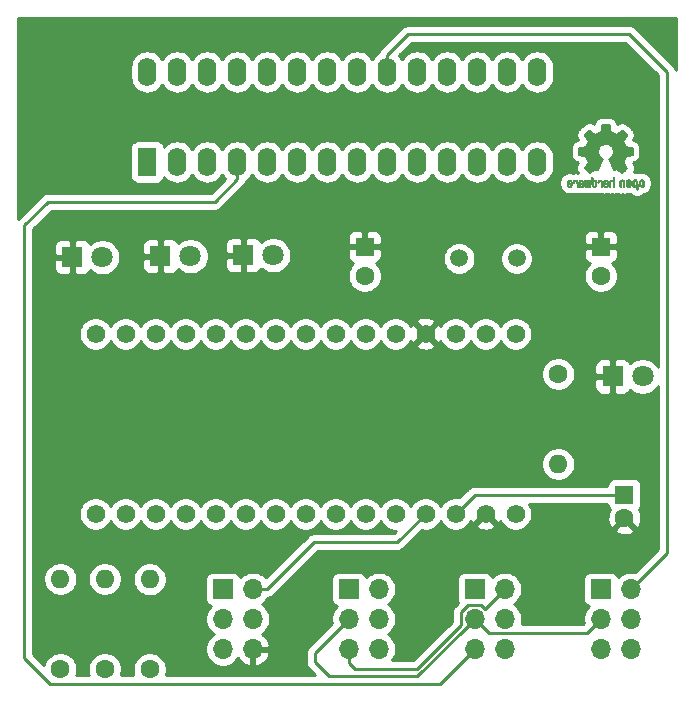
<source format=gbr>
G04 #@! TF.GenerationSoftware,KiCad,Pcbnew,5.1.5+dfsg1-2build2*
G04 #@! TF.CreationDate,2020-09-08T01:32:30-04:00*
G04 #@! TF.ProjectId,multi-avr,6d756c74-692d-4617-9672-2e6b69636164,rev?*
G04 #@! TF.SameCoordinates,Original*
G04 #@! TF.FileFunction,Copper,L2,Bot*
G04 #@! TF.FilePolarity,Positive*
%FSLAX46Y46*%
G04 Gerber Fmt 4.6, Leading zero omitted, Abs format (unit mm)*
G04 Created by KiCad (PCBNEW 5.1.5+dfsg1-2build2) date 2020-09-08 01:32:30*
%MOMM*%
%LPD*%
G04 APERTURE LIST*
%ADD10C,0.010000*%
%ADD11O,1.600000X2.400000*%
%ADD12R,1.600000X2.400000*%
%ADD13O,1.600000X1.600000*%
%ADD14C,1.600000*%
%ADD15C,1.800000*%
%ADD16R,1.800000X1.800000*%
%ADD17R,1.600000X1.600000*%
%ADD18O,1.700000X1.700000*%
%ADD19R,1.700000X1.700000*%
%ADD20C,1.500000*%
%ADD21C,1.574800*%
%ADD22C,0.250000*%
%ADD23C,0.254000*%
G04 APERTURE END LIST*
D10*
G36*
X133296090Y-38642348D02*
G01*
X133217546Y-38642778D01*
X133160702Y-38643942D01*
X133121895Y-38646207D01*
X133097462Y-38649940D01*
X133083738Y-38655506D01*
X133077060Y-38663273D01*
X133073764Y-38673605D01*
X133073444Y-38674943D01*
X133068438Y-38699079D01*
X133059171Y-38746701D01*
X133046608Y-38812741D01*
X133031713Y-38892128D01*
X133015449Y-38979796D01*
X133014881Y-38982875D01*
X132998590Y-39068789D01*
X132983348Y-39144696D01*
X132970139Y-39206045D01*
X132959946Y-39248282D01*
X132953752Y-39266855D01*
X132953457Y-39267184D01*
X132935212Y-39276253D01*
X132897595Y-39291367D01*
X132848729Y-39309262D01*
X132848457Y-39309358D01*
X132786907Y-39332493D01*
X132714343Y-39361965D01*
X132645943Y-39391597D01*
X132642706Y-39393062D01*
X132531298Y-39443626D01*
X132284601Y-39275160D01*
X132208923Y-39223803D01*
X132140369Y-39177889D01*
X132082912Y-39140030D01*
X132040524Y-39112837D01*
X132017175Y-39098921D01*
X132014958Y-39097889D01*
X131997990Y-39102484D01*
X131966299Y-39124655D01*
X131918648Y-39165447D01*
X131853802Y-39225905D01*
X131787603Y-39290227D01*
X131723786Y-39353612D01*
X131666671Y-39411451D01*
X131619695Y-39460175D01*
X131586297Y-39496210D01*
X131569915Y-39515984D01*
X131569306Y-39517002D01*
X131567495Y-39530572D01*
X131574317Y-39552733D01*
X131591460Y-39586478D01*
X131620607Y-39634800D01*
X131663445Y-39700692D01*
X131720552Y-39785517D01*
X131771234Y-39860177D01*
X131816539Y-39927140D01*
X131853850Y-39982516D01*
X131880548Y-40022420D01*
X131894015Y-40042962D01*
X131894863Y-40044356D01*
X131893219Y-40064038D01*
X131880755Y-40102293D01*
X131859952Y-40151889D01*
X131852538Y-40167728D01*
X131820186Y-40238290D01*
X131785672Y-40318353D01*
X131757635Y-40387629D01*
X131737432Y-40439045D01*
X131721385Y-40478119D01*
X131712112Y-40498541D01*
X131710959Y-40500114D01*
X131693904Y-40502721D01*
X131653702Y-40509863D01*
X131595698Y-40520523D01*
X131525237Y-40533685D01*
X131447665Y-40548333D01*
X131368328Y-40563449D01*
X131292569Y-40578018D01*
X131225736Y-40591022D01*
X131173172Y-40601445D01*
X131140224Y-40608270D01*
X131132143Y-40610199D01*
X131123795Y-40614962D01*
X131117494Y-40625718D01*
X131112955Y-40646098D01*
X131109896Y-40679734D01*
X131108033Y-40730255D01*
X131107082Y-40801292D01*
X131106760Y-40896476D01*
X131106743Y-40935492D01*
X131106743Y-41252799D01*
X131182943Y-41267839D01*
X131225337Y-41275995D01*
X131288600Y-41287899D01*
X131365038Y-41302116D01*
X131446957Y-41317210D01*
X131469600Y-41321355D01*
X131545194Y-41336053D01*
X131611047Y-41350505D01*
X131661634Y-41363375D01*
X131691426Y-41373322D01*
X131696388Y-41376287D01*
X131708574Y-41397283D01*
X131726047Y-41437967D01*
X131745423Y-41490322D01*
X131749266Y-41501600D01*
X131774661Y-41571523D01*
X131806183Y-41650418D01*
X131837031Y-41721266D01*
X131837183Y-41721595D01*
X131888553Y-41832733D01*
X131719601Y-42081253D01*
X131550648Y-42329772D01*
X131767571Y-42547058D01*
X131833181Y-42611726D01*
X131893021Y-42668733D01*
X131943733Y-42715033D01*
X131981954Y-42747584D01*
X132004325Y-42763343D01*
X132007534Y-42764343D01*
X132026374Y-42756469D01*
X132064820Y-42734578D01*
X132118670Y-42701267D01*
X132183724Y-42659131D01*
X132254060Y-42611943D01*
X132325445Y-42563810D01*
X132389092Y-42521928D01*
X132440959Y-42488871D01*
X132477005Y-42467218D01*
X132493133Y-42459543D01*
X132512811Y-42466037D01*
X132550125Y-42483150D01*
X132597379Y-42507326D01*
X132602388Y-42510013D01*
X132666023Y-42541927D01*
X132709659Y-42557579D01*
X132736798Y-42557745D01*
X132750943Y-42543204D01*
X132751025Y-42543000D01*
X132758095Y-42525779D01*
X132774958Y-42484899D01*
X132800305Y-42423525D01*
X132832829Y-42344819D01*
X132871222Y-42251947D01*
X132914178Y-42148072D01*
X132955778Y-42047502D01*
X133001496Y-41936516D01*
X133043474Y-41833703D01*
X133080452Y-41742215D01*
X133111173Y-41665201D01*
X133134378Y-41605815D01*
X133148810Y-41567209D01*
X133153257Y-41552800D01*
X133142104Y-41536272D01*
X133112931Y-41509930D01*
X133074029Y-41480887D01*
X132963243Y-41389039D01*
X132876649Y-41283759D01*
X132815284Y-41167266D01*
X132780185Y-41041776D01*
X132772392Y-40909507D01*
X132778057Y-40848457D01*
X132808922Y-40721795D01*
X132862080Y-40609941D01*
X132934233Y-40514001D01*
X133022083Y-40435076D01*
X133122335Y-40374270D01*
X133231690Y-40332687D01*
X133346853Y-40311428D01*
X133464525Y-40311599D01*
X133581410Y-40334301D01*
X133694211Y-40380638D01*
X133799631Y-40451713D01*
X133843632Y-40491911D01*
X133928021Y-40595129D01*
X133986778Y-40707925D01*
X134020296Y-40827010D01*
X134028965Y-40949095D01*
X134013177Y-41070893D01*
X133973322Y-41189116D01*
X133909793Y-41300475D01*
X133822979Y-41401684D01*
X133725971Y-41480887D01*
X133685563Y-41511162D01*
X133657018Y-41537219D01*
X133646743Y-41552825D01*
X133652123Y-41569843D01*
X133667425Y-41610500D01*
X133691388Y-41671642D01*
X133722756Y-41750119D01*
X133760268Y-41842780D01*
X133802667Y-41946472D01*
X133844337Y-42047526D01*
X133890310Y-42158607D01*
X133932893Y-42261541D01*
X133970779Y-42353165D01*
X134002660Y-42430316D01*
X134027229Y-42489831D01*
X134043180Y-42528544D01*
X134049090Y-42543000D01*
X134063052Y-42557685D01*
X134090060Y-42557642D01*
X134133587Y-42542099D01*
X134197110Y-42510284D01*
X134197612Y-42510013D01*
X134245440Y-42485323D01*
X134284103Y-42467338D01*
X134305905Y-42459614D01*
X134306867Y-42459543D01*
X134323279Y-42467378D01*
X134359513Y-42489165D01*
X134411526Y-42522328D01*
X134475275Y-42564291D01*
X134545940Y-42611943D01*
X134617884Y-42660191D01*
X134682726Y-42702151D01*
X134736265Y-42735227D01*
X134774303Y-42756821D01*
X134792467Y-42764343D01*
X134809192Y-42754457D01*
X134842820Y-42726826D01*
X134889990Y-42684495D01*
X134947342Y-42630505D01*
X135011516Y-42567899D01*
X135032503Y-42546983D01*
X135249501Y-42329623D01*
X135084332Y-42087220D01*
X135034136Y-42012781D01*
X134990081Y-41945972D01*
X134954638Y-41890665D01*
X134930281Y-41850729D01*
X134919478Y-41830036D01*
X134919162Y-41828563D01*
X134924857Y-41809058D01*
X134940174Y-41769822D01*
X134962463Y-41717430D01*
X134978107Y-41682355D01*
X135007359Y-41615201D01*
X135034906Y-41547358D01*
X135056263Y-41490034D01*
X135062065Y-41472572D01*
X135078548Y-41425938D01*
X135094660Y-41389905D01*
X135103510Y-41376287D01*
X135123040Y-41367952D01*
X135165666Y-41356137D01*
X135225855Y-41342181D01*
X135298078Y-41327422D01*
X135330400Y-41321355D01*
X135412478Y-41306273D01*
X135491205Y-41291669D01*
X135558891Y-41278980D01*
X135607840Y-41269642D01*
X135617057Y-41267839D01*
X135693257Y-41252799D01*
X135693257Y-40935492D01*
X135693086Y-40831154D01*
X135692384Y-40752213D01*
X135690866Y-40695038D01*
X135688251Y-40655999D01*
X135684254Y-40631465D01*
X135678591Y-40617805D01*
X135670980Y-40611389D01*
X135667857Y-40610199D01*
X135649022Y-40605980D01*
X135607412Y-40597562D01*
X135548370Y-40585961D01*
X135477243Y-40572195D01*
X135399375Y-40557280D01*
X135320113Y-40542232D01*
X135244802Y-40528069D01*
X135178787Y-40515806D01*
X135127413Y-40506461D01*
X135096025Y-40501050D01*
X135089041Y-40500114D01*
X135082715Y-40487596D01*
X135068710Y-40454246D01*
X135049645Y-40406377D01*
X135042366Y-40387629D01*
X135013004Y-40315195D01*
X134978429Y-40235170D01*
X134947463Y-40167728D01*
X134924677Y-40116159D01*
X134909518Y-40073785D01*
X134904458Y-40047834D01*
X134905264Y-40044356D01*
X134915959Y-40027936D01*
X134940380Y-39991417D01*
X134975905Y-39938687D01*
X135019913Y-39873635D01*
X135069783Y-39800151D01*
X135079644Y-39785645D01*
X135137508Y-39699704D01*
X135180044Y-39634261D01*
X135208946Y-39586304D01*
X135225910Y-39552820D01*
X135232633Y-39530795D01*
X135230810Y-39517217D01*
X135230764Y-39517131D01*
X135216414Y-39499297D01*
X135184677Y-39464817D01*
X135138990Y-39417268D01*
X135082796Y-39360222D01*
X135019532Y-39297255D01*
X135012398Y-39290227D01*
X134932670Y-39213020D01*
X134871143Y-39156330D01*
X134826579Y-39119110D01*
X134797743Y-39100315D01*
X134785042Y-39097889D01*
X134766506Y-39108471D01*
X134728039Y-39132916D01*
X134673614Y-39168612D01*
X134607202Y-39212947D01*
X134532775Y-39263311D01*
X134515399Y-39275160D01*
X134268703Y-39443626D01*
X134157294Y-39393062D01*
X134089543Y-39363595D01*
X134016817Y-39333959D01*
X133954297Y-39310330D01*
X133951543Y-39309358D01*
X133902640Y-39291457D01*
X133864943Y-39276320D01*
X133846575Y-39267210D01*
X133846544Y-39267184D01*
X133840715Y-39250717D01*
X133830808Y-39210219D01*
X133817805Y-39150242D01*
X133802691Y-39075340D01*
X133786448Y-38990064D01*
X133785119Y-38982875D01*
X133768825Y-38895014D01*
X133753867Y-38815260D01*
X133741209Y-38748681D01*
X133731814Y-38700347D01*
X133726646Y-38675325D01*
X133726556Y-38674943D01*
X133723411Y-38664299D01*
X133717296Y-38656262D01*
X133704547Y-38650467D01*
X133681500Y-38646547D01*
X133644491Y-38644135D01*
X133589856Y-38642865D01*
X133513933Y-38642371D01*
X133413056Y-38642286D01*
X133400000Y-38642286D01*
X133296090Y-38642348D01*
G37*
X133296090Y-38642348D02*
X133217546Y-38642778D01*
X133160702Y-38643942D01*
X133121895Y-38646207D01*
X133097462Y-38649940D01*
X133083738Y-38655506D01*
X133077060Y-38663273D01*
X133073764Y-38673605D01*
X133073444Y-38674943D01*
X133068438Y-38699079D01*
X133059171Y-38746701D01*
X133046608Y-38812741D01*
X133031713Y-38892128D01*
X133015449Y-38979796D01*
X133014881Y-38982875D01*
X132998590Y-39068789D01*
X132983348Y-39144696D01*
X132970139Y-39206045D01*
X132959946Y-39248282D01*
X132953752Y-39266855D01*
X132953457Y-39267184D01*
X132935212Y-39276253D01*
X132897595Y-39291367D01*
X132848729Y-39309262D01*
X132848457Y-39309358D01*
X132786907Y-39332493D01*
X132714343Y-39361965D01*
X132645943Y-39391597D01*
X132642706Y-39393062D01*
X132531298Y-39443626D01*
X132284601Y-39275160D01*
X132208923Y-39223803D01*
X132140369Y-39177889D01*
X132082912Y-39140030D01*
X132040524Y-39112837D01*
X132017175Y-39098921D01*
X132014958Y-39097889D01*
X131997990Y-39102484D01*
X131966299Y-39124655D01*
X131918648Y-39165447D01*
X131853802Y-39225905D01*
X131787603Y-39290227D01*
X131723786Y-39353612D01*
X131666671Y-39411451D01*
X131619695Y-39460175D01*
X131586297Y-39496210D01*
X131569915Y-39515984D01*
X131569306Y-39517002D01*
X131567495Y-39530572D01*
X131574317Y-39552733D01*
X131591460Y-39586478D01*
X131620607Y-39634800D01*
X131663445Y-39700692D01*
X131720552Y-39785517D01*
X131771234Y-39860177D01*
X131816539Y-39927140D01*
X131853850Y-39982516D01*
X131880548Y-40022420D01*
X131894015Y-40042962D01*
X131894863Y-40044356D01*
X131893219Y-40064038D01*
X131880755Y-40102293D01*
X131859952Y-40151889D01*
X131852538Y-40167728D01*
X131820186Y-40238290D01*
X131785672Y-40318353D01*
X131757635Y-40387629D01*
X131737432Y-40439045D01*
X131721385Y-40478119D01*
X131712112Y-40498541D01*
X131710959Y-40500114D01*
X131693904Y-40502721D01*
X131653702Y-40509863D01*
X131595698Y-40520523D01*
X131525237Y-40533685D01*
X131447665Y-40548333D01*
X131368328Y-40563449D01*
X131292569Y-40578018D01*
X131225736Y-40591022D01*
X131173172Y-40601445D01*
X131140224Y-40608270D01*
X131132143Y-40610199D01*
X131123795Y-40614962D01*
X131117494Y-40625718D01*
X131112955Y-40646098D01*
X131109896Y-40679734D01*
X131108033Y-40730255D01*
X131107082Y-40801292D01*
X131106760Y-40896476D01*
X131106743Y-40935492D01*
X131106743Y-41252799D01*
X131182943Y-41267839D01*
X131225337Y-41275995D01*
X131288600Y-41287899D01*
X131365038Y-41302116D01*
X131446957Y-41317210D01*
X131469600Y-41321355D01*
X131545194Y-41336053D01*
X131611047Y-41350505D01*
X131661634Y-41363375D01*
X131691426Y-41373322D01*
X131696388Y-41376287D01*
X131708574Y-41397283D01*
X131726047Y-41437967D01*
X131745423Y-41490322D01*
X131749266Y-41501600D01*
X131774661Y-41571523D01*
X131806183Y-41650418D01*
X131837031Y-41721266D01*
X131837183Y-41721595D01*
X131888553Y-41832733D01*
X131719601Y-42081253D01*
X131550648Y-42329772D01*
X131767571Y-42547058D01*
X131833181Y-42611726D01*
X131893021Y-42668733D01*
X131943733Y-42715033D01*
X131981954Y-42747584D01*
X132004325Y-42763343D01*
X132007534Y-42764343D01*
X132026374Y-42756469D01*
X132064820Y-42734578D01*
X132118670Y-42701267D01*
X132183724Y-42659131D01*
X132254060Y-42611943D01*
X132325445Y-42563810D01*
X132389092Y-42521928D01*
X132440959Y-42488871D01*
X132477005Y-42467218D01*
X132493133Y-42459543D01*
X132512811Y-42466037D01*
X132550125Y-42483150D01*
X132597379Y-42507326D01*
X132602388Y-42510013D01*
X132666023Y-42541927D01*
X132709659Y-42557579D01*
X132736798Y-42557745D01*
X132750943Y-42543204D01*
X132751025Y-42543000D01*
X132758095Y-42525779D01*
X132774958Y-42484899D01*
X132800305Y-42423525D01*
X132832829Y-42344819D01*
X132871222Y-42251947D01*
X132914178Y-42148072D01*
X132955778Y-42047502D01*
X133001496Y-41936516D01*
X133043474Y-41833703D01*
X133080452Y-41742215D01*
X133111173Y-41665201D01*
X133134378Y-41605815D01*
X133148810Y-41567209D01*
X133153257Y-41552800D01*
X133142104Y-41536272D01*
X133112931Y-41509930D01*
X133074029Y-41480887D01*
X132963243Y-41389039D01*
X132876649Y-41283759D01*
X132815284Y-41167266D01*
X132780185Y-41041776D01*
X132772392Y-40909507D01*
X132778057Y-40848457D01*
X132808922Y-40721795D01*
X132862080Y-40609941D01*
X132934233Y-40514001D01*
X133022083Y-40435076D01*
X133122335Y-40374270D01*
X133231690Y-40332687D01*
X133346853Y-40311428D01*
X133464525Y-40311599D01*
X133581410Y-40334301D01*
X133694211Y-40380638D01*
X133799631Y-40451713D01*
X133843632Y-40491911D01*
X133928021Y-40595129D01*
X133986778Y-40707925D01*
X134020296Y-40827010D01*
X134028965Y-40949095D01*
X134013177Y-41070893D01*
X133973322Y-41189116D01*
X133909793Y-41300475D01*
X133822979Y-41401684D01*
X133725971Y-41480887D01*
X133685563Y-41511162D01*
X133657018Y-41537219D01*
X133646743Y-41552825D01*
X133652123Y-41569843D01*
X133667425Y-41610500D01*
X133691388Y-41671642D01*
X133722756Y-41750119D01*
X133760268Y-41842780D01*
X133802667Y-41946472D01*
X133844337Y-42047526D01*
X133890310Y-42158607D01*
X133932893Y-42261541D01*
X133970779Y-42353165D01*
X134002660Y-42430316D01*
X134027229Y-42489831D01*
X134043180Y-42528544D01*
X134049090Y-42543000D01*
X134063052Y-42557685D01*
X134090060Y-42557642D01*
X134133587Y-42542099D01*
X134197110Y-42510284D01*
X134197612Y-42510013D01*
X134245440Y-42485323D01*
X134284103Y-42467338D01*
X134305905Y-42459614D01*
X134306867Y-42459543D01*
X134323279Y-42467378D01*
X134359513Y-42489165D01*
X134411526Y-42522328D01*
X134475275Y-42564291D01*
X134545940Y-42611943D01*
X134617884Y-42660191D01*
X134682726Y-42702151D01*
X134736265Y-42735227D01*
X134774303Y-42756821D01*
X134792467Y-42764343D01*
X134809192Y-42754457D01*
X134842820Y-42726826D01*
X134889990Y-42684495D01*
X134947342Y-42630505D01*
X135011516Y-42567899D01*
X135032503Y-42546983D01*
X135249501Y-42329623D01*
X135084332Y-42087220D01*
X135034136Y-42012781D01*
X134990081Y-41945972D01*
X134954638Y-41890665D01*
X134930281Y-41850729D01*
X134919478Y-41830036D01*
X134919162Y-41828563D01*
X134924857Y-41809058D01*
X134940174Y-41769822D01*
X134962463Y-41717430D01*
X134978107Y-41682355D01*
X135007359Y-41615201D01*
X135034906Y-41547358D01*
X135056263Y-41490034D01*
X135062065Y-41472572D01*
X135078548Y-41425938D01*
X135094660Y-41389905D01*
X135103510Y-41376287D01*
X135123040Y-41367952D01*
X135165666Y-41356137D01*
X135225855Y-41342181D01*
X135298078Y-41327422D01*
X135330400Y-41321355D01*
X135412478Y-41306273D01*
X135491205Y-41291669D01*
X135558891Y-41278980D01*
X135607840Y-41269642D01*
X135617057Y-41267839D01*
X135693257Y-41252799D01*
X135693257Y-40935492D01*
X135693086Y-40831154D01*
X135692384Y-40752213D01*
X135690866Y-40695038D01*
X135688251Y-40655999D01*
X135684254Y-40631465D01*
X135678591Y-40617805D01*
X135670980Y-40611389D01*
X135667857Y-40610199D01*
X135649022Y-40605980D01*
X135607412Y-40597562D01*
X135548370Y-40585961D01*
X135477243Y-40572195D01*
X135399375Y-40557280D01*
X135320113Y-40542232D01*
X135244802Y-40528069D01*
X135178787Y-40515806D01*
X135127413Y-40506461D01*
X135096025Y-40501050D01*
X135089041Y-40500114D01*
X135082715Y-40487596D01*
X135068710Y-40454246D01*
X135049645Y-40406377D01*
X135042366Y-40387629D01*
X135013004Y-40315195D01*
X134978429Y-40235170D01*
X134947463Y-40167728D01*
X134924677Y-40116159D01*
X134909518Y-40073785D01*
X134904458Y-40047834D01*
X134905264Y-40044356D01*
X134915959Y-40027936D01*
X134940380Y-39991417D01*
X134975905Y-39938687D01*
X135019913Y-39873635D01*
X135069783Y-39800151D01*
X135079644Y-39785645D01*
X135137508Y-39699704D01*
X135180044Y-39634261D01*
X135208946Y-39586304D01*
X135225910Y-39552820D01*
X135232633Y-39530795D01*
X135230810Y-39517217D01*
X135230764Y-39517131D01*
X135216414Y-39499297D01*
X135184677Y-39464817D01*
X135138990Y-39417268D01*
X135082796Y-39360222D01*
X135019532Y-39297255D01*
X135012398Y-39290227D01*
X134932670Y-39213020D01*
X134871143Y-39156330D01*
X134826579Y-39119110D01*
X134797743Y-39100315D01*
X134785042Y-39097889D01*
X134766506Y-39108471D01*
X134728039Y-39132916D01*
X134673614Y-39168612D01*
X134607202Y-39212947D01*
X134532775Y-39263311D01*
X134515399Y-39275160D01*
X134268703Y-39443626D01*
X134157294Y-39393062D01*
X134089543Y-39363595D01*
X134016817Y-39333959D01*
X133954297Y-39310330D01*
X133951543Y-39309358D01*
X133902640Y-39291457D01*
X133864943Y-39276320D01*
X133846575Y-39267210D01*
X133846544Y-39267184D01*
X133840715Y-39250717D01*
X133830808Y-39210219D01*
X133817805Y-39150242D01*
X133802691Y-39075340D01*
X133786448Y-38990064D01*
X133785119Y-38982875D01*
X133768825Y-38895014D01*
X133753867Y-38815260D01*
X133741209Y-38748681D01*
X133731814Y-38700347D01*
X133726646Y-38675325D01*
X133726556Y-38674943D01*
X133723411Y-38664299D01*
X133717296Y-38656262D01*
X133704547Y-38650467D01*
X133681500Y-38646547D01*
X133644491Y-38644135D01*
X133589856Y-38642865D01*
X133513933Y-38642371D01*
X133413056Y-38642286D01*
X133400000Y-38642286D01*
X133296090Y-38642348D01*
G36*
X130246405Y-43366966D02*
G01*
X130188979Y-43404497D01*
X130161281Y-43438096D01*
X130139338Y-43499064D01*
X130137595Y-43547308D01*
X130141543Y-43611816D01*
X130290314Y-43676934D01*
X130362651Y-43710202D01*
X130409916Y-43736964D01*
X130434493Y-43760144D01*
X130438763Y-43782667D01*
X130425111Y-43807455D01*
X130410057Y-43823886D01*
X130366254Y-43850235D01*
X130318611Y-43852081D01*
X130274855Y-43831546D01*
X130242711Y-43790752D01*
X130236962Y-43776347D01*
X130209424Y-43731356D01*
X130177742Y-43712182D01*
X130134286Y-43695779D01*
X130134286Y-43757966D01*
X130138128Y-43800283D01*
X130153177Y-43835969D01*
X130184720Y-43876943D01*
X130189408Y-43882267D01*
X130224494Y-43918720D01*
X130254653Y-43938283D01*
X130292385Y-43947283D01*
X130323665Y-43950230D01*
X130379615Y-43950965D01*
X130419445Y-43941660D01*
X130444292Y-43927846D01*
X130483344Y-43897467D01*
X130510375Y-43864613D01*
X130527483Y-43823294D01*
X130536762Y-43767521D01*
X130540307Y-43691305D01*
X130540590Y-43652622D01*
X130539628Y-43606247D01*
X130451993Y-43606247D01*
X130450977Y-43631126D01*
X130448444Y-43635200D01*
X130431726Y-43629665D01*
X130395751Y-43615017D01*
X130347669Y-43594190D01*
X130337614Y-43589714D01*
X130276848Y-43558814D01*
X130243368Y-43531657D01*
X130236010Y-43506220D01*
X130253609Y-43480481D01*
X130268144Y-43469109D01*
X130320590Y-43446364D01*
X130369678Y-43450122D01*
X130410773Y-43477884D01*
X130439242Y-43527152D01*
X130448369Y-43566257D01*
X130451993Y-43606247D01*
X130539628Y-43606247D01*
X130538715Y-43562249D01*
X130531804Y-43495384D01*
X130518116Y-43446695D01*
X130495904Y-43410849D01*
X130463426Y-43382513D01*
X130449267Y-43373355D01*
X130384947Y-43349507D01*
X130314527Y-43348006D01*
X130246405Y-43366966D01*
G37*
X130246405Y-43366966D02*
X130188979Y-43404497D01*
X130161281Y-43438096D01*
X130139338Y-43499064D01*
X130137595Y-43547308D01*
X130141543Y-43611816D01*
X130290314Y-43676934D01*
X130362651Y-43710202D01*
X130409916Y-43736964D01*
X130434493Y-43760144D01*
X130438763Y-43782667D01*
X130425111Y-43807455D01*
X130410057Y-43823886D01*
X130366254Y-43850235D01*
X130318611Y-43852081D01*
X130274855Y-43831546D01*
X130242711Y-43790752D01*
X130236962Y-43776347D01*
X130209424Y-43731356D01*
X130177742Y-43712182D01*
X130134286Y-43695779D01*
X130134286Y-43757966D01*
X130138128Y-43800283D01*
X130153177Y-43835969D01*
X130184720Y-43876943D01*
X130189408Y-43882267D01*
X130224494Y-43918720D01*
X130254653Y-43938283D01*
X130292385Y-43947283D01*
X130323665Y-43950230D01*
X130379615Y-43950965D01*
X130419445Y-43941660D01*
X130444292Y-43927846D01*
X130483344Y-43897467D01*
X130510375Y-43864613D01*
X130527483Y-43823294D01*
X130536762Y-43767521D01*
X130540307Y-43691305D01*
X130540590Y-43652622D01*
X130539628Y-43606247D01*
X130451993Y-43606247D01*
X130450977Y-43631126D01*
X130448444Y-43635200D01*
X130431726Y-43629665D01*
X130395751Y-43615017D01*
X130347669Y-43594190D01*
X130337614Y-43589714D01*
X130276848Y-43558814D01*
X130243368Y-43531657D01*
X130236010Y-43506220D01*
X130253609Y-43480481D01*
X130268144Y-43469109D01*
X130320590Y-43446364D01*
X130369678Y-43450122D01*
X130410773Y-43477884D01*
X130439242Y-43527152D01*
X130448369Y-43566257D01*
X130451993Y-43606247D01*
X130539628Y-43606247D01*
X130538715Y-43562249D01*
X130531804Y-43495384D01*
X130518116Y-43446695D01*
X130495904Y-43410849D01*
X130463426Y-43382513D01*
X130449267Y-43373355D01*
X130384947Y-43349507D01*
X130314527Y-43348006D01*
X130246405Y-43366966D01*
G36*
X130747400Y-43358752D02*
G01*
X130730052Y-43366334D01*
X130688644Y-43399128D01*
X130653235Y-43446547D01*
X130631336Y-43497151D01*
X130627771Y-43522098D01*
X130639721Y-43556927D01*
X130665933Y-43575357D01*
X130694036Y-43586516D01*
X130706905Y-43588572D01*
X130713171Y-43573649D01*
X130725544Y-43541175D01*
X130730972Y-43526502D01*
X130761410Y-43475744D01*
X130805480Y-43450427D01*
X130861990Y-43451206D01*
X130866175Y-43452203D01*
X130896345Y-43466507D01*
X130918524Y-43494393D01*
X130933673Y-43539287D01*
X130942750Y-43604615D01*
X130946714Y-43693804D01*
X130947086Y-43741261D01*
X130947270Y-43816071D01*
X130948478Y-43867069D01*
X130951691Y-43899471D01*
X130957891Y-43918495D01*
X130968060Y-43929356D01*
X130983181Y-43937272D01*
X130984054Y-43937670D01*
X131013172Y-43949981D01*
X131027597Y-43954514D01*
X131029814Y-43940809D01*
X131031711Y-43902925D01*
X131033153Y-43845715D01*
X131034002Y-43774027D01*
X131034171Y-43721565D01*
X131033308Y-43620047D01*
X131029930Y-43543032D01*
X131022858Y-43486023D01*
X131010912Y-43444526D01*
X130992910Y-43414043D01*
X130967673Y-43390080D01*
X130942753Y-43373355D01*
X130882829Y-43351097D01*
X130813089Y-43346076D01*
X130747400Y-43358752D01*
G37*
X130747400Y-43358752D02*
X130730052Y-43366334D01*
X130688644Y-43399128D01*
X130653235Y-43446547D01*
X130631336Y-43497151D01*
X130627771Y-43522098D01*
X130639721Y-43556927D01*
X130665933Y-43575357D01*
X130694036Y-43586516D01*
X130706905Y-43588572D01*
X130713171Y-43573649D01*
X130725544Y-43541175D01*
X130730972Y-43526502D01*
X130761410Y-43475744D01*
X130805480Y-43450427D01*
X130861990Y-43451206D01*
X130866175Y-43452203D01*
X130896345Y-43466507D01*
X130918524Y-43494393D01*
X130933673Y-43539287D01*
X130942750Y-43604615D01*
X130946714Y-43693804D01*
X130947086Y-43741261D01*
X130947270Y-43816071D01*
X130948478Y-43867069D01*
X130951691Y-43899471D01*
X130957891Y-43918495D01*
X130968060Y-43929356D01*
X130983181Y-43937272D01*
X130984054Y-43937670D01*
X131013172Y-43949981D01*
X131027597Y-43954514D01*
X131029814Y-43940809D01*
X131031711Y-43902925D01*
X131033153Y-43845715D01*
X131034002Y-43774027D01*
X131034171Y-43721565D01*
X131033308Y-43620047D01*
X131029930Y-43543032D01*
X131022858Y-43486023D01*
X131010912Y-43444526D01*
X130992910Y-43414043D01*
X130967673Y-43390080D01*
X130942753Y-43373355D01*
X130882829Y-43351097D01*
X130813089Y-43346076D01*
X130747400Y-43358752D01*
G36*
X131255124Y-43356335D02*
G01*
X131213333Y-43375344D01*
X131180531Y-43398378D01*
X131156497Y-43424133D01*
X131139903Y-43457358D01*
X131129423Y-43502800D01*
X131123729Y-43565207D01*
X131121493Y-43649327D01*
X131121257Y-43704721D01*
X131121257Y-43920826D01*
X131158226Y-43937670D01*
X131187344Y-43949981D01*
X131201769Y-43954514D01*
X131204528Y-43941025D01*
X131206718Y-43904653D01*
X131208058Y-43851542D01*
X131208343Y-43809372D01*
X131209566Y-43748447D01*
X131212864Y-43700115D01*
X131217679Y-43670518D01*
X131221504Y-43664229D01*
X131247217Y-43670652D01*
X131287582Y-43687125D01*
X131334321Y-43709458D01*
X131379155Y-43733457D01*
X131413807Y-43754930D01*
X131429998Y-43769685D01*
X131430062Y-43769845D01*
X131428670Y-43797152D01*
X131416182Y-43823219D01*
X131394257Y-43844392D01*
X131362257Y-43851474D01*
X131334908Y-43850649D01*
X131296174Y-43850042D01*
X131275842Y-43859116D01*
X131263631Y-43883092D01*
X131262091Y-43887613D01*
X131256797Y-43921806D01*
X131270953Y-43942568D01*
X131307852Y-43952462D01*
X131347711Y-43954292D01*
X131419438Y-43940727D01*
X131456568Y-43921355D01*
X131502424Y-43875845D01*
X131526744Y-43819983D01*
X131528927Y-43760957D01*
X131508371Y-43705953D01*
X131477451Y-43671486D01*
X131446580Y-43652189D01*
X131398058Y-43627759D01*
X131341515Y-43602985D01*
X131332090Y-43599199D01*
X131269981Y-43571791D01*
X131234178Y-43547634D01*
X131222663Y-43523619D01*
X131233420Y-43496635D01*
X131251886Y-43475543D01*
X131295531Y-43449572D01*
X131343554Y-43447624D01*
X131387594Y-43467637D01*
X131419291Y-43507551D01*
X131423451Y-43517848D01*
X131447673Y-43555724D01*
X131483035Y-43583842D01*
X131527657Y-43606917D01*
X131527657Y-43541485D01*
X131525031Y-43501506D01*
X131513770Y-43469997D01*
X131488801Y-43436378D01*
X131464831Y-43410484D01*
X131427559Y-43373817D01*
X131398599Y-43354121D01*
X131367495Y-43346220D01*
X131332287Y-43344914D01*
X131255124Y-43356335D01*
G37*
X131255124Y-43356335D02*
X131213333Y-43375344D01*
X131180531Y-43398378D01*
X131156497Y-43424133D01*
X131139903Y-43457358D01*
X131129423Y-43502800D01*
X131123729Y-43565207D01*
X131121493Y-43649327D01*
X131121257Y-43704721D01*
X131121257Y-43920826D01*
X131158226Y-43937670D01*
X131187344Y-43949981D01*
X131201769Y-43954514D01*
X131204528Y-43941025D01*
X131206718Y-43904653D01*
X131208058Y-43851542D01*
X131208343Y-43809372D01*
X131209566Y-43748447D01*
X131212864Y-43700115D01*
X131217679Y-43670518D01*
X131221504Y-43664229D01*
X131247217Y-43670652D01*
X131287582Y-43687125D01*
X131334321Y-43709458D01*
X131379155Y-43733457D01*
X131413807Y-43754930D01*
X131429998Y-43769685D01*
X131430062Y-43769845D01*
X131428670Y-43797152D01*
X131416182Y-43823219D01*
X131394257Y-43844392D01*
X131362257Y-43851474D01*
X131334908Y-43850649D01*
X131296174Y-43850042D01*
X131275842Y-43859116D01*
X131263631Y-43883092D01*
X131262091Y-43887613D01*
X131256797Y-43921806D01*
X131270953Y-43942568D01*
X131307852Y-43952462D01*
X131347711Y-43954292D01*
X131419438Y-43940727D01*
X131456568Y-43921355D01*
X131502424Y-43875845D01*
X131526744Y-43819983D01*
X131528927Y-43760957D01*
X131508371Y-43705953D01*
X131477451Y-43671486D01*
X131446580Y-43652189D01*
X131398058Y-43627759D01*
X131341515Y-43602985D01*
X131332090Y-43599199D01*
X131269981Y-43571791D01*
X131234178Y-43547634D01*
X131222663Y-43523619D01*
X131233420Y-43496635D01*
X131251886Y-43475543D01*
X131295531Y-43449572D01*
X131343554Y-43447624D01*
X131387594Y-43467637D01*
X131419291Y-43507551D01*
X131423451Y-43517848D01*
X131447673Y-43555724D01*
X131483035Y-43583842D01*
X131527657Y-43606917D01*
X131527657Y-43541485D01*
X131525031Y-43501506D01*
X131513770Y-43469997D01*
X131488801Y-43436378D01*
X131464831Y-43410484D01*
X131427559Y-43373817D01*
X131398599Y-43354121D01*
X131367495Y-43346220D01*
X131332287Y-43344914D01*
X131255124Y-43356335D01*
G36*
X131620167Y-43358663D02*
G01*
X131617952Y-43396850D01*
X131616216Y-43454886D01*
X131615101Y-43528180D01*
X131614743Y-43605055D01*
X131614743Y-43865196D01*
X131660674Y-43911127D01*
X131692325Y-43939429D01*
X131720110Y-43950893D01*
X131758085Y-43950168D01*
X131773160Y-43948321D01*
X131820274Y-43942948D01*
X131859244Y-43939869D01*
X131868743Y-43939585D01*
X131900767Y-43941445D01*
X131946568Y-43946114D01*
X131964326Y-43948321D01*
X132007943Y-43951735D01*
X132037255Y-43944320D01*
X132066320Y-43921427D01*
X132076812Y-43911127D01*
X132122743Y-43865196D01*
X132122743Y-43378602D01*
X132085774Y-43361758D01*
X132053941Y-43349282D01*
X132035317Y-43344914D01*
X132030542Y-43358718D01*
X132026079Y-43397286D01*
X132022225Y-43456356D01*
X132019278Y-43531663D01*
X132017857Y-43595286D01*
X132013886Y-43845657D01*
X131979241Y-43850556D01*
X131947732Y-43847131D01*
X131932292Y-43836041D01*
X131927977Y-43815308D01*
X131924292Y-43771145D01*
X131921531Y-43709146D01*
X131919988Y-43634909D01*
X131919765Y-43596706D01*
X131919543Y-43376783D01*
X131873834Y-43360849D01*
X131841482Y-43350015D01*
X131823885Y-43344962D01*
X131823377Y-43344914D01*
X131821612Y-43358648D01*
X131819671Y-43396730D01*
X131817718Y-43454482D01*
X131815916Y-43527227D01*
X131814657Y-43595286D01*
X131810686Y-43845657D01*
X131723600Y-43845657D01*
X131719604Y-43617240D01*
X131715608Y-43388822D01*
X131673153Y-43366868D01*
X131641808Y-43351793D01*
X131623256Y-43344951D01*
X131622721Y-43344914D01*
X131620167Y-43358663D01*
G37*
X131620167Y-43358663D02*
X131617952Y-43396850D01*
X131616216Y-43454886D01*
X131615101Y-43528180D01*
X131614743Y-43605055D01*
X131614743Y-43865196D01*
X131660674Y-43911127D01*
X131692325Y-43939429D01*
X131720110Y-43950893D01*
X131758085Y-43950168D01*
X131773160Y-43948321D01*
X131820274Y-43942948D01*
X131859244Y-43939869D01*
X131868743Y-43939585D01*
X131900767Y-43941445D01*
X131946568Y-43946114D01*
X131964326Y-43948321D01*
X132007943Y-43951735D01*
X132037255Y-43944320D01*
X132066320Y-43921427D01*
X132076812Y-43911127D01*
X132122743Y-43865196D01*
X132122743Y-43378602D01*
X132085774Y-43361758D01*
X132053941Y-43349282D01*
X132035317Y-43344914D01*
X132030542Y-43358718D01*
X132026079Y-43397286D01*
X132022225Y-43456356D01*
X132019278Y-43531663D01*
X132017857Y-43595286D01*
X132013886Y-43845657D01*
X131979241Y-43850556D01*
X131947732Y-43847131D01*
X131932292Y-43836041D01*
X131927977Y-43815308D01*
X131924292Y-43771145D01*
X131921531Y-43709146D01*
X131919988Y-43634909D01*
X131919765Y-43596706D01*
X131919543Y-43376783D01*
X131873834Y-43360849D01*
X131841482Y-43350015D01*
X131823885Y-43344962D01*
X131823377Y-43344914D01*
X131821612Y-43358648D01*
X131819671Y-43396730D01*
X131817718Y-43454482D01*
X131815916Y-43527227D01*
X131814657Y-43595286D01*
X131810686Y-43845657D01*
X131723600Y-43845657D01*
X131719604Y-43617240D01*
X131715608Y-43388822D01*
X131673153Y-43366868D01*
X131641808Y-43351793D01*
X131623256Y-43344951D01*
X131622721Y-43344914D01*
X131620167Y-43358663D01*
G36*
X132209883Y-43465358D02*
G01*
X132210067Y-43573837D01*
X132210781Y-43657287D01*
X132212325Y-43719704D01*
X132214999Y-43765085D01*
X132219106Y-43797429D01*
X132224945Y-43820733D01*
X132232818Y-43838995D01*
X132238779Y-43849418D01*
X132288145Y-43905945D01*
X132350736Y-43941377D01*
X132419987Y-43954090D01*
X132489332Y-43942463D01*
X132530625Y-43921568D01*
X132573975Y-43885422D01*
X132603519Y-43841276D01*
X132621345Y-43783462D01*
X132629537Y-43706313D01*
X132630698Y-43649714D01*
X132630542Y-43645647D01*
X132529143Y-43645647D01*
X132528524Y-43710550D01*
X132525686Y-43753514D01*
X132519160Y-43781622D01*
X132507477Y-43801953D01*
X132493517Y-43817288D01*
X132446635Y-43846890D01*
X132396299Y-43849419D01*
X132348724Y-43824705D01*
X132345021Y-43821356D01*
X132329217Y-43803935D01*
X132319307Y-43783209D01*
X132313942Y-43752362D01*
X132311772Y-43704577D01*
X132311429Y-43651748D01*
X132312173Y-43585381D01*
X132315252Y-43541106D01*
X132321939Y-43512009D01*
X132333504Y-43491173D01*
X132342987Y-43480107D01*
X132387040Y-43452198D01*
X132437776Y-43448843D01*
X132486204Y-43470159D01*
X132495550Y-43478073D01*
X132511460Y-43495647D01*
X132521390Y-43516587D01*
X132526722Y-43547782D01*
X132528837Y-43596122D01*
X132529143Y-43645647D01*
X132630542Y-43645647D01*
X132627190Y-43558568D01*
X132615274Y-43490086D01*
X132592865Y-43438600D01*
X132557876Y-43398443D01*
X132530625Y-43377861D01*
X132481093Y-43355625D01*
X132423684Y-43345304D01*
X132370318Y-43348067D01*
X132340457Y-43359212D01*
X132328739Y-43362383D01*
X132320963Y-43350557D01*
X132315535Y-43318866D01*
X132311429Y-43270593D01*
X132306933Y-43216829D01*
X132300687Y-43184482D01*
X132289324Y-43165985D01*
X132269472Y-43153770D01*
X132257000Y-43148362D01*
X132209829Y-43128601D01*
X132209883Y-43465358D01*
G37*
X132209883Y-43465358D02*
X132210067Y-43573837D01*
X132210781Y-43657287D01*
X132212325Y-43719704D01*
X132214999Y-43765085D01*
X132219106Y-43797429D01*
X132224945Y-43820733D01*
X132232818Y-43838995D01*
X132238779Y-43849418D01*
X132288145Y-43905945D01*
X132350736Y-43941377D01*
X132419987Y-43954090D01*
X132489332Y-43942463D01*
X132530625Y-43921568D01*
X132573975Y-43885422D01*
X132603519Y-43841276D01*
X132621345Y-43783462D01*
X132629537Y-43706313D01*
X132630698Y-43649714D01*
X132630542Y-43645647D01*
X132529143Y-43645647D01*
X132528524Y-43710550D01*
X132525686Y-43753514D01*
X132519160Y-43781622D01*
X132507477Y-43801953D01*
X132493517Y-43817288D01*
X132446635Y-43846890D01*
X132396299Y-43849419D01*
X132348724Y-43824705D01*
X132345021Y-43821356D01*
X132329217Y-43803935D01*
X132319307Y-43783209D01*
X132313942Y-43752362D01*
X132311772Y-43704577D01*
X132311429Y-43651748D01*
X132312173Y-43585381D01*
X132315252Y-43541106D01*
X132321939Y-43512009D01*
X132333504Y-43491173D01*
X132342987Y-43480107D01*
X132387040Y-43452198D01*
X132437776Y-43448843D01*
X132486204Y-43470159D01*
X132495550Y-43478073D01*
X132511460Y-43495647D01*
X132521390Y-43516587D01*
X132526722Y-43547782D01*
X132528837Y-43596122D01*
X132529143Y-43645647D01*
X132630542Y-43645647D01*
X132627190Y-43558568D01*
X132615274Y-43490086D01*
X132592865Y-43438600D01*
X132557876Y-43398443D01*
X132530625Y-43377861D01*
X132481093Y-43355625D01*
X132423684Y-43345304D01*
X132370318Y-43348067D01*
X132340457Y-43359212D01*
X132328739Y-43362383D01*
X132320963Y-43350557D01*
X132315535Y-43318866D01*
X132311429Y-43270593D01*
X132306933Y-43216829D01*
X132300687Y-43184482D01*
X132289324Y-43165985D01*
X132269472Y-43153770D01*
X132257000Y-43148362D01*
X132209829Y-43128601D01*
X132209883Y-43465358D01*
G36*
X132870074Y-43349755D02*
G01*
X132804142Y-43374084D01*
X132750727Y-43417117D01*
X132729836Y-43447409D01*
X132707061Y-43502994D01*
X132707534Y-43543186D01*
X132731438Y-43570217D01*
X132740283Y-43574813D01*
X132778470Y-43589144D01*
X132797972Y-43585472D01*
X132804578Y-43561407D01*
X132804914Y-43548114D01*
X132817008Y-43499210D01*
X132848529Y-43464999D01*
X132892341Y-43448476D01*
X132941305Y-43452634D01*
X132981106Y-43474227D01*
X132994550Y-43486544D01*
X133004079Y-43501487D01*
X133010515Y-43524075D01*
X133014683Y-43559328D01*
X133017403Y-43612266D01*
X133019498Y-43687907D01*
X133020040Y-43711857D01*
X133022019Y-43793790D01*
X133024269Y-43851455D01*
X133027643Y-43889608D01*
X133032994Y-43913004D01*
X133041176Y-43926398D01*
X133053041Y-43934545D01*
X133060638Y-43938144D01*
X133092898Y-43950452D01*
X133111889Y-43954514D01*
X133118164Y-43940948D01*
X133121994Y-43899934D01*
X133123400Y-43830999D01*
X133122402Y-43733669D01*
X133122092Y-43718657D01*
X133119899Y-43629859D01*
X133117307Y-43565019D01*
X133113618Y-43519067D01*
X133108136Y-43486935D01*
X133100165Y-43463553D01*
X133089007Y-43443852D01*
X133083170Y-43435410D01*
X133049704Y-43398057D01*
X133012273Y-43369003D01*
X133007691Y-43366467D01*
X132940574Y-43346443D01*
X132870074Y-43349755D01*
G37*
X132870074Y-43349755D02*
X132804142Y-43374084D01*
X132750727Y-43417117D01*
X132729836Y-43447409D01*
X132707061Y-43502994D01*
X132707534Y-43543186D01*
X132731438Y-43570217D01*
X132740283Y-43574813D01*
X132778470Y-43589144D01*
X132797972Y-43585472D01*
X132804578Y-43561407D01*
X132804914Y-43548114D01*
X132817008Y-43499210D01*
X132848529Y-43464999D01*
X132892341Y-43448476D01*
X132941305Y-43452634D01*
X132981106Y-43474227D01*
X132994550Y-43486544D01*
X133004079Y-43501487D01*
X133010515Y-43524075D01*
X133014683Y-43559328D01*
X133017403Y-43612266D01*
X133019498Y-43687907D01*
X133020040Y-43711857D01*
X133022019Y-43793790D01*
X133024269Y-43851455D01*
X133027643Y-43889608D01*
X133032994Y-43913004D01*
X133041176Y-43926398D01*
X133053041Y-43934545D01*
X133060638Y-43938144D01*
X133092898Y-43950452D01*
X133111889Y-43954514D01*
X133118164Y-43940948D01*
X133121994Y-43899934D01*
X133123400Y-43830999D01*
X133122402Y-43733669D01*
X133122092Y-43718657D01*
X133119899Y-43629859D01*
X133117307Y-43565019D01*
X133113618Y-43519067D01*
X133108136Y-43486935D01*
X133100165Y-43463553D01*
X133089007Y-43443852D01*
X133083170Y-43435410D01*
X133049704Y-43398057D01*
X133012273Y-43369003D01*
X133007691Y-43366467D01*
X132940574Y-43346443D01*
X132870074Y-43349755D01*
G36*
X133360256Y-43350968D02*
G01*
X133303384Y-43372087D01*
X133302733Y-43372493D01*
X133267560Y-43398380D01*
X133241593Y-43428633D01*
X133223330Y-43468058D01*
X133211268Y-43521462D01*
X133203904Y-43593651D01*
X133199736Y-43689432D01*
X133199371Y-43703078D01*
X133194124Y-43908842D01*
X133238284Y-43931678D01*
X133270237Y-43947110D01*
X133289530Y-43954423D01*
X133290422Y-43954514D01*
X133293761Y-43941022D01*
X133296413Y-43904626D01*
X133298044Y-43851452D01*
X133298400Y-43808393D01*
X133298408Y-43738641D01*
X133301597Y-43694837D01*
X133312712Y-43673944D01*
X133336499Y-43672925D01*
X133377704Y-43688741D01*
X133439914Y-43717815D01*
X133485659Y-43741963D01*
X133509187Y-43762913D01*
X133516104Y-43785747D01*
X133516114Y-43786877D01*
X133504701Y-43826212D01*
X133470908Y-43847462D01*
X133419191Y-43850539D01*
X133381939Y-43850006D01*
X133362297Y-43860735D01*
X133350048Y-43886505D01*
X133342998Y-43919337D01*
X133353158Y-43937966D01*
X133356983Y-43940632D01*
X133392999Y-43951340D01*
X133443434Y-43952856D01*
X133495374Y-43945759D01*
X133532178Y-43932788D01*
X133583062Y-43889585D01*
X133611986Y-43829446D01*
X133617714Y-43782462D01*
X133613343Y-43740082D01*
X133597525Y-43705488D01*
X133566203Y-43674763D01*
X133515322Y-43643990D01*
X133440824Y-43609252D01*
X133436286Y-43607288D01*
X133369179Y-43576287D01*
X133327768Y-43550862D01*
X133310019Y-43528014D01*
X133313893Y-43504745D01*
X133337357Y-43478056D01*
X133344373Y-43471914D01*
X133391370Y-43448100D01*
X133440067Y-43449103D01*
X133482478Y-43472451D01*
X133510616Y-43515675D01*
X133513231Y-43524160D01*
X133538692Y-43565308D01*
X133570999Y-43585128D01*
X133617714Y-43604770D01*
X133617714Y-43553950D01*
X133603504Y-43480082D01*
X133561325Y-43412327D01*
X133539376Y-43389661D01*
X133489483Y-43360569D01*
X133426033Y-43347400D01*
X133360256Y-43350968D01*
G37*
X133360256Y-43350968D02*
X133303384Y-43372087D01*
X133302733Y-43372493D01*
X133267560Y-43398380D01*
X133241593Y-43428633D01*
X133223330Y-43468058D01*
X133211268Y-43521462D01*
X133203904Y-43593651D01*
X133199736Y-43689432D01*
X133199371Y-43703078D01*
X133194124Y-43908842D01*
X133238284Y-43931678D01*
X133270237Y-43947110D01*
X133289530Y-43954423D01*
X133290422Y-43954514D01*
X133293761Y-43941022D01*
X133296413Y-43904626D01*
X133298044Y-43851452D01*
X133298400Y-43808393D01*
X133298408Y-43738641D01*
X133301597Y-43694837D01*
X133312712Y-43673944D01*
X133336499Y-43672925D01*
X133377704Y-43688741D01*
X133439914Y-43717815D01*
X133485659Y-43741963D01*
X133509187Y-43762913D01*
X133516104Y-43785747D01*
X133516114Y-43786877D01*
X133504701Y-43826212D01*
X133470908Y-43847462D01*
X133419191Y-43850539D01*
X133381939Y-43850006D01*
X133362297Y-43860735D01*
X133350048Y-43886505D01*
X133342998Y-43919337D01*
X133353158Y-43937966D01*
X133356983Y-43940632D01*
X133392999Y-43951340D01*
X133443434Y-43952856D01*
X133495374Y-43945759D01*
X133532178Y-43932788D01*
X133583062Y-43889585D01*
X133611986Y-43829446D01*
X133617714Y-43782462D01*
X133613343Y-43740082D01*
X133597525Y-43705488D01*
X133566203Y-43674763D01*
X133515322Y-43643990D01*
X133440824Y-43609252D01*
X133436286Y-43607288D01*
X133369179Y-43576287D01*
X133327768Y-43550862D01*
X133310019Y-43528014D01*
X133313893Y-43504745D01*
X133337357Y-43478056D01*
X133344373Y-43471914D01*
X133391370Y-43448100D01*
X133440067Y-43449103D01*
X133482478Y-43472451D01*
X133510616Y-43515675D01*
X133513231Y-43524160D01*
X133538692Y-43565308D01*
X133570999Y-43585128D01*
X133617714Y-43604770D01*
X133617714Y-43553950D01*
X133603504Y-43480082D01*
X133561325Y-43412327D01*
X133539376Y-43389661D01*
X133489483Y-43360569D01*
X133426033Y-43347400D01*
X133360256Y-43350968D01*
G36*
X134024114Y-43251289D02*
G01*
X134019861Y-43310613D01*
X134014975Y-43345572D01*
X134008205Y-43360820D01*
X133998298Y-43361015D01*
X133995086Y-43359195D01*
X133952356Y-43346015D01*
X133896773Y-43346785D01*
X133840263Y-43360333D01*
X133804918Y-43377861D01*
X133768679Y-43405861D01*
X133742187Y-43437549D01*
X133724001Y-43477813D01*
X133712678Y-43531543D01*
X133706778Y-43603626D01*
X133704857Y-43698951D01*
X133704823Y-43717237D01*
X133704800Y-43922646D01*
X133750509Y-43938580D01*
X133782973Y-43949420D01*
X133800785Y-43954468D01*
X133801309Y-43954514D01*
X133803063Y-43940828D01*
X133804556Y-43903076D01*
X133805674Y-43846224D01*
X133806303Y-43775234D01*
X133806400Y-43732073D01*
X133806602Y-43646973D01*
X133807642Y-43585981D01*
X133810169Y-43544177D01*
X133814836Y-43516642D01*
X133822293Y-43498456D01*
X133833189Y-43484698D01*
X133839993Y-43478073D01*
X133886728Y-43451375D01*
X133937728Y-43449375D01*
X133983999Y-43471955D01*
X133992556Y-43480107D01*
X134005107Y-43495436D01*
X134013812Y-43513618D01*
X134019369Y-43539909D01*
X134022474Y-43579562D01*
X134023824Y-43637832D01*
X134024114Y-43718173D01*
X134024114Y-43922646D01*
X134069823Y-43938580D01*
X134102287Y-43949420D01*
X134120099Y-43954468D01*
X134120623Y-43954514D01*
X134121963Y-43940623D01*
X134123172Y-43901439D01*
X134124199Y-43840700D01*
X134124998Y-43762141D01*
X134125519Y-43669498D01*
X134125714Y-43566509D01*
X134125714Y-43169342D01*
X134078543Y-43149444D01*
X134031371Y-43129547D01*
X134024114Y-43251289D01*
G37*
X134024114Y-43251289D02*
X134019861Y-43310613D01*
X134014975Y-43345572D01*
X134008205Y-43360820D01*
X133998298Y-43361015D01*
X133995086Y-43359195D01*
X133952356Y-43346015D01*
X133896773Y-43346785D01*
X133840263Y-43360333D01*
X133804918Y-43377861D01*
X133768679Y-43405861D01*
X133742187Y-43437549D01*
X133724001Y-43477813D01*
X133712678Y-43531543D01*
X133706778Y-43603626D01*
X133704857Y-43698951D01*
X133704823Y-43717237D01*
X133704800Y-43922646D01*
X133750509Y-43938580D01*
X133782973Y-43949420D01*
X133800785Y-43954468D01*
X133801309Y-43954514D01*
X133803063Y-43940828D01*
X133804556Y-43903076D01*
X133805674Y-43846224D01*
X133806303Y-43775234D01*
X133806400Y-43732073D01*
X133806602Y-43646973D01*
X133807642Y-43585981D01*
X133810169Y-43544177D01*
X133814836Y-43516642D01*
X133822293Y-43498456D01*
X133833189Y-43484698D01*
X133839993Y-43478073D01*
X133886728Y-43451375D01*
X133937728Y-43449375D01*
X133983999Y-43471955D01*
X133992556Y-43480107D01*
X134005107Y-43495436D01*
X134013812Y-43513618D01*
X134019369Y-43539909D01*
X134022474Y-43579562D01*
X134023824Y-43637832D01*
X134024114Y-43718173D01*
X134024114Y-43922646D01*
X134069823Y-43938580D01*
X134102287Y-43949420D01*
X134120099Y-43954468D01*
X134120623Y-43954514D01*
X134121963Y-43940623D01*
X134123172Y-43901439D01*
X134124199Y-43840700D01*
X134124998Y-43762141D01*
X134125519Y-43669498D01*
X134125714Y-43566509D01*
X134125714Y-43169342D01*
X134078543Y-43149444D01*
X134031371Y-43129547D01*
X134024114Y-43251289D01*
G36*
X135231697Y-43331239D02*
G01*
X135174473Y-43369735D01*
X135130251Y-43425335D01*
X135103833Y-43496086D01*
X135098490Y-43548162D01*
X135099097Y-43569893D01*
X135104178Y-43586531D01*
X135118145Y-43601437D01*
X135145411Y-43617973D01*
X135190388Y-43639498D01*
X135257489Y-43669374D01*
X135257829Y-43669524D01*
X135319593Y-43697813D01*
X135370241Y-43722933D01*
X135404596Y-43742179D01*
X135417482Y-43752848D01*
X135417486Y-43752934D01*
X135406128Y-43776166D01*
X135379569Y-43801774D01*
X135349077Y-43820221D01*
X135333630Y-43823886D01*
X135291485Y-43811212D01*
X135255192Y-43779471D01*
X135237483Y-43744572D01*
X135220448Y-43718845D01*
X135187078Y-43689546D01*
X135147851Y-43664235D01*
X135113244Y-43650471D01*
X135106007Y-43649714D01*
X135097861Y-43662160D01*
X135097370Y-43693972D01*
X135103357Y-43736866D01*
X135114643Y-43782558D01*
X135130050Y-43822761D01*
X135130829Y-43824322D01*
X135177196Y-43889062D01*
X135237289Y-43933097D01*
X135305535Y-43954711D01*
X135376362Y-43952185D01*
X135444196Y-43923804D01*
X135447212Y-43921808D01*
X135500573Y-43873448D01*
X135535660Y-43810352D01*
X135555078Y-43727387D01*
X135557684Y-43704078D01*
X135562299Y-43594055D01*
X135556767Y-43542748D01*
X135417486Y-43542748D01*
X135415676Y-43574753D01*
X135405778Y-43584093D01*
X135381102Y-43577105D01*
X135342205Y-43560587D01*
X135298725Y-43539881D01*
X135297644Y-43539333D01*
X135260791Y-43519949D01*
X135246000Y-43507013D01*
X135249647Y-43493451D01*
X135265005Y-43475632D01*
X135304077Y-43449845D01*
X135346154Y-43447950D01*
X135383897Y-43466717D01*
X135409966Y-43502915D01*
X135417486Y-43542748D01*
X135556767Y-43542748D01*
X135552806Y-43506027D01*
X135528450Y-43436212D01*
X135494544Y-43387302D01*
X135433347Y-43337878D01*
X135365937Y-43313359D01*
X135297120Y-43311797D01*
X135231697Y-43331239D01*
G37*
X135231697Y-43331239D02*
X135174473Y-43369735D01*
X135130251Y-43425335D01*
X135103833Y-43496086D01*
X135098490Y-43548162D01*
X135099097Y-43569893D01*
X135104178Y-43586531D01*
X135118145Y-43601437D01*
X135145411Y-43617973D01*
X135190388Y-43639498D01*
X135257489Y-43669374D01*
X135257829Y-43669524D01*
X135319593Y-43697813D01*
X135370241Y-43722933D01*
X135404596Y-43742179D01*
X135417482Y-43752848D01*
X135417486Y-43752934D01*
X135406128Y-43776166D01*
X135379569Y-43801774D01*
X135349077Y-43820221D01*
X135333630Y-43823886D01*
X135291485Y-43811212D01*
X135255192Y-43779471D01*
X135237483Y-43744572D01*
X135220448Y-43718845D01*
X135187078Y-43689546D01*
X135147851Y-43664235D01*
X135113244Y-43650471D01*
X135106007Y-43649714D01*
X135097861Y-43662160D01*
X135097370Y-43693972D01*
X135103357Y-43736866D01*
X135114643Y-43782558D01*
X135130050Y-43822761D01*
X135130829Y-43824322D01*
X135177196Y-43889062D01*
X135237289Y-43933097D01*
X135305535Y-43954711D01*
X135376362Y-43952185D01*
X135444196Y-43923804D01*
X135447212Y-43921808D01*
X135500573Y-43873448D01*
X135535660Y-43810352D01*
X135555078Y-43727387D01*
X135557684Y-43704078D01*
X135562299Y-43594055D01*
X135556767Y-43542748D01*
X135417486Y-43542748D01*
X135415676Y-43574753D01*
X135405778Y-43584093D01*
X135381102Y-43577105D01*
X135342205Y-43560587D01*
X135298725Y-43539881D01*
X135297644Y-43539333D01*
X135260791Y-43519949D01*
X135246000Y-43507013D01*
X135249647Y-43493451D01*
X135265005Y-43475632D01*
X135304077Y-43449845D01*
X135346154Y-43447950D01*
X135383897Y-43466717D01*
X135409966Y-43502915D01*
X135417486Y-43542748D01*
X135556767Y-43542748D01*
X135552806Y-43506027D01*
X135528450Y-43436212D01*
X135494544Y-43387302D01*
X135433347Y-43337878D01*
X135365937Y-43313359D01*
X135297120Y-43311797D01*
X135231697Y-43331239D01*
G36*
X136358885Y-43321962D02*
G01*
X136290855Y-43357733D01*
X136240649Y-43415301D01*
X136222815Y-43452312D01*
X136208937Y-43507882D01*
X136201833Y-43578096D01*
X136201160Y-43654727D01*
X136206573Y-43729552D01*
X136217730Y-43794342D01*
X136234286Y-43840873D01*
X136239374Y-43848887D01*
X136299645Y-43908707D01*
X136371231Y-43944535D01*
X136448908Y-43955020D01*
X136527452Y-43938810D01*
X136549311Y-43929092D01*
X136591878Y-43899143D01*
X136629237Y-43859433D01*
X136632768Y-43854397D01*
X136647119Y-43830124D01*
X136656606Y-43804178D01*
X136662210Y-43770022D01*
X136664914Y-43721119D01*
X136665701Y-43650935D01*
X136665714Y-43635200D01*
X136665678Y-43630192D01*
X136520571Y-43630192D01*
X136519727Y-43696430D01*
X136516404Y-43740386D01*
X136509417Y-43768779D01*
X136497584Y-43788325D01*
X136491543Y-43794857D01*
X136456814Y-43819680D01*
X136423097Y-43818548D01*
X136389005Y-43797016D01*
X136368671Y-43774029D01*
X136356629Y-43740478D01*
X136349866Y-43687569D01*
X136349402Y-43681399D01*
X136348248Y-43585513D01*
X136360312Y-43514299D01*
X136385430Y-43468194D01*
X136423440Y-43447635D01*
X136437008Y-43446514D01*
X136472636Y-43452152D01*
X136497006Y-43471686D01*
X136511907Y-43509042D01*
X136519125Y-43568150D01*
X136520571Y-43630192D01*
X136665678Y-43630192D01*
X136665174Y-43560413D01*
X136662904Y-43508159D01*
X136657932Y-43471949D01*
X136649287Y-43445299D01*
X136635995Y-43421722D01*
X136633057Y-43417338D01*
X136583687Y-43358249D01*
X136529891Y-43323947D01*
X136464398Y-43310331D01*
X136442158Y-43309665D01*
X136358885Y-43321962D01*
G37*
X136358885Y-43321962D02*
X136290855Y-43357733D01*
X136240649Y-43415301D01*
X136222815Y-43452312D01*
X136208937Y-43507882D01*
X136201833Y-43578096D01*
X136201160Y-43654727D01*
X136206573Y-43729552D01*
X136217730Y-43794342D01*
X136234286Y-43840873D01*
X136239374Y-43848887D01*
X136299645Y-43908707D01*
X136371231Y-43944535D01*
X136448908Y-43955020D01*
X136527452Y-43938810D01*
X136549311Y-43929092D01*
X136591878Y-43899143D01*
X136629237Y-43859433D01*
X136632768Y-43854397D01*
X136647119Y-43830124D01*
X136656606Y-43804178D01*
X136662210Y-43770022D01*
X136664914Y-43721119D01*
X136665701Y-43650935D01*
X136665714Y-43635200D01*
X136665678Y-43630192D01*
X136520571Y-43630192D01*
X136519727Y-43696430D01*
X136516404Y-43740386D01*
X136509417Y-43768779D01*
X136497584Y-43788325D01*
X136491543Y-43794857D01*
X136456814Y-43819680D01*
X136423097Y-43818548D01*
X136389005Y-43797016D01*
X136368671Y-43774029D01*
X136356629Y-43740478D01*
X136349866Y-43687569D01*
X136349402Y-43681399D01*
X136348248Y-43585513D01*
X136360312Y-43514299D01*
X136385430Y-43468194D01*
X136423440Y-43447635D01*
X136437008Y-43446514D01*
X136472636Y-43452152D01*
X136497006Y-43471686D01*
X136511907Y-43509042D01*
X136519125Y-43568150D01*
X136520571Y-43630192D01*
X136665678Y-43630192D01*
X136665174Y-43560413D01*
X136662904Y-43508159D01*
X136657932Y-43471949D01*
X136649287Y-43445299D01*
X136635995Y-43421722D01*
X136633057Y-43417338D01*
X136583687Y-43358249D01*
X136529891Y-43323947D01*
X136464398Y-43310331D01*
X136442158Y-43309665D01*
X136358885Y-43321962D01*
G36*
X134683907Y-43327780D02*
G01*
X134637328Y-43354723D01*
X134604943Y-43381466D01*
X134581258Y-43409484D01*
X134564941Y-43443748D01*
X134554661Y-43489227D01*
X134549086Y-43550892D01*
X134546884Y-43633711D01*
X134546629Y-43693246D01*
X134546629Y-43912391D01*
X134608314Y-43940044D01*
X134670000Y-43967697D01*
X134677257Y-43727670D01*
X134680256Y-43638028D01*
X134683402Y-43572962D01*
X134687299Y-43528026D01*
X134692553Y-43498770D01*
X134699769Y-43480748D01*
X134709550Y-43469511D01*
X134712688Y-43467079D01*
X134760239Y-43448083D01*
X134808303Y-43455600D01*
X134836914Y-43475543D01*
X134848553Y-43489675D01*
X134856609Y-43508220D01*
X134861729Y-43536334D01*
X134864559Y-43579173D01*
X134865744Y-43641895D01*
X134865943Y-43707261D01*
X134865982Y-43789268D01*
X134867386Y-43847316D01*
X134872086Y-43886465D01*
X134882013Y-43911780D01*
X134899097Y-43928323D01*
X134925268Y-43941156D01*
X134960225Y-43954491D01*
X134998404Y-43969007D01*
X134993859Y-43711389D01*
X134992029Y-43618519D01*
X134989888Y-43549889D01*
X134986819Y-43500711D01*
X134982206Y-43466198D01*
X134975432Y-43441562D01*
X134965881Y-43422016D01*
X134954366Y-43404770D01*
X134898810Y-43349680D01*
X134831020Y-43317822D01*
X134757287Y-43310191D01*
X134683907Y-43327780D01*
G37*
X134683907Y-43327780D02*
X134637328Y-43354723D01*
X134604943Y-43381466D01*
X134581258Y-43409484D01*
X134564941Y-43443748D01*
X134554661Y-43489227D01*
X134549086Y-43550892D01*
X134546884Y-43633711D01*
X134546629Y-43693246D01*
X134546629Y-43912391D01*
X134608314Y-43940044D01*
X134670000Y-43967697D01*
X134677257Y-43727670D01*
X134680256Y-43638028D01*
X134683402Y-43572962D01*
X134687299Y-43528026D01*
X134692553Y-43498770D01*
X134699769Y-43480748D01*
X134709550Y-43469511D01*
X134712688Y-43467079D01*
X134760239Y-43448083D01*
X134808303Y-43455600D01*
X134836914Y-43475543D01*
X134848553Y-43489675D01*
X134856609Y-43508220D01*
X134861729Y-43536334D01*
X134864559Y-43579173D01*
X134865744Y-43641895D01*
X134865943Y-43707261D01*
X134865982Y-43789268D01*
X134867386Y-43847316D01*
X134872086Y-43886465D01*
X134882013Y-43911780D01*
X134899097Y-43928323D01*
X134925268Y-43941156D01*
X134960225Y-43954491D01*
X134998404Y-43969007D01*
X134993859Y-43711389D01*
X134992029Y-43618519D01*
X134989888Y-43549889D01*
X134986819Y-43500711D01*
X134982206Y-43466198D01*
X134975432Y-43441562D01*
X134965881Y-43422016D01*
X134954366Y-43404770D01*
X134898810Y-43349680D01*
X134831020Y-43317822D01*
X134757287Y-43310191D01*
X134683907Y-43327780D01*
G36*
X135800256Y-43319918D02*
G01*
X135744799Y-43347568D01*
X135695852Y-43398480D01*
X135682371Y-43417338D01*
X135667686Y-43442015D01*
X135658158Y-43468816D01*
X135652707Y-43504587D01*
X135650253Y-43556169D01*
X135649714Y-43624267D01*
X135652148Y-43717588D01*
X135660606Y-43787657D01*
X135676826Y-43839931D01*
X135702546Y-43879869D01*
X135739503Y-43912929D01*
X135742218Y-43914886D01*
X135778640Y-43934908D01*
X135822498Y-43944815D01*
X135878276Y-43947257D01*
X135968952Y-43947257D01*
X135968990Y-44035283D01*
X135969834Y-44084308D01*
X135974976Y-44113065D01*
X135988413Y-44130311D01*
X136014142Y-44144808D01*
X136020321Y-44147769D01*
X136049236Y-44161648D01*
X136071624Y-44170414D01*
X136088271Y-44171171D01*
X136099964Y-44161023D01*
X136107490Y-44137073D01*
X136111634Y-44096426D01*
X136113185Y-44036186D01*
X136112929Y-43953455D01*
X136111651Y-43845339D01*
X136111252Y-43813000D01*
X136109815Y-43701524D01*
X136108528Y-43628603D01*
X135969029Y-43628603D01*
X135968245Y-43690499D01*
X135964760Y-43730997D01*
X135956876Y-43757708D01*
X135942895Y-43778244D01*
X135933403Y-43788260D01*
X135894596Y-43817567D01*
X135860237Y-43819952D01*
X135824784Y-43795750D01*
X135823886Y-43794857D01*
X135809461Y-43776153D01*
X135800687Y-43750732D01*
X135796261Y-43711584D01*
X135794882Y-43651697D01*
X135794857Y-43638430D01*
X135798188Y-43555901D01*
X135809031Y-43498691D01*
X135828660Y-43463766D01*
X135858350Y-43448094D01*
X135875509Y-43446514D01*
X135916234Y-43453926D01*
X135944168Y-43478330D01*
X135960983Y-43522980D01*
X135968350Y-43591130D01*
X135969029Y-43628603D01*
X136108528Y-43628603D01*
X136108292Y-43615245D01*
X136106323Y-43550333D01*
X136103550Y-43502958D01*
X136099612Y-43469290D01*
X136094151Y-43445498D01*
X136086808Y-43427753D01*
X136077223Y-43412224D01*
X136073113Y-43406381D01*
X136018595Y-43351185D01*
X135949664Y-43319890D01*
X135869928Y-43311165D01*
X135800256Y-43319918D01*
G37*
X135800256Y-43319918D02*
X135744799Y-43347568D01*
X135695852Y-43398480D01*
X135682371Y-43417338D01*
X135667686Y-43442015D01*
X135658158Y-43468816D01*
X135652707Y-43504587D01*
X135650253Y-43556169D01*
X135649714Y-43624267D01*
X135652148Y-43717588D01*
X135660606Y-43787657D01*
X135676826Y-43839931D01*
X135702546Y-43879869D01*
X135739503Y-43912929D01*
X135742218Y-43914886D01*
X135778640Y-43934908D01*
X135822498Y-43944815D01*
X135878276Y-43947257D01*
X135968952Y-43947257D01*
X135968990Y-44035283D01*
X135969834Y-44084308D01*
X135974976Y-44113065D01*
X135988413Y-44130311D01*
X136014142Y-44144808D01*
X136020321Y-44147769D01*
X136049236Y-44161648D01*
X136071624Y-44170414D01*
X136088271Y-44171171D01*
X136099964Y-44161023D01*
X136107490Y-44137073D01*
X136111634Y-44096426D01*
X136113185Y-44036186D01*
X136112929Y-43953455D01*
X136111651Y-43845339D01*
X136111252Y-43813000D01*
X136109815Y-43701524D01*
X136108528Y-43628603D01*
X135969029Y-43628603D01*
X135968245Y-43690499D01*
X135964760Y-43730997D01*
X135956876Y-43757708D01*
X135942895Y-43778244D01*
X135933403Y-43788260D01*
X135894596Y-43817567D01*
X135860237Y-43819952D01*
X135824784Y-43795750D01*
X135823886Y-43794857D01*
X135809461Y-43776153D01*
X135800687Y-43750732D01*
X135796261Y-43711584D01*
X135794882Y-43651697D01*
X135794857Y-43638430D01*
X135798188Y-43555901D01*
X135809031Y-43498691D01*
X135828660Y-43463766D01*
X135858350Y-43448094D01*
X135875509Y-43446514D01*
X135916234Y-43453926D01*
X135944168Y-43478330D01*
X135960983Y-43522980D01*
X135968350Y-43591130D01*
X135969029Y-43628603D01*
X136108528Y-43628603D01*
X136108292Y-43615245D01*
X136106323Y-43550333D01*
X136103550Y-43502958D01*
X136099612Y-43469290D01*
X136094151Y-43445498D01*
X136086808Y-43427753D01*
X136077223Y-43412224D01*
X136073113Y-43406381D01*
X136018595Y-43351185D01*
X135949664Y-43319890D01*
X135869928Y-43311165D01*
X135800256Y-43319918D01*
D11*
X94597780Y-34215400D03*
X127617780Y-41835400D03*
X97137780Y-34215400D03*
X125077780Y-41835400D03*
X99677780Y-34215400D03*
X122537780Y-41835400D03*
X102217780Y-34215400D03*
X119997780Y-41835400D03*
X104757780Y-34215400D03*
X117457780Y-41835400D03*
X107297780Y-34215400D03*
X114917780Y-41835400D03*
X109837780Y-34215400D03*
X112377780Y-41835400D03*
X112377780Y-34215400D03*
X109837780Y-41835400D03*
X114917780Y-34215400D03*
X107297780Y-41835400D03*
X117457780Y-34215400D03*
X104757780Y-41835400D03*
X119997780Y-34215400D03*
X102217780Y-41835400D03*
X122537780Y-34215400D03*
X99677780Y-41835400D03*
X125077780Y-34215400D03*
X97137780Y-41835400D03*
X127617780Y-34215400D03*
D12*
X94597780Y-41835400D03*
D13*
X129400000Y-67420000D03*
D14*
X129400000Y-59800000D03*
D15*
X136540000Y-60000000D03*
D16*
X134000000Y-60000000D03*
D14*
X133000000Y-51500000D03*
D17*
X133000000Y-49000000D03*
D14*
X113000000Y-51500000D03*
D17*
X113000000Y-49000000D03*
D14*
X135000000Y-72000000D03*
D17*
X135000000Y-70000000D03*
D13*
X94800000Y-77180000D03*
D14*
X94800000Y-84800000D03*
D13*
X91000000Y-77130000D03*
D14*
X91000000Y-84750000D03*
D13*
X87250000Y-77130000D03*
D14*
X87250000Y-84750000D03*
D16*
X102730000Y-49740000D03*
D15*
X105270000Y-49740000D03*
X98260000Y-49810000D03*
D16*
X95720000Y-49810000D03*
D15*
X90800000Y-49890000D03*
D16*
X88260000Y-49890000D03*
D18*
X103540000Y-83080000D03*
X101000000Y-83080000D03*
X103540000Y-80540000D03*
X101000000Y-80540000D03*
X103540000Y-78000000D03*
D19*
X101000000Y-78000000D03*
D18*
X135540000Y-83080000D03*
X133000000Y-83080000D03*
X135540000Y-80540000D03*
X133000000Y-80540000D03*
X135540000Y-78000000D03*
D19*
X133000000Y-78000000D03*
D18*
X124873332Y-83080000D03*
X122333332Y-83080000D03*
X124873332Y-80540000D03*
X122333332Y-80540000D03*
X124873332Y-78000000D03*
D19*
X122333332Y-78000000D03*
D18*
X114206666Y-83080000D03*
X111666666Y-83080000D03*
X114206666Y-80540000D03*
X111666666Y-80540000D03*
X114206666Y-78000000D03*
D19*
X111666666Y-78000000D03*
D20*
X125880000Y-50000000D03*
X121000000Y-50000000D03*
D21*
X90220000Y-56380000D03*
X90220000Y-71620000D03*
X92760000Y-56380000D03*
X92760000Y-71620000D03*
X95300000Y-56380000D03*
X95300000Y-71620000D03*
X97840000Y-56380000D03*
X97840000Y-71620000D03*
X100380000Y-56380000D03*
X100380000Y-71620000D03*
X102920000Y-56380000D03*
X102920000Y-71620000D03*
X105460000Y-56380000D03*
X105460000Y-71620000D03*
X108000000Y-56380000D03*
X108000000Y-71620000D03*
X110540000Y-56380000D03*
X110540000Y-71620000D03*
X113080000Y-56380000D03*
X113080000Y-71620000D03*
X115620000Y-56380000D03*
X115620000Y-71620000D03*
X118160000Y-56380000D03*
X118160000Y-71620000D03*
X120700000Y-56380000D03*
X120700000Y-71620000D03*
X123240000Y-56380000D03*
X123240000Y-71620000D03*
X125780000Y-56380000D03*
X125780000Y-71620000D03*
D22*
X123400000Y-70000000D02*
X135000000Y-70000000D01*
X122320000Y-70000000D02*
X123400000Y-70000000D01*
X120700000Y-71620000D02*
X122320000Y-70000000D01*
X102000000Y-42053180D02*
X102217780Y-41835400D01*
X119394851Y-86018481D02*
X116745660Y-86018481D01*
X84200000Y-83800000D02*
X84200000Y-47200000D01*
X116745660Y-86018481D02*
X116727179Y-86000000D01*
X100303180Y-45200000D02*
X102217780Y-43285400D01*
X116727179Y-86000000D02*
X86400000Y-86000000D01*
X86400000Y-86000000D02*
X84200000Y-83800000D01*
X86200000Y-45200000D02*
X100303180Y-45200000D01*
X102217780Y-43285400D02*
X102217780Y-41835400D01*
X122333332Y-83080000D02*
X119394851Y-86018481D01*
X84200000Y-47200000D02*
X86200000Y-45200000D01*
X123202833Y-79670499D02*
X124873332Y-78000000D01*
X122897333Y-79364999D02*
X123202833Y-79670499D01*
X121158331Y-79975999D02*
X121769331Y-79364999D01*
X121158331Y-81078591D02*
X121158331Y-79975999D01*
X117436922Y-84800000D02*
X121158331Y-81078591D01*
X112200000Y-84800000D02*
X117436922Y-84800000D01*
X111666666Y-84266666D02*
X112200000Y-84800000D01*
X121769331Y-79364999D02*
X122897333Y-79364999D01*
X111666666Y-83080000D02*
X111666666Y-84266666D01*
X135540000Y-78000000D02*
X138600000Y-74940000D01*
X138600000Y-74940000D02*
X138600000Y-34200000D01*
X138600000Y-34200000D02*
X135400000Y-31000000D01*
X114917780Y-32765400D02*
X114917780Y-34215400D01*
X116683180Y-31000000D02*
X114917780Y-32765400D01*
X135400000Y-31000000D02*
X116683180Y-31000000D01*
X132150001Y-81389999D02*
X133000000Y-80540000D01*
X131824999Y-81715001D02*
X132150001Y-81389999D01*
X123508333Y-81715001D02*
X131824999Y-81715001D01*
X122333332Y-80540000D02*
X123508333Y-81715001D01*
X108800000Y-84200000D02*
X110000000Y-85400000D01*
X121483333Y-81389999D02*
X122333332Y-80540000D01*
X117473332Y-85400000D02*
X121483333Y-81389999D01*
X110000000Y-85400000D02*
X117473332Y-85400000D01*
X108800000Y-83406666D02*
X108800000Y-84200000D01*
X111666666Y-80540000D02*
X108800000Y-83406666D01*
X104742081Y-78000000D02*
X108742081Y-74000000D01*
X103540000Y-78000000D02*
X104742081Y-78000000D01*
X115780000Y-74000000D02*
X118160000Y-71620000D01*
X108742081Y-74000000D02*
X115780000Y-74000000D01*
D23*
G36*
X139340001Y-34021338D02*
G01*
X139305546Y-33907753D01*
X139234974Y-33775724D01*
X139209684Y-33744908D01*
X139163799Y-33688996D01*
X139163795Y-33688992D01*
X139140001Y-33659999D01*
X139111008Y-33636205D01*
X135963804Y-30489003D01*
X135940001Y-30459999D01*
X135824276Y-30365026D01*
X135692247Y-30294454D01*
X135548986Y-30250997D01*
X135437333Y-30240000D01*
X135437322Y-30240000D01*
X135400000Y-30236324D01*
X135362678Y-30240000D01*
X116720513Y-30240000D01*
X116683180Y-30236323D01*
X116645847Y-30240000D01*
X116534194Y-30250997D01*
X116390933Y-30294454D01*
X116258904Y-30365026D01*
X116143179Y-30459999D01*
X116119381Y-30488997D01*
X114406783Y-32201596D01*
X114377779Y-32225399D01*
X114322651Y-32292574D01*
X114282806Y-32341124D01*
X114265524Y-32373457D01*
X114212234Y-32473154D01*
X114178840Y-32583242D01*
X114116679Y-32616468D01*
X113898172Y-32795793D01*
X113718848Y-33014300D01*
X113647780Y-33147258D01*
X113576712Y-33014299D01*
X113397387Y-32795792D01*
X113178880Y-32616468D01*
X112929587Y-32483218D01*
X112659088Y-32401164D01*
X112377780Y-32373457D01*
X112096471Y-32401164D01*
X111825972Y-32483218D01*
X111576679Y-32616468D01*
X111358172Y-32795793D01*
X111178848Y-33014300D01*
X111107780Y-33147258D01*
X111036712Y-33014299D01*
X110857387Y-32795792D01*
X110638880Y-32616468D01*
X110389587Y-32483218D01*
X110119088Y-32401164D01*
X109837780Y-32373457D01*
X109556471Y-32401164D01*
X109285972Y-32483218D01*
X109036679Y-32616468D01*
X108818172Y-32795793D01*
X108638848Y-33014300D01*
X108567780Y-33147258D01*
X108496712Y-33014299D01*
X108317387Y-32795792D01*
X108098880Y-32616468D01*
X107849587Y-32483218D01*
X107579088Y-32401164D01*
X107297780Y-32373457D01*
X107016471Y-32401164D01*
X106745972Y-32483218D01*
X106496679Y-32616468D01*
X106278172Y-32795793D01*
X106098848Y-33014300D01*
X106027780Y-33147258D01*
X105956712Y-33014299D01*
X105777387Y-32795792D01*
X105558880Y-32616468D01*
X105309587Y-32483218D01*
X105039088Y-32401164D01*
X104757780Y-32373457D01*
X104476471Y-32401164D01*
X104205972Y-32483218D01*
X103956679Y-32616468D01*
X103738172Y-32795793D01*
X103558848Y-33014300D01*
X103487780Y-33147258D01*
X103416712Y-33014299D01*
X103237387Y-32795792D01*
X103018880Y-32616468D01*
X102769587Y-32483218D01*
X102499088Y-32401164D01*
X102217780Y-32373457D01*
X101936471Y-32401164D01*
X101665972Y-32483218D01*
X101416679Y-32616468D01*
X101198172Y-32795793D01*
X101018848Y-33014300D01*
X100947780Y-33147258D01*
X100876712Y-33014299D01*
X100697387Y-32795792D01*
X100478880Y-32616468D01*
X100229587Y-32483218D01*
X99959088Y-32401164D01*
X99677780Y-32373457D01*
X99396471Y-32401164D01*
X99125972Y-32483218D01*
X98876679Y-32616468D01*
X98658172Y-32795793D01*
X98478848Y-33014300D01*
X98407780Y-33147258D01*
X98336712Y-33014299D01*
X98157387Y-32795792D01*
X97938880Y-32616468D01*
X97689587Y-32483218D01*
X97419088Y-32401164D01*
X97137780Y-32373457D01*
X96856471Y-32401164D01*
X96585972Y-32483218D01*
X96336679Y-32616468D01*
X96118172Y-32795793D01*
X95938848Y-33014300D01*
X95867780Y-33147258D01*
X95796712Y-33014299D01*
X95617387Y-32795792D01*
X95398880Y-32616468D01*
X95149587Y-32483218D01*
X94879088Y-32401164D01*
X94597780Y-32373457D01*
X94316471Y-32401164D01*
X94045972Y-32483218D01*
X93796679Y-32616468D01*
X93578172Y-32795793D01*
X93398848Y-33014300D01*
X93265598Y-33263593D01*
X93183544Y-33534092D01*
X93162780Y-33744909D01*
X93162780Y-34685892D01*
X93183544Y-34896709D01*
X93265598Y-35167208D01*
X93398848Y-35416501D01*
X93578173Y-35635008D01*
X93796680Y-35814332D01*
X94045973Y-35947582D01*
X94316472Y-36029636D01*
X94597780Y-36057343D01*
X94879089Y-36029636D01*
X95149588Y-35947582D01*
X95398881Y-35814332D01*
X95617388Y-35635008D01*
X95796712Y-35416501D01*
X95867780Y-35283542D01*
X95938848Y-35416501D01*
X96118173Y-35635008D01*
X96336680Y-35814332D01*
X96585973Y-35947582D01*
X96856472Y-36029636D01*
X97137780Y-36057343D01*
X97419089Y-36029636D01*
X97689588Y-35947582D01*
X97938881Y-35814332D01*
X98157388Y-35635008D01*
X98336712Y-35416501D01*
X98407780Y-35283542D01*
X98478848Y-35416501D01*
X98658173Y-35635008D01*
X98876680Y-35814332D01*
X99125973Y-35947582D01*
X99396472Y-36029636D01*
X99677780Y-36057343D01*
X99959089Y-36029636D01*
X100229588Y-35947582D01*
X100478881Y-35814332D01*
X100697388Y-35635008D01*
X100876712Y-35416501D01*
X100947780Y-35283542D01*
X101018848Y-35416501D01*
X101198173Y-35635008D01*
X101416680Y-35814332D01*
X101665973Y-35947582D01*
X101936472Y-36029636D01*
X102217780Y-36057343D01*
X102499089Y-36029636D01*
X102769588Y-35947582D01*
X103018881Y-35814332D01*
X103237388Y-35635008D01*
X103416712Y-35416501D01*
X103487780Y-35283542D01*
X103558848Y-35416501D01*
X103738173Y-35635008D01*
X103956680Y-35814332D01*
X104205973Y-35947582D01*
X104476472Y-36029636D01*
X104757780Y-36057343D01*
X105039089Y-36029636D01*
X105309588Y-35947582D01*
X105558881Y-35814332D01*
X105777388Y-35635008D01*
X105956712Y-35416501D01*
X106027780Y-35283542D01*
X106098848Y-35416501D01*
X106278173Y-35635008D01*
X106496680Y-35814332D01*
X106745973Y-35947582D01*
X107016472Y-36029636D01*
X107297780Y-36057343D01*
X107579089Y-36029636D01*
X107849588Y-35947582D01*
X108098881Y-35814332D01*
X108317388Y-35635008D01*
X108496712Y-35416501D01*
X108567780Y-35283542D01*
X108638848Y-35416501D01*
X108818173Y-35635008D01*
X109036680Y-35814332D01*
X109285973Y-35947582D01*
X109556472Y-36029636D01*
X109837780Y-36057343D01*
X110119089Y-36029636D01*
X110389588Y-35947582D01*
X110638881Y-35814332D01*
X110857388Y-35635008D01*
X111036712Y-35416501D01*
X111107780Y-35283542D01*
X111178848Y-35416501D01*
X111358173Y-35635008D01*
X111576680Y-35814332D01*
X111825973Y-35947582D01*
X112096472Y-36029636D01*
X112377780Y-36057343D01*
X112659089Y-36029636D01*
X112929588Y-35947582D01*
X113178881Y-35814332D01*
X113397388Y-35635008D01*
X113576712Y-35416501D01*
X113647780Y-35283542D01*
X113718848Y-35416501D01*
X113898173Y-35635008D01*
X114116680Y-35814332D01*
X114365973Y-35947582D01*
X114636472Y-36029636D01*
X114917780Y-36057343D01*
X115199089Y-36029636D01*
X115469588Y-35947582D01*
X115718881Y-35814332D01*
X115937388Y-35635008D01*
X116116712Y-35416501D01*
X116187780Y-35283542D01*
X116258848Y-35416501D01*
X116438173Y-35635008D01*
X116656680Y-35814332D01*
X116905973Y-35947582D01*
X117176472Y-36029636D01*
X117457780Y-36057343D01*
X117739089Y-36029636D01*
X118009588Y-35947582D01*
X118258881Y-35814332D01*
X118477388Y-35635008D01*
X118656712Y-35416501D01*
X118727780Y-35283542D01*
X118798848Y-35416501D01*
X118978173Y-35635008D01*
X119196680Y-35814332D01*
X119445973Y-35947582D01*
X119716472Y-36029636D01*
X119997780Y-36057343D01*
X120279089Y-36029636D01*
X120549588Y-35947582D01*
X120798881Y-35814332D01*
X121017388Y-35635008D01*
X121196712Y-35416501D01*
X121267780Y-35283542D01*
X121338848Y-35416501D01*
X121518173Y-35635008D01*
X121736680Y-35814332D01*
X121985973Y-35947582D01*
X122256472Y-36029636D01*
X122537780Y-36057343D01*
X122819089Y-36029636D01*
X123089588Y-35947582D01*
X123338881Y-35814332D01*
X123557388Y-35635008D01*
X123736712Y-35416501D01*
X123807780Y-35283542D01*
X123878848Y-35416501D01*
X124058173Y-35635008D01*
X124276680Y-35814332D01*
X124525973Y-35947582D01*
X124796472Y-36029636D01*
X125077780Y-36057343D01*
X125359089Y-36029636D01*
X125629588Y-35947582D01*
X125878881Y-35814332D01*
X126097388Y-35635008D01*
X126276712Y-35416501D01*
X126347780Y-35283542D01*
X126418848Y-35416501D01*
X126598173Y-35635008D01*
X126816680Y-35814332D01*
X127065973Y-35947582D01*
X127336472Y-36029636D01*
X127617780Y-36057343D01*
X127899089Y-36029636D01*
X128169588Y-35947582D01*
X128418881Y-35814332D01*
X128637388Y-35635008D01*
X128816712Y-35416501D01*
X128949962Y-35167208D01*
X129032016Y-34896709D01*
X129052780Y-34685891D01*
X129052780Y-33744908D01*
X129032016Y-33534091D01*
X128949962Y-33263592D01*
X128816712Y-33014299D01*
X128637387Y-32795792D01*
X128418880Y-32616468D01*
X128169587Y-32483218D01*
X127899088Y-32401164D01*
X127617780Y-32373457D01*
X127336471Y-32401164D01*
X127065972Y-32483218D01*
X126816679Y-32616468D01*
X126598172Y-32795793D01*
X126418848Y-33014300D01*
X126347780Y-33147258D01*
X126276712Y-33014299D01*
X126097387Y-32795792D01*
X125878880Y-32616468D01*
X125629587Y-32483218D01*
X125359088Y-32401164D01*
X125077780Y-32373457D01*
X124796471Y-32401164D01*
X124525972Y-32483218D01*
X124276679Y-32616468D01*
X124058172Y-32795793D01*
X123878848Y-33014300D01*
X123807780Y-33147258D01*
X123736712Y-33014299D01*
X123557387Y-32795792D01*
X123338880Y-32616468D01*
X123089587Y-32483218D01*
X122819088Y-32401164D01*
X122537780Y-32373457D01*
X122256471Y-32401164D01*
X121985972Y-32483218D01*
X121736679Y-32616468D01*
X121518172Y-32795793D01*
X121338848Y-33014300D01*
X121267780Y-33147258D01*
X121196712Y-33014299D01*
X121017387Y-32795792D01*
X120798880Y-32616468D01*
X120549587Y-32483218D01*
X120279088Y-32401164D01*
X119997780Y-32373457D01*
X119716471Y-32401164D01*
X119445972Y-32483218D01*
X119196679Y-32616468D01*
X118978172Y-32795793D01*
X118798848Y-33014300D01*
X118727780Y-33147258D01*
X118656712Y-33014299D01*
X118477387Y-32795792D01*
X118258880Y-32616468D01*
X118009587Y-32483218D01*
X117739088Y-32401164D01*
X117457780Y-32373457D01*
X117176471Y-32401164D01*
X116905972Y-32483218D01*
X116656679Y-32616468D01*
X116438172Y-32795793D01*
X116258848Y-33014300D01*
X116187780Y-33147258D01*
X116116712Y-33014299D01*
X115948567Y-32809415D01*
X116997982Y-31760000D01*
X135085199Y-31760000D01*
X137840001Y-34514804D01*
X137840000Y-59182662D01*
X137732312Y-59021495D01*
X137518505Y-58807688D01*
X137267095Y-58639701D01*
X136987743Y-58523989D01*
X136691184Y-58465000D01*
X136388816Y-58465000D01*
X136092257Y-58523989D01*
X135812905Y-58639701D01*
X135561495Y-58807688D01*
X135495056Y-58874127D01*
X135489502Y-58855820D01*
X135430537Y-58745506D01*
X135351185Y-58648815D01*
X135254494Y-58569463D01*
X135144180Y-58510498D01*
X135024482Y-58474188D01*
X134900000Y-58461928D01*
X134285750Y-58465000D01*
X134127000Y-58623750D01*
X134127000Y-59873000D01*
X134147000Y-59873000D01*
X134147000Y-60127000D01*
X134127000Y-60127000D01*
X134127000Y-61376250D01*
X134285750Y-61535000D01*
X134900000Y-61538072D01*
X135024482Y-61525812D01*
X135144180Y-61489502D01*
X135254494Y-61430537D01*
X135351185Y-61351185D01*
X135430537Y-61254494D01*
X135489502Y-61144180D01*
X135495056Y-61125873D01*
X135561495Y-61192312D01*
X135812905Y-61360299D01*
X136092257Y-61476011D01*
X136388816Y-61535000D01*
X136691184Y-61535000D01*
X136987743Y-61476011D01*
X137267095Y-61360299D01*
X137518505Y-61192312D01*
X137732312Y-60978505D01*
X137840000Y-60817338D01*
X137840000Y-74625198D01*
X135906408Y-76558791D01*
X135686260Y-76515000D01*
X135393740Y-76515000D01*
X135106842Y-76572068D01*
X134836589Y-76684010D01*
X134593368Y-76846525D01*
X134461513Y-76978380D01*
X134439502Y-76905820D01*
X134380537Y-76795506D01*
X134301185Y-76698815D01*
X134204494Y-76619463D01*
X134094180Y-76560498D01*
X133974482Y-76524188D01*
X133850000Y-76511928D01*
X132150000Y-76511928D01*
X132025518Y-76524188D01*
X131905820Y-76560498D01*
X131795506Y-76619463D01*
X131698815Y-76698815D01*
X131619463Y-76795506D01*
X131560498Y-76905820D01*
X131524188Y-77025518D01*
X131511928Y-77150000D01*
X131511928Y-78850000D01*
X131524188Y-78974482D01*
X131560498Y-79094180D01*
X131619463Y-79204494D01*
X131698815Y-79301185D01*
X131795506Y-79380537D01*
X131905820Y-79439502D01*
X131978380Y-79461513D01*
X131846525Y-79593368D01*
X131684010Y-79836589D01*
X131572068Y-80106842D01*
X131515000Y-80393740D01*
X131515000Y-80686260D01*
X131558791Y-80906408D01*
X131510198Y-80955001D01*
X126304876Y-80955001D01*
X126358332Y-80686260D01*
X126358332Y-80393740D01*
X126301264Y-80106842D01*
X126189322Y-79836589D01*
X126026807Y-79593368D01*
X125819964Y-79386525D01*
X125645572Y-79270000D01*
X125819964Y-79153475D01*
X126026807Y-78946632D01*
X126189322Y-78703411D01*
X126301264Y-78433158D01*
X126358332Y-78146260D01*
X126358332Y-77853740D01*
X126301264Y-77566842D01*
X126189322Y-77296589D01*
X126026807Y-77053368D01*
X125819964Y-76846525D01*
X125576743Y-76684010D01*
X125306490Y-76572068D01*
X125019592Y-76515000D01*
X124727072Y-76515000D01*
X124440174Y-76572068D01*
X124169921Y-76684010D01*
X123926700Y-76846525D01*
X123794845Y-76978380D01*
X123772834Y-76905820D01*
X123713869Y-76795506D01*
X123634517Y-76698815D01*
X123537826Y-76619463D01*
X123427512Y-76560498D01*
X123307814Y-76524188D01*
X123183332Y-76511928D01*
X121483332Y-76511928D01*
X121358850Y-76524188D01*
X121239152Y-76560498D01*
X121128838Y-76619463D01*
X121032147Y-76698815D01*
X120952795Y-76795506D01*
X120893830Y-76905820D01*
X120857520Y-77025518D01*
X120845260Y-77150000D01*
X120845260Y-78850000D01*
X120857520Y-78974482D01*
X120893830Y-79094180D01*
X120918742Y-79140786D01*
X120647328Y-79412201D01*
X120618331Y-79435998D01*
X120594533Y-79464996D01*
X120594532Y-79464997D01*
X120523357Y-79551723D01*
X120452785Y-79683753D01*
X120424705Y-79776324D01*
X120420777Y-79789275D01*
X120409329Y-79827014D01*
X120394655Y-79975999D01*
X120398332Y-80013331D01*
X120398331Y-80763789D01*
X117122121Y-84040000D01*
X115346773Y-84040000D01*
X115360141Y-84026632D01*
X115522656Y-83783411D01*
X115634598Y-83513158D01*
X115691666Y-83226260D01*
X115691666Y-82933740D01*
X115634598Y-82646842D01*
X115522656Y-82376589D01*
X115360141Y-82133368D01*
X115153298Y-81926525D01*
X114978906Y-81810000D01*
X115153298Y-81693475D01*
X115360141Y-81486632D01*
X115522656Y-81243411D01*
X115634598Y-80973158D01*
X115691666Y-80686260D01*
X115691666Y-80393740D01*
X115634598Y-80106842D01*
X115522656Y-79836589D01*
X115360141Y-79593368D01*
X115153298Y-79386525D01*
X114978906Y-79270000D01*
X115153298Y-79153475D01*
X115360141Y-78946632D01*
X115522656Y-78703411D01*
X115634598Y-78433158D01*
X115691666Y-78146260D01*
X115691666Y-77853740D01*
X115634598Y-77566842D01*
X115522656Y-77296589D01*
X115360141Y-77053368D01*
X115153298Y-76846525D01*
X114910077Y-76684010D01*
X114639824Y-76572068D01*
X114352926Y-76515000D01*
X114060406Y-76515000D01*
X113773508Y-76572068D01*
X113503255Y-76684010D01*
X113260034Y-76846525D01*
X113128179Y-76978380D01*
X113106168Y-76905820D01*
X113047203Y-76795506D01*
X112967851Y-76698815D01*
X112871160Y-76619463D01*
X112760846Y-76560498D01*
X112641148Y-76524188D01*
X112516666Y-76511928D01*
X110816666Y-76511928D01*
X110692184Y-76524188D01*
X110572486Y-76560498D01*
X110462172Y-76619463D01*
X110365481Y-76698815D01*
X110286129Y-76795506D01*
X110227164Y-76905820D01*
X110190854Y-77025518D01*
X110178594Y-77150000D01*
X110178594Y-78850000D01*
X110190854Y-78974482D01*
X110227164Y-79094180D01*
X110286129Y-79204494D01*
X110365481Y-79301185D01*
X110462172Y-79380537D01*
X110572486Y-79439502D01*
X110645046Y-79461513D01*
X110513191Y-79593368D01*
X110350676Y-79836589D01*
X110238734Y-80106842D01*
X110181666Y-80393740D01*
X110181666Y-80686260D01*
X110225456Y-80906408D01*
X108289003Y-82842862D01*
X108259999Y-82866665D01*
X108207190Y-82931014D01*
X108165026Y-82982390D01*
X108132807Y-83042667D01*
X108094454Y-83114420D01*
X108050997Y-83257681D01*
X108040000Y-83369334D01*
X108040000Y-83369344D01*
X108036324Y-83406666D01*
X108040000Y-83443988D01*
X108040000Y-84162678D01*
X108036324Y-84200000D01*
X108040000Y-84237322D01*
X108040000Y-84237333D01*
X108050997Y-84348986D01*
X108071220Y-84415651D01*
X108094454Y-84492246D01*
X108165026Y-84624276D01*
X108236201Y-84711002D01*
X108260000Y-84740001D01*
X108288998Y-84763799D01*
X108765199Y-85240000D01*
X96170978Y-85240000D01*
X96179853Y-85218574D01*
X96235000Y-84941335D01*
X96235000Y-84658665D01*
X96179853Y-84381426D01*
X96071680Y-84120273D01*
X95914637Y-83885241D01*
X95714759Y-83685363D01*
X95479727Y-83528320D01*
X95218574Y-83420147D01*
X94941335Y-83365000D01*
X94658665Y-83365000D01*
X94381426Y-83420147D01*
X94120273Y-83528320D01*
X93885241Y-83685363D01*
X93685363Y-83885241D01*
X93528320Y-84120273D01*
X93420147Y-84381426D01*
X93365000Y-84658665D01*
X93365000Y-84941335D01*
X93420147Y-85218574D01*
X93429022Y-85240000D01*
X92350267Y-85240000D01*
X92379853Y-85168574D01*
X92435000Y-84891335D01*
X92435000Y-84608665D01*
X92379853Y-84331426D01*
X92271680Y-84070273D01*
X92114637Y-83835241D01*
X91914759Y-83635363D01*
X91679727Y-83478320D01*
X91418574Y-83370147D01*
X91141335Y-83315000D01*
X90858665Y-83315000D01*
X90581426Y-83370147D01*
X90320273Y-83478320D01*
X90085241Y-83635363D01*
X89885363Y-83835241D01*
X89728320Y-84070273D01*
X89620147Y-84331426D01*
X89565000Y-84608665D01*
X89565000Y-84891335D01*
X89620147Y-85168574D01*
X89649733Y-85240000D01*
X88600267Y-85240000D01*
X88629853Y-85168574D01*
X88685000Y-84891335D01*
X88685000Y-84608665D01*
X88629853Y-84331426D01*
X88521680Y-84070273D01*
X88364637Y-83835241D01*
X88164759Y-83635363D01*
X87929727Y-83478320D01*
X87668574Y-83370147D01*
X87391335Y-83315000D01*
X87108665Y-83315000D01*
X86831426Y-83370147D01*
X86570273Y-83478320D01*
X86335241Y-83635363D01*
X86135363Y-83835241D01*
X85978320Y-84070273D01*
X85870147Y-84331426D01*
X85859542Y-84384740D01*
X84960000Y-83485199D01*
X84960000Y-76988665D01*
X85815000Y-76988665D01*
X85815000Y-77271335D01*
X85870147Y-77548574D01*
X85978320Y-77809727D01*
X86135363Y-78044759D01*
X86335241Y-78244637D01*
X86570273Y-78401680D01*
X86831426Y-78509853D01*
X87108665Y-78565000D01*
X87391335Y-78565000D01*
X87668574Y-78509853D01*
X87929727Y-78401680D01*
X88164759Y-78244637D01*
X88364637Y-78044759D01*
X88521680Y-77809727D01*
X88629853Y-77548574D01*
X88685000Y-77271335D01*
X88685000Y-76988665D01*
X89565000Y-76988665D01*
X89565000Y-77271335D01*
X89620147Y-77548574D01*
X89728320Y-77809727D01*
X89885363Y-78044759D01*
X90085241Y-78244637D01*
X90320273Y-78401680D01*
X90581426Y-78509853D01*
X90858665Y-78565000D01*
X91141335Y-78565000D01*
X91418574Y-78509853D01*
X91679727Y-78401680D01*
X91914759Y-78244637D01*
X92114637Y-78044759D01*
X92271680Y-77809727D01*
X92379853Y-77548574D01*
X92435000Y-77271335D01*
X92435000Y-77038665D01*
X93365000Y-77038665D01*
X93365000Y-77321335D01*
X93420147Y-77598574D01*
X93528320Y-77859727D01*
X93685363Y-78094759D01*
X93885241Y-78294637D01*
X94120273Y-78451680D01*
X94381426Y-78559853D01*
X94658665Y-78615000D01*
X94941335Y-78615000D01*
X95218574Y-78559853D01*
X95479727Y-78451680D01*
X95714759Y-78294637D01*
X95914637Y-78094759D01*
X96071680Y-77859727D01*
X96179853Y-77598574D01*
X96235000Y-77321335D01*
X96235000Y-77038665D01*
X96179853Y-76761426D01*
X96071680Y-76500273D01*
X95914637Y-76265241D01*
X95714759Y-76065363D01*
X95479727Y-75908320D01*
X95218574Y-75800147D01*
X94941335Y-75745000D01*
X94658665Y-75745000D01*
X94381426Y-75800147D01*
X94120273Y-75908320D01*
X93885241Y-76065363D01*
X93685363Y-76265241D01*
X93528320Y-76500273D01*
X93420147Y-76761426D01*
X93365000Y-77038665D01*
X92435000Y-77038665D01*
X92435000Y-76988665D01*
X92379853Y-76711426D01*
X92271680Y-76450273D01*
X92114637Y-76215241D01*
X91914759Y-76015363D01*
X91679727Y-75858320D01*
X91418574Y-75750147D01*
X91141335Y-75695000D01*
X90858665Y-75695000D01*
X90581426Y-75750147D01*
X90320273Y-75858320D01*
X90085241Y-76015363D01*
X89885363Y-76215241D01*
X89728320Y-76450273D01*
X89620147Y-76711426D01*
X89565000Y-76988665D01*
X88685000Y-76988665D01*
X88629853Y-76711426D01*
X88521680Y-76450273D01*
X88364637Y-76215241D01*
X88164759Y-76015363D01*
X87929727Y-75858320D01*
X87668574Y-75750147D01*
X87391335Y-75695000D01*
X87108665Y-75695000D01*
X86831426Y-75750147D01*
X86570273Y-75858320D01*
X86335241Y-76015363D01*
X86135363Y-76215241D01*
X85978320Y-76450273D01*
X85870147Y-76711426D01*
X85815000Y-76988665D01*
X84960000Y-76988665D01*
X84960000Y-71479906D01*
X88797600Y-71479906D01*
X88797600Y-71760094D01*
X88852262Y-72034899D01*
X88959486Y-72293759D01*
X89115150Y-72526727D01*
X89313273Y-72724850D01*
X89546241Y-72880514D01*
X89805101Y-72987738D01*
X90079906Y-73042400D01*
X90360094Y-73042400D01*
X90634899Y-72987738D01*
X90893759Y-72880514D01*
X91126727Y-72724850D01*
X91324850Y-72526727D01*
X91480514Y-72293759D01*
X91490000Y-72270858D01*
X91499486Y-72293759D01*
X91655150Y-72526727D01*
X91853273Y-72724850D01*
X92086241Y-72880514D01*
X92345101Y-72987738D01*
X92619906Y-73042400D01*
X92900094Y-73042400D01*
X93174899Y-72987738D01*
X93433759Y-72880514D01*
X93666727Y-72724850D01*
X93864850Y-72526727D01*
X94020514Y-72293759D01*
X94030000Y-72270858D01*
X94039486Y-72293759D01*
X94195150Y-72526727D01*
X94393273Y-72724850D01*
X94626241Y-72880514D01*
X94885101Y-72987738D01*
X95159906Y-73042400D01*
X95440094Y-73042400D01*
X95714899Y-72987738D01*
X95973759Y-72880514D01*
X96206727Y-72724850D01*
X96404850Y-72526727D01*
X96560514Y-72293759D01*
X96570000Y-72270858D01*
X96579486Y-72293759D01*
X96735150Y-72526727D01*
X96933273Y-72724850D01*
X97166241Y-72880514D01*
X97425101Y-72987738D01*
X97699906Y-73042400D01*
X97980094Y-73042400D01*
X98254899Y-72987738D01*
X98513759Y-72880514D01*
X98746727Y-72724850D01*
X98944850Y-72526727D01*
X99100514Y-72293759D01*
X99110000Y-72270858D01*
X99119486Y-72293759D01*
X99275150Y-72526727D01*
X99473273Y-72724850D01*
X99706241Y-72880514D01*
X99965101Y-72987738D01*
X100239906Y-73042400D01*
X100520094Y-73042400D01*
X100794899Y-72987738D01*
X101053759Y-72880514D01*
X101286727Y-72724850D01*
X101484850Y-72526727D01*
X101640514Y-72293759D01*
X101650000Y-72270858D01*
X101659486Y-72293759D01*
X101815150Y-72526727D01*
X102013273Y-72724850D01*
X102246241Y-72880514D01*
X102505101Y-72987738D01*
X102779906Y-73042400D01*
X103060094Y-73042400D01*
X103334899Y-72987738D01*
X103593759Y-72880514D01*
X103826727Y-72724850D01*
X104024850Y-72526727D01*
X104180514Y-72293759D01*
X104190000Y-72270858D01*
X104199486Y-72293759D01*
X104355150Y-72526727D01*
X104553273Y-72724850D01*
X104786241Y-72880514D01*
X105045101Y-72987738D01*
X105319906Y-73042400D01*
X105600094Y-73042400D01*
X105874899Y-72987738D01*
X106133759Y-72880514D01*
X106366727Y-72724850D01*
X106564850Y-72526727D01*
X106720514Y-72293759D01*
X106730000Y-72270858D01*
X106739486Y-72293759D01*
X106895150Y-72526727D01*
X107093273Y-72724850D01*
X107326241Y-72880514D01*
X107585101Y-72987738D01*
X107859906Y-73042400D01*
X108140094Y-73042400D01*
X108414899Y-72987738D01*
X108673759Y-72880514D01*
X108906727Y-72724850D01*
X109104850Y-72526727D01*
X109260514Y-72293759D01*
X109270000Y-72270858D01*
X109279486Y-72293759D01*
X109435150Y-72526727D01*
X109633273Y-72724850D01*
X109866241Y-72880514D01*
X110125101Y-72987738D01*
X110399906Y-73042400D01*
X110680094Y-73042400D01*
X110954899Y-72987738D01*
X111213759Y-72880514D01*
X111446727Y-72724850D01*
X111644850Y-72526727D01*
X111800514Y-72293759D01*
X111810000Y-72270858D01*
X111819486Y-72293759D01*
X111975150Y-72526727D01*
X112173273Y-72724850D01*
X112406241Y-72880514D01*
X112665101Y-72987738D01*
X112939906Y-73042400D01*
X113220094Y-73042400D01*
X113494899Y-72987738D01*
X113753759Y-72880514D01*
X113986727Y-72724850D01*
X114184850Y-72526727D01*
X114340514Y-72293759D01*
X114350000Y-72270858D01*
X114359486Y-72293759D01*
X114515150Y-72526727D01*
X114713273Y-72724850D01*
X114946241Y-72880514D01*
X115205101Y-72987738D01*
X115479906Y-73042400D01*
X115662799Y-73042400D01*
X115465199Y-73240000D01*
X108779403Y-73240000D01*
X108742080Y-73236324D01*
X108704757Y-73240000D01*
X108704748Y-73240000D01*
X108593095Y-73250997D01*
X108449834Y-73294454D01*
X108317805Y-73365026D01*
X108202080Y-73459999D01*
X108178282Y-73488997D01*
X104653693Y-77013586D01*
X104486632Y-76846525D01*
X104243411Y-76684010D01*
X103973158Y-76572068D01*
X103686260Y-76515000D01*
X103393740Y-76515000D01*
X103106842Y-76572068D01*
X102836589Y-76684010D01*
X102593368Y-76846525D01*
X102461513Y-76978380D01*
X102439502Y-76905820D01*
X102380537Y-76795506D01*
X102301185Y-76698815D01*
X102204494Y-76619463D01*
X102094180Y-76560498D01*
X101974482Y-76524188D01*
X101850000Y-76511928D01*
X100150000Y-76511928D01*
X100025518Y-76524188D01*
X99905820Y-76560498D01*
X99795506Y-76619463D01*
X99698815Y-76698815D01*
X99619463Y-76795506D01*
X99560498Y-76905820D01*
X99524188Y-77025518D01*
X99511928Y-77150000D01*
X99511928Y-78850000D01*
X99524188Y-78974482D01*
X99560498Y-79094180D01*
X99619463Y-79204494D01*
X99698815Y-79301185D01*
X99795506Y-79380537D01*
X99905820Y-79439502D01*
X99978380Y-79461513D01*
X99846525Y-79593368D01*
X99684010Y-79836589D01*
X99572068Y-80106842D01*
X99515000Y-80393740D01*
X99515000Y-80686260D01*
X99572068Y-80973158D01*
X99684010Y-81243411D01*
X99846525Y-81486632D01*
X100053368Y-81693475D01*
X100227760Y-81810000D01*
X100053368Y-81926525D01*
X99846525Y-82133368D01*
X99684010Y-82376589D01*
X99572068Y-82646842D01*
X99515000Y-82933740D01*
X99515000Y-83226260D01*
X99572068Y-83513158D01*
X99684010Y-83783411D01*
X99846525Y-84026632D01*
X100053368Y-84233475D01*
X100296589Y-84395990D01*
X100566842Y-84507932D01*
X100853740Y-84565000D01*
X101146260Y-84565000D01*
X101433158Y-84507932D01*
X101703411Y-84395990D01*
X101946632Y-84233475D01*
X102153475Y-84026632D01*
X102271100Y-83850594D01*
X102442412Y-84080269D01*
X102658645Y-84275178D01*
X102908748Y-84424157D01*
X103183109Y-84521481D01*
X103413000Y-84400814D01*
X103413000Y-83207000D01*
X103667000Y-83207000D01*
X103667000Y-84400814D01*
X103896891Y-84521481D01*
X104171252Y-84424157D01*
X104421355Y-84275178D01*
X104637588Y-84080269D01*
X104811641Y-83846920D01*
X104936825Y-83584099D01*
X104981476Y-83436890D01*
X104860155Y-83207000D01*
X103667000Y-83207000D01*
X103413000Y-83207000D01*
X103393000Y-83207000D01*
X103393000Y-82953000D01*
X103413000Y-82953000D01*
X103413000Y-82933000D01*
X103667000Y-82933000D01*
X103667000Y-82953000D01*
X104860155Y-82953000D01*
X104981476Y-82723110D01*
X104936825Y-82575901D01*
X104811641Y-82313080D01*
X104637588Y-82079731D01*
X104421355Y-81884822D01*
X104304466Y-81815195D01*
X104486632Y-81693475D01*
X104693475Y-81486632D01*
X104855990Y-81243411D01*
X104967932Y-80973158D01*
X105025000Y-80686260D01*
X105025000Y-80393740D01*
X104967932Y-80106842D01*
X104855990Y-79836589D01*
X104693475Y-79593368D01*
X104486632Y-79386525D01*
X104312240Y-79270000D01*
X104486632Y-79153475D01*
X104693475Y-78946632D01*
X104820909Y-78755913D01*
X104891067Y-78749003D01*
X105034328Y-78705546D01*
X105166357Y-78634974D01*
X105282082Y-78540001D01*
X105305885Y-78510997D01*
X109056883Y-74760000D01*
X115742678Y-74760000D01*
X115780000Y-74763676D01*
X115817322Y-74760000D01*
X115817333Y-74760000D01*
X115928986Y-74749003D01*
X116072247Y-74705546D01*
X116204276Y-74634974D01*
X116320001Y-74540001D01*
X116343804Y-74510997D01*
X117846829Y-73007973D01*
X118019906Y-73042400D01*
X118300094Y-73042400D01*
X118574899Y-72987738D01*
X118833759Y-72880514D01*
X119066727Y-72724850D01*
X119264850Y-72526727D01*
X119420514Y-72293759D01*
X119430000Y-72270858D01*
X119439486Y-72293759D01*
X119595150Y-72526727D01*
X119793273Y-72724850D01*
X120026241Y-72880514D01*
X120285101Y-72987738D01*
X120559906Y-73042400D01*
X120840094Y-73042400D01*
X121114899Y-72987738D01*
X121373759Y-72880514D01*
X121606727Y-72724850D01*
X121727872Y-72603705D01*
X122435900Y-72603705D01*
X122505957Y-72846388D01*
X122759318Y-72966028D01*
X123031151Y-73033941D01*
X123311010Y-73047517D01*
X123588140Y-73006234D01*
X123851892Y-72911679D01*
X123974043Y-72846388D01*
X124044100Y-72603705D01*
X123240000Y-71799605D01*
X122435900Y-72603705D01*
X121727872Y-72603705D01*
X121804850Y-72526727D01*
X121960514Y-72293759D01*
X121969628Y-72271755D01*
X122013612Y-72354043D01*
X122256295Y-72424100D01*
X123060395Y-71620000D01*
X123046253Y-71605858D01*
X123225858Y-71426253D01*
X123240000Y-71440395D01*
X123254143Y-71426253D01*
X123433748Y-71605858D01*
X123419605Y-71620000D01*
X124223705Y-72424100D01*
X124466388Y-72354043D01*
X124507976Y-72265972D01*
X124519486Y-72293759D01*
X124675150Y-72526727D01*
X124873273Y-72724850D01*
X125106241Y-72880514D01*
X125365101Y-72987738D01*
X125639906Y-73042400D01*
X125920094Y-73042400D01*
X126169943Y-72992702D01*
X134186903Y-72992702D01*
X134258486Y-73236671D01*
X134513996Y-73357571D01*
X134788184Y-73426300D01*
X135070512Y-73440217D01*
X135350130Y-73398787D01*
X135616292Y-73303603D01*
X135741514Y-73236671D01*
X135813097Y-72992702D01*
X135000000Y-72179605D01*
X134186903Y-72992702D01*
X126169943Y-72992702D01*
X126194899Y-72987738D01*
X126453759Y-72880514D01*
X126686727Y-72724850D01*
X126884850Y-72526727D01*
X127040514Y-72293759D01*
X127147738Y-72034899D01*
X127202400Y-71760094D01*
X127202400Y-71479906D01*
X127147738Y-71205101D01*
X127040514Y-70946241D01*
X126916072Y-70760000D01*
X133561928Y-70760000D01*
X133561928Y-70800000D01*
X133574188Y-70924482D01*
X133610498Y-71044180D01*
X133669463Y-71154494D01*
X133748815Y-71251185D01*
X133761758Y-71261807D01*
X133642429Y-71513996D01*
X133573700Y-71788184D01*
X133559783Y-72070512D01*
X133601213Y-72350130D01*
X133696397Y-72616292D01*
X133763329Y-72741514D01*
X134007298Y-72813097D01*
X134820395Y-72000000D01*
X134806253Y-71985858D01*
X134985858Y-71806253D01*
X135000000Y-71820395D01*
X135014143Y-71806253D01*
X135193748Y-71985858D01*
X135179605Y-72000000D01*
X135992702Y-72813097D01*
X136236671Y-72741514D01*
X136357571Y-72486004D01*
X136426300Y-72211816D01*
X136440217Y-71929488D01*
X136398787Y-71649870D01*
X136303603Y-71383708D01*
X136238384Y-71261691D01*
X136251185Y-71251185D01*
X136330537Y-71154494D01*
X136389502Y-71044180D01*
X136425812Y-70924482D01*
X136438072Y-70800000D01*
X136438072Y-69200000D01*
X136425812Y-69075518D01*
X136389502Y-68955820D01*
X136330537Y-68845506D01*
X136251185Y-68748815D01*
X136154494Y-68669463D01*
X136044180Y-68610498D01*
X135924482Y-68574188D01*
X135800000Y-68561928D01*
X134200000Y-68561928D01*
X134075518Y-68574188D01*
X133955820Y-68610498D01*
X133845506Y-68669463D01*
X133748815Y-68748815D01*
X133669463Y-68845506D01*
X133610498Y-68955820D01*
X133574188Y-69075518D01*
X133561928Y-69200000D01*
X133561928Y-69240000D01*
X122357323Y-69240000D01*
X122320000Y-69236324D01*
X122282677Y-69240000D01*
X122282667Y-69240000D01*
X122171014Y-69250997D01*
X122027753Y-69294454D01*
X121895723Y-69365026D01*
X121812083Y-69433668D01*
X121779999Y-69459999D01*
X121756201Y-69488997D01*
X121013171Y-70232027D01*
X120840094Y-70197600D01*
X120559906Y-70197600D01*
X120285101Y-70252262D01*
X120026241Y-70359486D01*
X119793273Y-70515150D01*
X119595150Y-70713273D01*
X119439486Y-70946241D01*
X119430000Y-70969142D01*
X119420514Y-70946241D01*
X119264850Y-70713273D01*
X119066727Y-70515150D01*
X118833759Y-70359486D01*
X118574899Y-70252262D01*
X118300094Y-70197600D01*
X118019906Y-70197600D01*
X117745101Y-70252262D01*
X117486241Y-70359486D01*
X117253273Y-70515150D01*
X117055150Y-70713273D01*
X116899486Y-70946241D01*
X116890000Y-70969142D01*
X116880514Y-70946241D01*
X116724850Y-70713273D01*
X116526727Y-70515150D01*
X116293759Y-70359486D01*
X116034899Y-70252262D01*
X115760094Y-70197600D01*
X115479906Y-70197600D01*
X115205101Y-70252262D01*
X114946241Y-70359486D01*
X114713273Y-70515150D01*
X114515150Y-70713273D01*
X114359486Y-70946241D01*
X114350000Y-70969142D01*
X114340514Y-70946241D01*
X114184850Y-70713273D01*
X113986727Y-70515150D01*
X113753759Y-70359486D01*
X113494899Y-70252262D01*
X113220094Y-70197600D01*
X112939906Y-70197600D01*
X112665101Y-70252262D01*
X112406241Y-70359486D01*
X112173273Y-70515150D01*
X111975150Y-70713273D01*
X111819486Y-70946241D01*
X111810000Y-70969142D01*
X111800514Y-70946241D01*
X111644850Y-70713273D01*
X111446727Y-70515150D01*
X111213759Y-70359486D01*
X110954899Y-70252262D01*
X110680094Y-70197600D01*
X110399906Y-70197600D01*
X110125101Y-70252262D01*
X109866241Y-70359486D01*
X109633273Y-70515150D01*
X109435150Y-70713273D01*
X109279486Y-70946241D01*
X109270000Y-70969142D01*
X109260514Y-70946241D01*
X109104850Y-70713273D01*
X108906727Y-70515150D01*
X108673759Y-70359486D01*
X108414899Y-70252262D01*
X108140094Y-70197600D01*
X107859906Y-70197600D01*
X107585101Y-70252262D01*
X107326241Y-70359486D01*
X107093273Y-70515150D01*
X106895150Y-70713273D01*
X106739486Y-70946241D01*
X106730000Y-70969142D01*
X106720514Y-70946241D01*
X106564850Y-70713273D01*
X106366727Y-70515150D01*
X106133759Y-70359486D01*
X105874899Y-70252262D01*
X105600094Y-70197600D01*
X105319906Y-70197600D01*
X105045101Y-70252262D01*
X104786241Y-70359486D01*
X104553273Y-70515150D01*
X104355150Y-70713273D01*
X104199486Y-70946241D01*
X104190000Y-70969142D01*
X104180514Y-70946241D01*
X104024850Y-70713273D01*
X103826727Y-70515150D01*
X103593759Y-70359486D01*
X103334899Y-70252262D01*
X103060094Y-70197600D01*
X102779906Y-70197600D01*
X102505101Y-70252262D01*
X102246241Y-70359486D01*
X102013273Y-70515150D01*
X101815150Y-70713273D01*
X101659486Y-70946241D01*
X101650000Y-70969142D01*
X101640514Y-70946241D01*
X101484850Y-70713273D01*
X101286727Y-70515150D01*
X101053759Y-70359486D01*
X100794899Y-70252262D01*
X100520094Y-70197600D01*
X100239906Y-70197600D01*
X99965101Y-70252262D01*
X99706241Y-70359486D01*
X99473273Y-70515150D01*
X99275150Y-70713273D01*
X99119486Y-70946241D01*
X99110000Y-70969142D01*
X99100514Y-70946241D01*
X98944850Y-70713273D01*
X98746727Y-70515150D01*
X98513759Y-70359486D01*
X98254899Y-70252262D01*
X97980094Y-70197600D01*
X97699906Y-70197600D01*
X97425101Y-70252262D01*
X97166241Y-70359486D01*
X96933273Y-70515150D01*
X96735150Y-70713273D01*
X96579486Y-70946241D01*
X96570000Y-70969142D01*
X96560514Y-70946241D01*
X96404850Y-70713273D01*
X96206727Y-70515150D01*
X95973759Y-70359486D01*
X95714899Y-70252262D01*
X95440094Y-70197600D01*
X95159906Y-70197600D01*
X94885101Y-70252262D01*
X94626241Y-70359486D01*
X94393273Y-70515150D01*
X94195150Y-70713273D01*
X94039486Y-70946241D01*
X94030000Y-70969142D01*
X94020514Y-70946241D01*
X93864850Y-70713273D01*
X93666727Y-70515150D01*
X93433759Y-70359486D01*
X93174899Y-70252262D01*
X92900094Y-70197600D01*
X92619906Y-70197600D01*
X92345101Y-70252262D01*
X92086241Y-70359486D01*
X91853273Y-70515150D01*
X91655150Y-70713273D01*
X91499486Y-70946241D01*
X91490000Y-70969142D01*
X91480514Y-70946241D01*
X91324850Y-70713273D01*
X91126727Y-70515150D01*
X90893759Y-70359486D01*
X90634899Y-70252262D01*
X90360094Y-70197600D01*
X90079906Y-70197600D01*
X89805101Y-70252262D01*
X89546241Y-70359486D01*
X89313273Y-70515150D01*
X89115150Y-70713273D01*
X88959486Y-70946241D01*
X88852262Y-71205101D01*
X88797600Y-71479906D01*
X84960000Y-71479906D01*
X84960000Y-67278665D01*
X127965000Y-67278665D01*
X127965000Y-67561335D01*
X128020147Y-67838574D01*
X128128320Y-68099727D01*
X128285363Y-68334759D01*
X128485241Y-68534637D01*
X128720273Y-68691680D01*
X128981426Y-68799853D01*
X129258665Y-68855000D01*
X129541335Y-68855000D01*
X129818574Y-68799853D01*
X130079727Y-68691680D01*
X130314759Y-68534637D01*
X130514637Y-68334759D01*
X130671680Y-68099727D01*
X130779853Y-67838574D01*
X130835000Y-67561335D01*
X130835000Y-67278665D01*
X130779853Y-67001426D01*
X130671680Y-66740273D01*
X130514637Y-66505241D01*
X130314759Y-66305363D01*
X130079727Y-66148320D01*
X129818574Y-66040147D01*
X129541335Y-65985000D01*
X129258665Y-65985000D01*
X128981426Y-66040147D01*
X128720273Y-66148320D01*
X128485241Y-66305363D01*
X128285363Y-66505241D01*
X128128320Y-66740273D01*
X128020147Y-67001426D01*
X127965000Y-67278665D01*
X84960000Y-67278665D01*
X84960000Y-59658665D01*
X127965000Y-59658665D01*
X127965000Y-59941335D01*
X128020147Y-60218574D01*
X128128320Y-60479727D01*
X128285363Y-60714759D01*
X128485241Y-60914637D01*
X128720273Y-61071680D01*
X128981426Y-61179853D01*
X129258665Y-61235000D01*
X129541335Y-61235000D01*
X129818574Y-61179853D01*
X130079727Y-61071680D01*
X130314759Y-60914637D01*
X130329396Y-60900000D01*
X132461928Y-60900000D01*
X132474188Y-61024482D01*
X132510498Y-61144180D01*
X132569463Y-61254494D01*
X132648815Y-61351185D01*
X132745506Y-61430537D01*
X132855820Y-61489502D01*
X132975518Y-61525812D01*
X133100000Y-61538072D01*
X133714250Y-61535000D01*
X133873000Y-61376250D01*
X133873000Y-60127000D01*
X132623750Y-60127000D01*
X132465000Y-60285750D01*
X132461928Y-60900000D01*
X130329396Y-60900000D01*
X130514637Y-60714759D01*
X130671680Y-60479727D01*
X130779853Y-60218574D01*
X130835000Y-59941335D01*
X130835000Y-59658665D01*
X130779853Y-59381426D01*
X130671680Y-59120273D01*
X130658135Y-59100000D01*
X132461928Y-59100000D01*
X132465000Y-59714250D01*
X132623750Y-59873000D01*
X133873000Y-59873000D01*
X133873000Y-58623750D01*
X133714250Y-58465000D01*
X133100000Y-58461928D01*
X132975518Y-58474188D01*
X132855820Y-58510498D01*
X132745506Y-58569463D01*
X132648815Y-58648815D01*
X132569463Y-58745506D01*
X132510498Y-58855820D01*
X132474188Y-58975518D01*
X132461928Y-59100000D01*
X130658135Y-59100000D01*
X130514637Y-58885241D01*
X130314759Y-58685363D01*
X130079727Y-58528320D01*
X129818574Y-58420147D01*
X129541335Y-58365000D01*
X129258665Y-58365000D01*
X128981426Y-58420147D01*
X128720273Y-58528320D01*
X128485241Y-58685363D01*
X128285363Y-58885241D01*
X128128320Y-59120273D01*
X128020147Y-59381426D01*
X127965000Y-59658665D01*
X84960000Y-59658665D01*
X84960000Y-56239906D01*
X88797600Y-56239906D01*
X88797600Y-56520094D01*
X88852262Y-56794899D01*
X88959486Y-57053759D01*
X89115150Y-57286727D01*
X89313273Y-57484850D01*
X89546241Y-57640514D01*
X89805101Y-57747738D01*
X90079906Y-57802400D01*
X90360094Y-57802400D01*
X90634899Y-57747738D01*
X90893759Y-57640514D01*
X91126727Y-57484850D01*
X91324850Y-57286727D01*
X91480514Y-57053759D01*
X91490000Y-57030858D01*
X91499486Y-57053759D01*
X91655150Y-57286727D01*
X91853273Y-57484850D01*
X92086241Y-57640514D01*
X92345101Y-57747738D01*
X92619906Y-57802400D01*
X92900094Y-57802400D01*
X93174899Y-57747738D01*
X93433759Y-57640514D01*
X93666727Y-57484850D01*
X93864850Y-57286727D01*
X94020514Y-57053759D01*
X94030000Y-57030858D01*
X94039486Y-57053759D01*
X94195150Y-57286727D01*
X94393273Y-57484850D01*
X94626241Y-57640514D01*
X94885101Y-57747738D01*
X95159906Y-57802400D01*
X95440094Y-57802400D01*
X95714899Y-57747738D01*
X95973759Y-57640514D01*
X96206727Y-57484850D01*
X96404850Y-57286727D01*
X96560514Y-57053759D01*
X96570000Y-57030858D01*
X96579486Y-57053759D01*
X96735150Y-57286727D01*
X96933273Y-57484850D01*
X97166241Y-57640514D01*
X97425101Y-57747738D01*
X97699906Y-57802400D01*
X97980094Y-57802400D01*
X98254899Y-57747738D01*
X98513759Y-57640514D01*
X98746727Y-57484850D01*
X98944850Y-57286727D01*
X99100514Y-57053759D01*
X99110000Y-57030858D01*
X99119486Y-57053759D01*
X99275150Y-57286727D01*
X99473273Y-57484850D01*
X99706241Y-57640514D01*
X99965101Y-57747738D01*
X100239906Y-57802400D01*
X100520094Y-57802400D01*
X100794899Y-57747738D01*
X101053759Y-57640514D01*
X101286727Y-57484850D01*
X101484850Y-57286727D01*
X101640514Y-57053759D01*
X101650000Y-57030858D01*
X101659486Y-57053759D01*
X101815150Y-57286727D01*
X102013273Y-57484850D01*
X102246241Y-57640514D01*
X102505101Y-57747738D01*
X102779906Y-57802400D01*
X103060094Y-57802400D01*
X103334899Y-57747738D01*
X103593759Y-57640514D01*
X103826727Y-57484850D01*
X104024850Y-57286727D01*
X104180514Y-57053759D01*
X104190000Y-57030858D01*
X104199486Y-57053759D01*
X104355150Y-57286727D01*
X104553273Y-57484850D01*
X104786241Y-57640514D01*
X105045101Y-57747738D01*
X105319906Y-57802400D01*
X105600094Y-57802400D01*
X105874899Y-57747738D01*
X106133759Y-57640514D01*
X106366727Y-57484850D01*
X106564850Y-57286727D01*
X106720514Y-57053759D01*
X106730000Y-57030858D01*
X106739486Y-57053759D01*
X106895150Y-57286727D01*
X107093273Y-57484850D01*
X107326241Y-57640514D01*
X107585101Y-57747738D01*
X107859906Y-57802400D01*
X108140094Y-57802400D01*
X108414899Y-57747738D01*
X108673759Y-57640514D01*
X108906727Y-57484850D01*
X109104850Y-57286727D01*
X109260514Y-57053759D01*
X109270000Y-57030858D01*
X109279486Y-57053759D01*
X109435150Y-57286727D01*
X109633273Y-57484850D01*
X109866241Y-57640514D01*
X110125101Y-57747738D01*
X110399906Y-57802400D01*
X110680094Y-57802400D01*
X110954899Y-57747738D01*
X111213759Y-57640514D01*
X111446727Y-57484850D01*
X111644850Y-57286727D01*
X111800514Y-57053759D01*
X111810000Y-57030858D01*
X111819486Y-57053759D01*
X111975150Y-57286727D01*
X112173273Y-57484850D01*
X112406241Y-57640514D01*
X112665101Y-57747738D01*
X112939906Y-57802400D01*
X113220094Y-57802400D01*
X113494899Y-57747738D01*
X113753759Y-57640514D01*
X113986727Y-57484850D01*
X114184850Y-57286727D01*
X114340514Y-57053759D01*
X114350000Y-57030858D01*
X114359486Y-57053759D01*
X114515150Y-57286727D01*
X114713273Y-57484850D01*
X114946241Y-57640514D01*
X115205101Y-57747738D01*
X115479906Y-57802400D01*
X115760094Y-57802400D01*
X116034899Y-57747738D01*
X116293759Y-57640514D01*
X116526727Y-57484850D01*
X116647872Y-57363705D01*
X117355900Y-57363705D01*
X117425957Y-57606388D01*
X117679318Y-57726028D01*
X117951151Y-57793941D01*
X118231010Y-57807517D01*
X118508140Y-57766234D01*
X118771892Y-57671679D01*
X118894043Y-57606388D01*
X118964100Y-57363705D01*
X118160000Y-56559605D01*
X117355900Y-57363705D01*
X116647872Y-57363705D01*
X116724850Y-57286727D01*
X116880514Y-57053759D01*
X116889628Y-57031755D01*
X116933612Y-57114043D01*
X117176295Y-57184100D01*
X117980395Y-56380000D01*
X118339605Y-56380000D01*
X119143705Y-57184100D01*
X119386388Y-57114043D01*
X119427976Y-57025972D01*
X119439486Y-57053759D01*
X119595150Y-57286727D01*
X119793273Y-57484850D01*
X120026241Y-57640514D01*
X120285101Y-57747738D01*
X120559906Y-57802400D01*
X120840094Y-57802400D01*
X121114899Y-57747738D01*
X121373759Y-57640514D01*
X121606727Y-57484850D01*
X121804850Y-57286727D01*
X121960514Y-57053759D01*
X121970000Y-57030858D01*
X121979486Y-57053759D01*
X122135150Y-57286727D01*
X122333273Y-57484850D01*
X122566241Y-57640514D01*
X122825101Y-57747738D01*
X123099906Y-57802400D01*
X123380094Y-57802400D01*
X123654899Y-57747738D01*
X123913759Y-57640514D01*
X124146727Y-57484850D01*
X124344850Y-57286727D01*
X124500514Y-57053759D01*
X124510000Y-57030858D01*
X124519486Y-57053759D01*
X124675150Y-57286727D01*
X124873273Y-57484850D01*
X125106241Y-57640514D01*
X125365101Y-57747738D01*
X125639906Y-57802400D01*
X125920094Y-57802400D01*
X126194899Y-57747738D01*
X126453759Y-57640514D01*
X126686727Y-57484850D01*
X126884850Y-57286727D01*
X127040514Y-57053759D01*
X127147738Y-56794899D01*
X127202400Y-56520094D01*
X127202400Y-56239906D01*
X127147738Y-55965101D01*
X127040514Y-55706241D01*
X126884850Y-55473273D01*
X126686727Y-55275150D01*
X126453759Y-55119486D01*
X126194899Y-55012262D01*
X125920094Y-54957600D01*
X125639906Y-54957600D01*
X125365101Y-55012262D01*
X125106241Y-55119486D01*
X124873273Y-55275150D01*
X124675150Y-55473273D01*
X124519486Y-55706241D01*
X124510000Y-55729142D01*
X124500514Y-55706241D01*
X124344850Y-55473273D01*
X124146727Y-55275150D01*
X123913759Y-55119486D01*
X123654899Y-55012262D01*
X123380094Y-54957600D01*
X123099906Y-54957600D01*
X122825101Y-55012262D01*
X122566241Y-55119486D01*
X122333273Y-55275150D01*
X122135150Y-55473273D01*
X121979486Y-55706241D01*
X121970000Y-55729142D01*
X121960514Y-55706241D01*
X121804850Y-55473273D01*
X121606727Y-55275150D01*
X121373759Y-55119486D01*
X121114899Y-55012262D01*
X120840094Y-54957600D01*
X120559906Y-54957600D01*
X120285101Y-55012262D01*
X120026241Y-55119486D01*
X119793273Y-55275150D01*
X119595150Y-55473273D01*
X119439486Y-55706241D01*
X119430372Y-55728245D01*
X119386388Y-55645957D01*
X119143705Y-55575900D01*
X118339605Y-56380000D01*
X117980395Y-56380000D01*
X117176295Y-55575900D01*
X116933612Y-55645957D01*
X116892024Y-55734028D01*
X116880514Y-55706241D01*
X116724850Y-55473273D01*
X116647872Y-55396295D01*
X117355900Y-55396295D01*
X118160000Y-56200395D01*
X118964100Y-55396295D01*
X118894043Y-55153612D01*
X118640682Y-55033972D01*
X118368849Y-54966059D01*
X118088990Y-54952483D01*
X117811860Y-54993766D01*
X117548108Y-55088321D01*
X117425957Y-55153612D01*
X117355900Y-55396295D01*
X116647872Y-55396295D01*
X116526727Y-55275150D01*
X116293759Y-55119486D01*
X116034899Y-55012262D01*
X115760094Y-54957600D01*
X115479906Y-54957600D01*
X115205101Y-55012262D01*
X114946241Y-55119486D01*
X114713273Y-55275150D01*
X114515150Y-55473273D01*
X114359486Y-55706241D01*
X114350000Y-55729142D01*
X114340514Y-55706241D01*
X114184850Y-55473273D01*
X113986727Y-55275150D01*
X113753759Y-55119486D01*
X113494899Y-55012262D01*
X113220094Y-54957600D01*
X112939906Y-54957600D01*
X112665101Y-55012262D01*
X112406241Y-55119486D01*
X112173273Y-55275150D01*
X111975150Y-55473273D01*
X111819486Y-55706241D01*
X111810000Y-55729142D01*
X111800514Y-55706241D01*
X111644850Y-55473273D01*
X111446727Y-55275150D01*
X111213759Y-55119486D01*
X110954899Y-55012262D01*
X110680094Y-54957600D01*
X110399906Y-54957600D01*
X110125101Y-55012262D01*
X109866241Y-55119486D01*
X109633273Y-55275150D01*
X109435150Y-55473273D01*
X109279486Y-55706241D01*
X109270000Y-55729142D01*
X109260514Y-55706241D01*
X109104850Y-55473273D01*
X108906727Y-55275150D01*
X108673759Y-55119486D01*
X108414899Y-55012262D01*
X108140094Y-54957600D01*
X107859906Y-54957600D01*
X107585101Y-55012262D01*
X107326241Y-55119486D01*
X107093273Y-55275150D01*
X106895150Y-55473273D01*
X106739486Y-55706241D01*
X106730000Y-55729142D01*
X106720514Y-55706241D01*
X106564850Y-55473273D01*
X106366727Y-55275150D01*
X106133759Y-55119486D01*
X105874899Y-55012262D01*
X105600094Y-54957600D01*
X105319906Y-54957600D01*
X105045101Y-55012262D01*
X104786241Y-55119486D01*
X104553273Y-55275150D01*
X104355150Y-55473273D01*
X104199486Y-55706241D01*
X104190000Y-55729142D01*
X104180514Y-55706241D01*
X104024850Y-55473273D01*
X103826727Y-55275150D01*
X103593759Y-55119486D01*
X103334899Y-55012262D01*
X103060094Y-54957600D01*
X102779906Y-54957600D01*
X102505101Y-55012262D01*
X102246241Y-55119486D01*
X102013273Y-55275150D01*
X101815150Y-55473273D01*
X101659486Y-55706241D01*
X101650000Y-55729142D01*
X101640514Y-55706241D01*
X101484850Y-55473273D01*
X101286727Y-55275150D01*
X101053759Y-55119486D01*
X100794899Y-55012262D01*
X100520094Y-54957600D01*
X100239906Y-54957600D01*
X99965101Y-55012262D01*
X99706241Y-55119486D01*
X99473273Y-55275150D01*
X99275150Y-55473273D01*
X99119486Y-55706241D01*
X99110000Y-55729142D01*
X99100514Y-55706241D01*
X98944850Y-55473273D01*
X98746727Y-55275150D01*
X98513759Y-55119486D01*
X98254899Y-55012262D01*
X97980094Y-54957600D01*
X97699906Y-54957600D01*
X97425101Y-55012262D01*
X97166241Y-55119486D01*
X96933273Y-55275150D01*
X96735150Y-55473273D01*
X96579486Y-55706241D01*
X96570000Y-55729142D01*
X96560514Y-55706241D01*
X96404850Y-55473273D01*
X96206727Y-55275150D01*
X95973759Y-55119486D01*
X95714899Y-55012262D01*
X95440094Y-54957600D01*
X95159906Y-54957600D01*
X94885101Y-55012262D01*
X94626241Y-55119486D01*
X94393273Y-55275150D01*
X94195150Y-55473273D01*
X94039486Y-55706241D01*
X94030000Y-55729142D01*
X94020514Y-55706241D01*
X93864850Y-55473273D01*
X93666727Y-55275150D01*
X93433759Y-55119486D01*
X93174899Y-55012262D01*
X92900094Y-54957600D01*
X92619906Y-54957600D01*
X92345101Y-55012262D01*
X92086241Y-55119486D01*
X91853273Y-55275150D01*
X91655150Y-55473273D01*
X91499486Y-55706241D01*
X91490000Y-55729142D01*
X91480514Y-55706241D01*
X91324850Y-55473273D01*
X91126727Y-55275150D01*
X90893759Y-55119486D01*
X90634899Y-55012262D01*
X90360094Y-54957600D01*
X90079906Y-54957600D01*
X89805101Y-55012262D01*
X89546241Y-55119486D01*
X89313273Y-55275150D01*
X89115150Y-55473273D01*
X88959486Y-55706241D01*
X88852262Y-55965101D01*
X88797600Y-56239906D01*
X84960000Y-56239906D01*
X84960000Y-50790000D01*
X86721928Y-50790000D01*
X86734188Y-50914482D01*
X86770498Y-51034180D01*
X86829463Y-51144494D01*
X86908815Y-51241185D01*
X87005506Y-51320537D01*
X87115820Y-51379502D01*
X87235518Y-51415812D01*
X87360000Y-51428072D01*
X87974250Y-51425000D01*
X88133000Y-51266250D01*
X88133000Y-50017000D01*
X86883750Y-50017000D01*
X86725000Y-50175750D01*
X86721928Y-50790000D01*
X84960000Y-50790000D01*
X84960000Y-48990000D01*
X86721928Y-48990000D01*
X86725000Y-49604250D01*
X86883750Y-49763000D01*
X88133000Y-49763000D01*
X88133000Y-48513750D01*
X88387000Y-48513750D01*
X88387000Y-49763000D01*
X88407000Y-49763000D01*
X88407000Y-50017000D01*
X88387000Y-50017000D01*
X88387000Y-51266250D01*
X88545750Y-51425000D01*
X89160000Y-51428072D01*
X89284482Y-51415812D01*
X89404180Y-51379502D01*
X89514494Y-51320537D01*
X89611185Y-51241185D01*
X89690537Y-51144494D01*
X89749502Y-51034180D01*
X89755056Y-51015873D01*
X89821495Y-51082312D01*
X90072905Y-51250299D01*
X90352257Y-51366011D01*
X90648816Y-51425000D01*
X90951184Y-51425000D01*
X91247743Y-51366011D01*
X91527095Y-51250299D01*
X91778505Y-51082312D01*
X91992312Y-50868505D01*
X92098221Y-50710000D01*
X94181928Y-50710000D01*
X94194188Y-50834482D01*
X94230498Y-50954180D01*
X94289463Y-51064494D01*
X94368815Y-51161185D01*
X94465506Y-51240537D01*
X94575820Y-51299502D01*
X94695518Y-51335812D01*
X94820000Y-51348072D01*
X95434250Y-51345000D01*
X95593000Y-51186250D01*
X95593000Y-49937000D01*
X94343750Y-49937000D01*
X94185000Y-50095750D01*
X94181928Y-50710000D01*
X92098221Y-50710000D01*
X92160299Y-50617095D01*
X92276011Y-50337743D01*
X92335000Y-50041184D01*
X92335000Y-49738816D01*
X92276011Y-49442257D01*
X92160299Y-49162905D01*
X91992312Y-48911495D01*
X91990817Y-48910000D01*
X94181928Y-48910000D01*
X94185000Y-49524250D01*
X94343750Y-49683000D01*
X95593000Y-49683000D01*
X95593000Y-48433750D01*
X95847000Y-48433750D01*
X95847000Y-49683000D01*
X95867000Y-49683000D01*
X95867000Y-49937000D01*
X95847000Y-49937000D01*
X95847000Y-51186250D01*
X96005750Y-51345000D01*
X96620000Y-51348072D01*
X96744482Y-51335812D01*
X96864180Y-51299502D01*
X96974494Y-51240537D01*
X97071185Y-51161185D01*
X97150537Y-51064494D01*
X97209502Y-50954180D01*
X97215056Y-50935873D01*
X97281495Y-51002312D01*
X97532905Y-51170299D01*
X97812257Y-51286011D01*
X98108816Y-51345000D01*
X98411184Y-51345000D01*
X98707743Y-51286011D01*
X98987095Y-51170299D01*
X99238505Y-51002312D01*
X99452312Y-50788505D01*
X99551539Y-50640000D01*
X101191928Y-50640000D01*
X101204188Y-50764482D01*
X101240498Y-50884180D01*
X101299463Y-50994494D01*
X101378815Y-51091185D01*
X101475506Y-51170537D01*
X101585820Y-51229502D01*
X101705518Y-51265812D01*
X101830000Y-51278072D01*
X102444250Y-51275000D01*
X102603000Y-51116250D01*
X102603000Y-49867000D01*
X101353750Y-49867000D01*
X101195000Y-50025750D01*
X101191928Y-50640000D01*
X99551539Y-50640000D01*
X99620299Y-50537095D01*
X99736011Y-50257743D01*
X99795000Y-49961184D01*
X99795000Y-49658816D01*
X99736011Y-49362257D01*
X99620299Y-49082905D01*
X99457995Y-48840000D01*
X101191928Y-48840000D01*
X101195000Y-49454250D01*
X101353750Y-49613000D01*
X102603000Y-49613000D01*
X102603000Y-48363750D01*
X102857000Y-48363750D01*
X102857000Y-49613000D01*
X102877000Y-49613000D01*
X102877000Y-49867000D01*
X102857000Y-49867000D01*
X102857000Y-51116250D01*
X103015750Y-51275000D01*
X103630000Y-51278072D01*
X103754482Y-51265812D01*
X103874180Y-51229502D01*
X103984494Y-51170537D01*
X104081185Y-51091185D01*
X104160537Y-50994494D01*
X104219502Y-50884180D01*
X104225056Y-50865873D01*
X104291495Y-50932312D01*
X104542905Y-51100299D01*
X104822257Y-51216011D01*
X105118816Y-51275000D01*
X105421184Y-51275000D01*
X105717743Y-51216011D01*
X105997095Y-51100299D01*
X106248505Y-50932312D01*
X106462312Y-50718505D01*
X106630299Y-50467095D01*
X106746011Y-50187743D01*
X106805000Y-49891184D01*
X106805000Y-49800000D01*
X111561928Y-49800000D01*
X111574188Y-49924482D01*
X111610498Y-50044180D01*
X111669463Y-50154494D01*
X111748815Y-50251185D01*
X111845506Y-50330537D01*
X111955820Y-50389502D01*
X112051943Y-50418661D01*
X111885363Y-50585241D01*
X111728320Y-50820273D01*
X111620147Y-51081426D01*
X111565000Y-51358665D01*
X111565000Y-51641335D01*
X111620147Y-51918574D01*
X111728320Y-52179727D01*
X111885363Y-52414759D01*
X112085241Y-52614637D01*
X112320273Y-52771680D01*
X112581426Y-52879853D01*
X112858665Y-52935000D01*
X113141335Y-52935000D01*
X113418574Y-52879853D01*
X113679727Y-52771680D01*
X113914759Y-52614637D01*
X114114637Y-52414759D01*
X114271680Y-52179727D01*
X114379853Y-51918574D01*
X114435000Y-51641335D01*
X114435000Y-51358665D01*
X114379853Y-51081426D01*
X114271680Y-50820273D01*
X114114637Y-50585241D01*
X113948057Y-50418661D01*
X114044180Y-50389502D01*
X114154494Y-50330537D01*
X114251185Y-50251185D01*
X114330537Y-50154494D01*
X114389502Y-50044180D01*
X114425812Y-49924482D01*
X114431809Y-49863589D01*
X119615000Y-49863589D01*
X119615000Y-50136411D01*
X119668225Y-50403989D01*
X119772629Y-50656043D01*
X119924201Y-50882886D01*
X120117114Y-51075799D01*
X120343957Y-51227371D01*
X120596011Y-51331775D01*
X120863589Y-51385000D01*
X121136411Y-51385000D01*
X121403989Y-51331775D01*
X121656043Y-51227371D01*
X121882886Y-51075799D01*
X122075799Y-50882886D01*
X122227371Y-50656043D01*
X122331775Y-50403989D01*
X122385000Y-50136411D01*
X122385000Y-49863589D01*
X124495000Y-49863589D01*
X124495000Y-50136411D01*
X124548225Y-50403989D01*
X124652629Y-50656043D01*
X124804201Y-50882886D01*
X124997114Y-51075799D01*
X125223957Y-51227371D01*
X125476011Y-51331775D01*
X125743589Y-51385000D01*
X126016411Y-51385000D01*
X126283989Y-51331775D01*
X126536043Y-51227371D01*
X126762886Y-51075799D01*
X126955799Y-50882886D01*
X127107371Y-50656043D01*
X127211775Y-50403989D01*
X127265000Y-50136411D01*
X127265000Y-49863589D01*
X127252352Y-49800000D01*
X131561928Y-49800000D01*
X131574188Y-49924482D01*
X131610498Y-50044180D01*
X131669463Y-50154494D01*
X131748815Y-50251185D01*
X131845506Y-50330537D01*
X131955820Y-50389502D01*
X132051943Y-50418661D01*
X131885363Y-50585241D01*
X131728320Y-50820273D01*
X131620147Y-51081426D01*
X131565000Y-51358665D01*
X131565000Y-51641335D01*
X131620147Y-51918574D01*
X131728320Y-52179727D01*
X131885363Y-52414759D01*
X132085241Y-52614637D01*
X132320273Y-52771680D01*
X132581426Y-52879853D01*
X132858665Y-52935000D01*
X133141335Y-52935000D01*
X133418574Y-52879853D01*
X133679727Y-52771680D01*
X133914759Y-52614637D01*
X134114637Y-52414759D01*
X134271680Y-52179727D01*
X134379853Y-51918574D01*
X134435000Y-51641335D01*
X134435000Y-51358665D01*
X134379853Y-51081426D01*
X134271680Y-50820273D01*
X134114637Y-50585241D01*
X133948057Y-50418661D01*
X134044180Y-50389502D01*
X134154494Y-50330537D01*
X134251185Y-50251185D01*
X134330537Y-50154494D01*
X134389502Y-50044180D01*
X134425812Y-49924482D01*
X134438072Y-49800000D01*
X134435000Y-49285750D01*
X134276250Y-49127000D01*
X133127000Y-49127000D01*
X133127000Y-49147000D01*
X132873000Y-49147000D01*
X132873000Y-49127000D01*
X131723750Y-49127000D01*
X131565000Y-49285750D01*
X131561928Y-49800000D01*
X127252352Y-49800000D01*
X127211775Y-49596011D01*
X127107371Y-49343957D01*
X126955799Y-49117114D01*
X126762886Y-48924201D01*
X126536043Y-48772629D01*
X126283989Y-48668225D01*
X126016411Y-48615000D01*
X125743589Y-48615000D01*
X125476011Y-48668225D01*
X125223957Y-48772629D01*
X124997114Y-48924201D01*
X124804201Y-49117114D01*
X124652629Y-49343957D01*
X124548225Y-49596011D01*
X124495000Y-49863589D01*
X122385000Y-49863589D01*
X122331775Y-49596011D01*
X122227371Y-49343957D01*
X122075799Y-49117114D01*
X121882886Y-48924201D01*
X121656043Y-48772629D01*
X121403989Y-48668225D01*
X121136411Y-48615000D01*
X120863589Y-48615000D01*
X120596011Y-48668225D01*
X120343957Y-48772629D01*
X120117114Y-48924201D01*
X119924201Y-49117114D01*
X119772629Y-49343957D01*
X119668225Y-49596011D01*
X119615000Y-49863589D01*
X114431809Y-49863589D01*
X114438072Y-49800000D01*
X114435000Y-49285750D01*
X114276250Y-49127000D01*
X113127000Y-49127000D01*
X113127000Y-49147000D01*
X112873000Y-49147000D01*
X112873000Y-49127000D01*
X111723750Y-49127000D01*
X111565000Y-49285750D01*
X111561928Y-49800000D01*
X106805000Y-49800000D01*
X106805000Y-49588816D01*
X106746011Y-49292257D01*
X106630299Y-49012905D01*
X106462312Y-48761495D01*
X106248505Y-48547688D01*
X105997095Y-48379701D01*
X105717743Y-48263989D01*
X105421184Y-48205000D01*
X105118816Y-48205000D01*
X104822257Y-48263989D01*
X104542905Y-48379701D01*
X104291495Y-48547688D01*
X104225056Y-48614127D01*
X104219502Y-48595820D01*
X104160537Y-48485506D01*
X104081185Y-48388815D01*
X103984494Y-48309463D01*
X103874180Y-48250498D01*
X103754482Y-48214188D01*
X103630000Y-48201928D01*
X103015750Y-48205000D01*
X102857000Y-48363750D01*
X102603000Y-48363750D01*
X102444250Y-48205000D01*
X101830000Y-48201928D01*
X101705518Y-48214188D01*
X101585820Y-48250498D01*
X101475506Y-48309463D01*
X101378815Y-48388815D01*
X101299463Y-48485506D01*
X101240498Y-48595820D01*
X101204188Y-48715518D01*
X101191928Y-48840000D01*
X99457995Y-48840000D01*
X99452312Y-48831495D01*
X99238505Y-48617688D01*
X98987095Y-48449701D01*
X98707743Y-48333989D01*
X98411184Y-48275000D01*
X98108816Y-48275000D01*
X97812257Y-48333989D01*
X97532905Y-48449701D01*
X97281495Y-48617688D01*
X97215056Y-48684127D01*
X97209502Y-48665820D01*
X97150537Y-48555506D01*
X97071185Y-48458815D01*
X96974494Y-48379463D01*
X96864180Y-48320498D01*
X96744482Y-48284188D01*
X96620000Y-48271928D01*
X96005750Y-48275000D01*
X95847000Y-48433750D01*
X95593000Y-48433750D01*
X95434250Y-48275000D01*
X94820000Y-48271928D01*
X94695518Y-48284188D01*
X94575820Y-48320498D01*
X94465506Y-48379463D01*
X94368815Y-48458815D01*
X94289463Y-48555506D01*
X94230498Y-48665820D01*
X94194188Y-48785518D01*
X94181928Y-48910000D01*
X91990817Y-48910000D01*
X91778505Y-48697688D01*
X91527095Y-48529701D01*
X91247743Y-48413989D01*
X90951184Y-48355000D01*
X90648816Y-48355000D01*
X90352257Y-48413989D01*
X90072905Y-48529701D01*
X89821495Y-48697688D01*
X89755056Y-48764127D01*
X89749502Y-48745820D01*
X89690537Y-48635506D01*
X89611185Y-48538815D01*
X89514494Y-48459463D01*
X89404180Y-48400498D01*
X89284482Y-48364188D01*
X89160000Y-48351928D01*
X88545750Y-48355000D01*
X88387000Y-48513750D01*
X88133000Y-48513750D01*
X87974250Y-48355000D01*
X87360000Y-48351928D01*
X87235518Y-48364188D01*
X87115820Y-48400498D01*
X87005506Y-48459463D01*
X86908815Y-48538815D01*
X86829463Y-48635506D01*
X86770498Y-48745820D01*
X86734188Y-48865518D01*
X86721928Y-48990000D01*
X84960000Y-48990000D01*
X84960000Y-48200000D01*
X111561928Y-48200000D01*
X111565000Y-48714250D01*
X111723750Y-48873000D01*
X112873000Y-48873000D01*
X112873000Y-47723750D01*
X113127000Y-47723750D01*
X113127000Y-48873000D01*
X114276250Y-48873000D01*
X114435000Y-48714250D01*
X114438072Y-48200000D01*
X131561928Y-48200000D01*
X131565000Y-48714250D01*
X131723750Y-48873000D01*
X132873000Y-48873000D01*
X132873000Y-47723750D01*
X133127000Y-47723750D01*
X133127000Y-48873000D01*
X134276250Y-48873000D01*
X134435000Y-48714250D01*
X134438072Y-48200000D01*
X134425812Y-48075518D01*
X134389502Y-47955820D01*
X134330537Y-47845506D01*
X134251185Y-47748815D01*
X134154494Y-47669463D01*
X134044180Y-47610498D01*
X133924482Y-47574188D01*
X133800000Y-47561928D01*
X133285750Y-47565000D01*
X133127000Y-47723750D01*
X132873000Y-47723750D01*
X132714250Y-47565000D01*
X132200000Y-47561928D01*
X132075518Y-47574188D01*
X131955820Y-47610498D01*
X131845506Y-47669463D01*
X131748815Y-47748815D01*
X131669463Y-47845506D01*
X131610498Y-47955820D01*
X131574188Y-48075518D01*
X131561928Y-48200000D01*
X114438072Y-48200000D01*
X114425812Y-48075518D01*
X114389502Y-47955820D01*
X114330537Y-47845506D01*
X114251185Y-47748815D01*
X114154494Y-47669463D01*
X114044180Y-47610498D01*
X113924482Y-47574188D01*
X113800000Y-47561928D01*
X113285750Y-47565000D01*
X113127000Y-47723750D01*
X112873000Y-47723750D01*
X112714250Y-47565000D01*
X112200000Y-47561928D01*
X112075518Y-47574188D01*
X111955820Y-47610498D01*
X111845506Y-47669463D01*
X111748815Y-47748815D01*
X111669463Y-47845506D01*
X111610498Y-47955820D01*
X111574188Y-48075518D01*
X111561928Y-48200000D01*
X84960000Y-48200000D01*
X84960000Y-47514801D01*
X86514802Y-45960000D01*
X100265858Y-45960000D01*
X100303180Y-45963676D01*
X100340502Y-45960000D01*
X100340513Y-45960000D01*
X100452166Y-45949003D01*
X100595427Y-45905546D01*
X100727456Y-45834974D01*
X100843181Y-45740001D01*
X100866984Y-45710997D01*
X102728784Y-43849198D01*
X102757781Y-43825401D01*
X102852754Y-43709676D01*
X102860182Y-43695779D01*
X129494286Y-43695779D01*
X129494286Y-43757966D01*
X129496681Y-43782388D01*
X129496161Y-43806929D01*
X129496908Y-43815834D01*
X129500750Y-43858151D01*
X129506689Y-43889320D01*
X129509602Y-43920925D01*
X129518352Y-43950531D01*
X129524129Y-43980850D01*
X129536007Y-44010267D01*
X129545004Y-44040709D01*
X129548419Y-44048967D01*
X129563468Y-44084652D01*
X129570741Y-44098066D01*
X129575957Y-44112405D01*
X129600455Y-44152872D01*
X129623002Y-44194458D01*
X129632741Y-44206203D01*
X129640643Y-44219256D01*
X129646044Y-44226375D01*
X129677587Y-44267349D01*
X129688987Y-44279492D01*
X129698533Y-44293144D01*
X129704392Y-44299891D01*
X129709080Y-44305215D01*
X129716204Y-44311867D01*
X129722144Y-44319606D01*
X129728296Y-44326087D01*
X129763382Y-44362540D01*
X129768181Y-44366638D01*
X129772184Y-44371506D01*
X129815628Y-44407154D01*
X129858369Y-44443651D01*
X129863866Y-44446735D01*
X129868743Y-44450737D01*
X129876207Y-44455652D01*
X129906365Y-44475215D01*
X129943824Y-44494607D01*
X129979976Y-44516342D01*
X129999171Y-44523259D01*
X130017289Y-44532638D01*
X130057794Y-44544383D01*
X130097485Y-44558685D01*
X130106163Y-44560819D01*
X130143896Y-44569819D01*
X130183919Y-44575312D01*
X130223463Y-44583561D01*
X130232354Y-44584461D01*
X130263635Y-44587408D01*
X130285060Y-44587327D01*
X130306324Y-44589995D01*
X130315258Y-44590175D01*
X130371208Y-44590910D01*
X130381830Y-44590009D01*
X130392454Y-44590836D01*
X130443977Y-44584739D01*
X130495668Y-44580355D01*
X130505907Y-44577410D01*
X130516494Y-44576157D01*
X130525210Y-44574184D01*
X130565040Y-44564879D01*
X130585828Y-44557823D01*
X130607337Y-44553457D01*
X130644837Y-44537792D01*
X130683317Y-44524730D01*
X130702329Y-44513776D01*
X130704568Y-44512840D01*
X130709589Y-44515846D01*
X130717694Y-44519609D01*
X130718567Y-44520007D01*
X130722755Y-44521442D01*
X130726618Y-44523611D01*
X130734824Y-44527148D01*
X130763943Y-44539459D01*
X130788889Y-44547238D01*
X130791196Y-44548257D01*
X130800444Y-44552846D01*
X130803382Y-44553644D01*
X130812799Y-44557806D01*
X130821305Y-44560544D01*
X130835730Y-44565077D01*
X130867397Y-44571719D01*
X130883186Y-44576642D01*
X130891297Y-44577511D01*
X130920987Y-44585572D01*
X130939657Y-44586874D01*
X130957976Y-44590716D01*
X131001834Y-44591210D01*
X131045591Y-44594261D01*
X131064161Y-44591911D01*
X131082874Y-44592122D01*
X131112517Y-44586599D01*
X131132148Y-44590716D01*
X131162807Y-44591061D01*
X131193284Y-44594458D01*
X131225116Y-44591763D01*
X131257046Y-44592122D01*
X131263996Y-44590827D01*
X131265324Y-44591047D01*
X131267457Y-44590980D01*
X131269576Y-44591317D01*
X131278499Y-44591789D01*
X131318358Y-44593619D01*
X131325855Y-44593230D01*
X131333295Y-44594129D01*
X131388147Y-44589996D01*
X131443097Y-44587144D01*
X131450365Y-44585309D01*
X131457848Y-44584745D01*
X131466640Y-44583145D01*
X131538366Y-44569580D01*
X131552175Y-44565539D01*
X131595571Y-44578659D01*
X131597331Y-44578832D01*
X131599021Y-44579333D01*
X131659548Y-44584955D01*
X131719877Y-44590892D01*
X131721627Y-44590721D01*
X131723391Y-44590885D01*
X131732326Y-44590776D01*
X131770301Y-44590051D01*
X131798568Y-44586734D01*
X131827039Y-44586443D01*
X131835916Y-44585418D01*
X131848411Y-44583887D01*
X131869074Y-44581531D01*
X131874621Y-44582096D01*
X131885393Y-44583435D01*
X131895527Y-44583698D01*
X131905481Y-44585610D01*
X131914385Y-44586369D01*
X131958001Y-44589783D01*
X131995267Y-44589052D01*
X132032469Y-44591264D01*
X132057559Y-44587829D01*
X132082883Y-44587332D01*
X132119288Y-44579378D01*
X132156220Y-44574322D01*
X132164898Y-44572190D01*
X132194210Y-44564776D01*
X132198585Y-44563201D01*
X132203176Y-44562439D01*
X132203572Y-44562290D01*
X132226399Y-44569183D01*
X132235177Y-44570858D01*
X132304428Y-44583571D01*
X132348500Y-44587274D01*
X132392274Y-44593489D01*
X132410599Y-44592491D01*
X132428895Y-44594028D01*
X132472835Y-44589101D01*
X132516995Y-44586696D01*
X132525818Y-44585279D01*
X132595163Y-44573652D01*
X132623890Y-44565891D01*
X132653252Y-44561114D01*
X132684029Y-44549644D01*
X132715746Y-44541075D01*
X132742414Y-44527884D01*
X132770293Y-44517494D01*
X132778295Y-44513515D01*
X132779257Y-44513028D01*
X132786636Y-44516524D01*
X132794505Y-44519349D01*
X132800148Y-44522461D01*
X132810266Y-44525685D01*
X132824175Y-44532859D01*
X132832502Y-44536102D01*
X132864762Y-44548410D01*
X132907898Y-44560197D01*
X132950310Y-44574366D01*
X132959036Y-44576296D01*
X132978027Y-44580358D01*
X132984272Y-44581067D01*
X132985251Y-44581334D01*
X132988968Y-44581599D01*
X133029284Y-44586173D01*
X133080367Y-44593738D01*
X133091289Y-44593208D01*
X133102137Y-44594439D01*
X133153545Y-44590188D01*
X133204468Y-44587718D01*
X133215692Y-44590150D01*
X133224576Y-44591118D01*
X133225468Y-44591209D01*
X133240726Y-44591269D01*
X133255808Y-44593577D01*
X133282559Y-44592409D01*
X133307855Y-44594160D01*
X133327913Y-44591612D01*
X133350373Y-44591700D01*
X133359414Y-44589947D01*
X133364840Y-44590721D01*
X133373770Y-44591051D01*
X133424205Y-44592567D01*
X133472656Y-44589282D01*
X133521215Y-44588112D01*
X133530078Y-44586964D01*
X133582018Y-44579867D01*
X133624592Y-44569739D01*
X133626278Y-44570217D01*
X133672269Y-44578511D01*
X133715522Y-44588738D01*
X133725718Y-44589113D01*
X133735921Y-44591173D01*
X133744817Y-44592016D01*
X133745341Y-44592062D01*
X133747300Y-44592042D01*
X133749202Y-44592385D01*
X133794005Y-44591621D01*
X133840344Y-44593323D01*
X133855202Y-44590944D01*
X133870241Y-44590791D01*
X133872697Y-44590279D01*
X133874090Y-44590255D01*
X133911330Y-44582220D01*
X133916747Y-44581090D01*
X133963679Y-44573575D01*
X133963854Y-44573510D01*
X134000500Y-44580119D01*
X134029758Y-44586028D01*
X134054725Y-44591112D01*
X134054939Y-44591113D01*
X134055235Y-44591173D01*
X134064131Y-44592016D01*
X134064655Y-44592062D01*
X134066614Y-44592042D01*
X134068516Y-44592385D01*
X134121181Y-44591487D01*
X134122151Y-44591477D01*
X134179629Y-44591788D01*
X134184546Y-44590842D01*
X134189555Y-44590791D01*
X134192011Y-44590279D01*
X134193404Y-44590255D01*
X134230644Y-44582220D01*
X134245813Y-44579055D01*
X134302285Y-44568191D01*
X134306929Y-44566306D01*
X134311829Y-44565284D01*
X134314622Y-44564099D01*
X134315500Y-44563910D01*
X134337939Y-44554210D01*
X134364759Y-44542835D01*
X134377178Y-44537795D01*
X134408199Y-44551701D01*
X134465380Y-44570884D01*
X134522423Y-44590450D01*
X134524569Y-44590741D01*
X134526619Y-44591429D01*
X134586420Y-44599139D01*
X134646194Y-44607254D01*
X134648353Y-44607123D01*
X134650500Y-44607400D01*
X134710719Y-44603343D01*
X134770871Y-44599698D01*
X134772962Y-44599151D01*
X134775124Y-44599005D01*
X134831582Y-44583820D01*
X134880793Y-44598107D01*
X134886221Y-44598581D01*
X134891482Y-44600012D01*
X134948400Y-44604009D01*
X135005226Y-44608970D01*
X135010645Y-44608380D01*
X135016081Y-44608762D01*
X135072679Y-44601630D01*
X135129399Y-44595458D01*
X135134598Y-44593828D01*
X135140007Y-44593146D01*
X135178239Y-44580440D01*
X135194869Y-44585070D01*
X135214871Y-44586594D01*
X135234491Y-44590755D01*
X135277000Y-44591329D01*
X135319413Y-44594561D01*
X135328346Y-44594304D01*
X135399173Y-44591778D01*
X135447086Y-44585349D01*
X135495232Y-44581048D01*
X135508877Y-44577057D01*
X135522969Y-44575166D01*
X135530074Y-44572742D01*
X135565182Y-44610389D01*
X135567559Y-44612104D01*
X135569578Y-44614229D01*
X135618169Y-44648603D01*
X135666489Y-44683452D01*
X135671430Y-44686282D01*
X135671548Y-44686365D01*
X135671674Y-44686421D01*
X135674244Y-44687893D01*
X135699973Y-44702390D01*
X135715315Y-44709156D01*
X135729536Y-44718044D01*
X135737568Y-44721962D01*
X135743376Y-44724745D01*
X135772291Y-44738624D01*
X135790473Y-44745256D01*
X135807596Y-44754278D01*
X135815894Y-44757594D01*
X135838282Y-44766360D01*
X135874727Y-44776661D01*
X135910261Y-44789737D01*
X135934680Y-44793606D01*
X135958479Y-44800333D01*
X135996227Y-44803359D01*
X136033627Y-44809285D01*
X136042551Y-44809753D01*
X136059198Y-44810510D01*
X136075075Y-44809679D01*
X136082986Y-44810313D01*
X136099450Y-44808403D01*
X136110213Y-44807840D01*
X136161317Y-44806989D01*
X136172507Y-44804579D01*
X136183933Y-44803981D01*
X136233453Y-44791454D01*
X136283424Y-44780692D01*
X136293935Y-44776154D01*
X136305025Y-44773348D01*
X136351200Y-44751427D01*
X136398097Y-44731177D01*
X136407513Y-44724693D01*
X136417861Y-44719780D01*
X136458904Y-44689302D01*
X136493789Y-44665278D01*
X136495353Y-44664280D01*
X136495645Y-44664000D01*
X136500969Y-44660334D01*
X136507759Y-44654524D01*
X136519452Y-44644376D01*
X136551692Y-44610337D01*
X136582371Y-44580964D01*
X136656810Y-44565601D01*
X136658464Y-44565087D01*
X136660175Y-44564896D01*
X136718018Y-44546582D01*
X136776090Y-44528538D01*
X136777607Y-44527716D01*
X136779255Y-44527194D01*
X136787445Y-44523621D01*
X136809304Y-44513903D01*
X136859547Y-44485397D01*
X136910237Y-44457612D01*
X136917581Y-44452520D01*
X136960148Y-44422571D01*
X137005858Y-44383214D01*
X137051846Y-44344148D01*
X137054683Y-44341175D01*
X137054802Y-44341072D01*
X137054900Y-44340947D01*
X137058015Y-44337682D01*
X137095373Y-44297973D01*
X137102312Y-44288980D01*
X137103923Y-44287539D01*
X137121305Y-44264467D01*
X137148081Y-44234135D01*
X137153262Y-44226854D01*
X137156793Y-44221817D01*
X137164036Y-44208981D01*
X137171675Y-44199081D01*
X137173832Y-44194745D01*
X137179082Y-44187777D01*
X137183683Y-44180116D01*
X137198034Y-44155843D01*
X137217084Y-44114976D01*
X137218179Y-44113036D01*
X137218638Y-44111642D01*
X137220919Y-44106750D01*
X137245071Y-44058276D01*
X137248198Y-44049905D01*
X137257685Y-44023959D01*
X137271596Y-43970112D01*
X137286654Y-43916606D01*
X137288162Y-43907798D01*
X137293766Y-43873642D01*
X137295706Y-43843788D01*
X137300679Y-43814275D01*
X137301234Y-43805356D01*
X137303938Y-43756452D01*
X137303528Y-43746813D01*
X137304712Y-43737230D01*
X137304874Y-43728295D01*
X137305661Y-43658112D01*
X137305650Y-43657984D01*
X137305701Y-43651464D01*
X137305714Y-43635729D01*
X137305699Y-43635571D01*
X137305697Y-43630599D01*
X137305661Y-43625591D01*
X137305661Y-43625570D01*
X137305157Y-43555791D01*
X137304409Y-43548695D01*
X137304897Y-43541567D01*
X137304571Y-43532636D01*
X137302301Y-43480383D01*
X137298736Y-43455297D01*
X137298109Y-43429959D01*
X137296955Y-43421098D01*
X137291983Y-43384887D01*
X137279868Y-43334105D01*
X137269401Y-43282989D01*
X137266703Y-43274470D01*
X137258058Y-43247820D01*
X137234335Y-43193449D01*
X137211127Y-43138809D01*
X137208156Y-43133452D01*
X137208106Y-43133337D01*
X137208038Y-43133239D01*
X137206793Y-43130994D01*
X137193501Y-43107417D01*
X137181889Y-43090841D01*
X137172570Y-43072885D01*
X137167647Y-43065427D01*
X137164709Y-43061044D01*
X137146069Y-43038374D01*
X137129872Y-43013884D01*
X137124190Y-43006986D01*
X137074820Y-42947898D01*
X137052513Y-42925962D01*
X137032451Y-42901948D01*
X137008086Y-42882271D01*
X136985762Y-42860318D01*
X136959626Y-42843136D01*
X136935276Y-42823472D01*
X136927774Y-42818616D01*
X136873978Y-42784314D01*
X136830305Y-42762136D01*
X136787592Y-42738123D01*
X136774700Y-42733898D01*
X136762609Y-42727758D01*
X136715463Y-42714485D01*
X136668897Y-42699225D01*
X136660161Y-42697345D01*
X136594669Y-42683729D01*
X136543471Y-42678217D01*
X136492485Y-42670947D01*
X136483555Y-42670618D01*
X136461315Y-42669952D01*
X136409464Y-42673473D01*
X136357512Y-42675287D01*
X136348662Y-42676531D01*
X136265390Y-42688828D01*
X136225635Y-42698740D01*
X136185314Y-42705949D01*
X136165178Y-42713814D01*
X136158026Y-42715597D01*
X136150032Y-42712064D01*
X136122610Y-42705912D01*
X136096007Y-42696846D01*
X136061818Y-42692273D01*
X136028156Y-42684721D01*
X136019280Y-42683687D01*
X135939544Y-42674962D01*
X135931662Y-42674873D01*
X135923920Y-42673447D01*
X135869293Y-42674172D01*
X135814645Y-42673557D01*
X135806904Y-42674999D01*
X135799025Y-42675104D01*
X135790151Y-42676157D01*
X135786232Y-42676649D01*
X135811684Y-42629042D01*
X135840560Y-42575079D01*
X135840596Y-42574960D01*
X135840654Y-42574852D01*
X135858602Y-42515893D01*
X135876981Y-42455601D01*
X135876994Y-42455476D01*
X135877029Y-42455360D01*
X135883286Y-42393001D01*
X135889499Y-42331323D01*
X135889487Y-42331202D01*
X135889500Y-42331077D01*
X135883286Y-42266182D01*
X135877640Y-42206981D01*
X135877606Y-42206868D01*
X135877594Y-42206740D01*
X135858945Y-42144461D01*
X135841856Y-42087311D01*
X135841799Y-42087203D01*
X135841763Y-42087083D01*
X135812066Y-42030923D01*
X135783510Y-41976870D01*
X135783434Y-41976776D01*
X135783375Y-41976665D01*
X135778394Y-41969245D01*
X135729788Y-41897910D01*
X135730706Y-41897737D01*
X135739923Y-41895934D01*
X135739977Y-41895918D01*
X135740986Y-41895726D01*
X135817186Y-41880686D01*
X135875016Y-41863264D01*
X135933005Y-41846197D01*
X135934823Y-41845246D01*
X135936783Y-41844656D01*
X135990117Y-41816339D01*
X136043697Y-41788328D01*
X136045294Y-41787044D01*
X136047104Y-41786083D01*
X136093948Y-41747926D01*
X136141042Y-41710062D01*
X136142359Y-41708492D01*
X136143948Y-41707198D01*
X136182473Y-41660686D01*
X136221330Y-41614378D01*
X136222318Y-41612581D01*
X136223624Y-41611004D01*
X136252355Y-41557943D01*
X136281504Y-41504922D01*
X136282125Y-41502965D01*
X136283099Y-41501166D01*
X136301007Y-41443440D01*
X136319271Y-41385862D01*
X136319499Y-41383829D01*
X136320107Y-41381869D01*
X136326455Y-41321819D01*
X136333195Y-41261735D01*
X136333222Y-41257804D01*
X136333238Y-41257655D01*
X136333224Y-41257504D01*
X136333257Y-41252799D01*
X136333257Y-40935492D01*
X136333251Y-40935429D01*
X136333256Y-40934443D01*
X136333085Y-40830105D01*
X136333070Y-40829950D01*
X136333061Y-40825463D01*
X136332359Y-40746522D01*
X136332233Y-40745344D01*
X136332334Y-40744161D01*
X136332159Y-40735227D01*
X136330641Y-40678052D01*
X136329591Y-40669644D01*
X136329970Y-40661184D01*
X136329435Y-40652263D01*
X136326820Y-40613225D01*
X136322585Y-40587735D01*
X136321299Y-40561918D01*
X136319923Y-40553089D01*
X136315926Y-40528555D01*
X136314108Y-40521701D01*
X136313501Y-40514643D01*
X136298112Y-40461385D01*
X136297468Y-40458956D01*
X136295406Y-40447102D01*
X136291934Y-40438089D01*
X136283907Y-40407823D01*
X136280797Y-40401462D01*
X136278828Y-40394647D01*
X136275463Y-40386368D01*
X136269800Y-40372709D01*
X136258856Y-40352227D01*
X136250503Y-40330546D01*
X136231121Y-40299851D01*
X136229047Y-40295609D01*
X136227551Y-40293642D01*
X136210934Y-40262544D01*
X136196217Y-40244575D01*
X136183814Y-40224932D01*
X136156730Y-40196361D01*
X136131791Y-40165910D01*
X136120166Y-40156333D01*
X136116036Y-40151470D01*
X136108509Y-40145492D01*
X136097884Y-40134283D01*
X136091092Y-40128476D01*
X136083480Y-40122059D01*
X136055588Y-40102868D01*
X136042463Y-40091286D01*
X136038183Y-40088792D01*
X136035387Y-40086489D01*
X136031778Y-40084547D01*
X136018227Y-40073784D01*
X135998686Y-40063716D01*
X135980579Y-40051257D01*
X135954309Y-40039927D01*
X135934538Y-40028408D01*
X135921298Y-40023842D01*
X135907193Y-40016575D01*
X135898865Y-40013335D01*
X135895742Y-40012145D01*
X135879831Y-40007805D01*
X135865886Y-40001790D01*
X135843218Y-39996918D01*
X135816456Y-39987689D01*
X135807749Y-39985675D01*
X135788914Y-39981456D01*
X135786751Y-39981189D01*
X135784674Y-39980521D01*
X135775928Y-39978688D01*
X135734318Y-39970270D01*
X135734167Y-39970255D01*
X135730805Y-39969570D01*
X135725765Y-39968580D01*
X135728194Y-39964612D01*
X135757096Y-39916655D01*
X135765301Y-39899434D01*
X135775763Y-39883488D01*
X135779857Y-39875545D01*
X135796821Y-39842061D01*
X135815230Y-39794768D01*
X135835360Y-39748194D01*
X135838028Y-39739665D01*
X135844751Y-39717641D01*
X135846322Y-39709834D01*
X135849198Y-39702400D01*
X135858628Y-39648661D01*
X135869385Y-39595188D01*
X135869409Y-39587219D01*
X135870786Y-39579373D01*
X135869599Y-39524821D01*
X135869765Y-39470282D01*
X135868417Y-39463365D01*
X135868432Y-39462088D01*
X135868208Y-39460884D01*
X135868069Y-39454497D01*
X135866942Y-39445632D01*
X135865118Y-39432054D01*
X135854795Y-39388202D01*
X135847123Y-39344789D01*
X135846124Y-39342215D01*
X135845579Y-39339289D01*
X135839967Y-39325217D01*
X135836496Y-39310471D01*
X135817985Y-39269753D01*
X135801909Y-39228353D01*
X135800378Y-39225943D01*
X135799312Y-39223269D01*
X135795152Y-39215360D01*
X135795106Y-39215274D01*
X135789198Y-39206429D01*
X135784804Y-39196764D01*
X135758932Y-39160687D01*
X135734942Y-39122917D01*
X135729388Y-39115916D01*
X135715039Y-39098082D01*
X135703257Y-39086060D01*
X135693311Y-39072484D01*
X135687305Y-39065867D01*
X135655568Y-39031387D01*
X135653781Y-39029791D01*
X135652318Y-39027881D01*
X135646171Y-39021395D01*
X135600484Y-38973846D01*
X135600437Y-38973806D01*
X135594930Y-38968137D01*
X135538736Y-38911091D01*
X135538633Y-38911005D01*
X135534278Y-38906610D01*
X135471014Y-38843643D01*
X135470903Y-38843553D01*
X135468680Y-38841332D01*
X135461547Y-38834304D01*
X135461425Y-38834205D01*
X135457619Y-38830468D01*
X135377891Y-38753261D01*
X135375158Y-38751089D01*
X135372869Y-38748450D01*
X135366339Y-38742349D01*
X135304812Y-38685659D01*
X135295926Y-38678949D01*
X135288222Y-38670896D01*
X135281403Y-38665121D01*
X135236839Y-38627900D01*
X135209254Y-38609105D01*
X135183498Y-38587876D01*
X135176045Y-38582945D01*
X135147210Y-38564150D01*
X135096366Y-38537687D01*
X135045894Y-38510382D01*
X135040975Y-38508858D01*
X135036412Y-38506483D01*
X134981432Y-38490410D01*
X134978154Y-38489395D01*
X134960144Y-38482308D01*
X134948417Y-38480182D01*
X134926584Y-38473417D01*
X134917818Y-38471680D01*
X134905117Y-38469254D01*
X134870981Y-38466139D01*
X134837242Y-38460021D01*
X134808921Y-38460477D01*
X134780727Y-38457904D01*
X134746638Y-38461478D01*
X134712353Y-38462030D01*
X134684666Y-38467977D01*
X134656502Y-38470930D01*
X134623741Y-38481062D01*
X134590231Y-38488260D01*
X134564234Y-38499467D01*
X134537173Y-38507837D01*
X134507010Y-38524137D01*
X134475530Y-38537708D01*
X134467739Y-38542084D01*
X134449203Y-38552666D01*
X134440455Y-38558865D01*
X134430821Y-38563571D01*
X134423246Y-38568312D01*
X134384779Y-38592757D01*
X134384674Y-38592839D01*
X134384546Y-38592904D01*
X134377039Y-38597753D01*
X134365342Y-38605425D01*
X134360056Y-38578231D01*
X134360030Y-38578145D01*
X134358585Y-38570895D01*
X134353417Y-38545873D01*
X134352107Y-38541658D01*
X134351579Y-38537270D01*
X134349590Y-38528558D01*
X134349500Y-38528176D01*
X134345269Y-38515787D01*
X134344222Y-38508755D01*
X134343709Y-38507320D01*
X134342797Y-38502179D01*
X134340325Y-38493592D01*
X134337179Y-38482948D01*
X134322903Y-38447723D01*
X134316336Y-38426598D01*
X134312205Y-38418980D01*
X134309129Y-38409974D01*
X134308580Y-38409026D01*
X134302186Y-38391134D01*
X134295302Y-38379617D01*
X134290265Y-38367187D01*
X134271155Y-38338052D01*
X134264983Y-38325144D01*
X134253783Y-38310148D01*
X134238106Y-38283919D01*
X134232745Y-38276770D01*
X134226630Y-38268732D01*
X134223419Y-38265273D01*
X134221760Y-38262743D01*
X134209050Y-38249791D01*
X134207266Y-38247870D01*
X134190238Y-38225071D01*
X134164887Y-38202210D01*
X134141658Y-38177183D01*
X134118608Y-38160477D01*
X134097478Y-38141422D01*
X134068172Y-38123921D01*
X134040522Y-38103881D01*
X134014671Y-38091972D01*
X133990239Y-38077382D01*
X133982130Y-38073627D01*
X133969381Y-38067832D01*
X133954585Y-38062782D01*
X133940695Y-38055628D01*
X133927594Y-38051858D01*
X133927075Y-38051619D01*
X133925166Y-38051159D01*
X133895592Y-38042650D01*
X133851169Y-38027489D01*
X133835684Y-38025411D01*
X133820661Y-38021088D01*
X133811862Y-38019528D01*
X133788815Y-38015608D01*
X133760239Y-38013583D01*
X133732036Y-38008545D01*
X133723123Y-38007902D01*
X133686114Y-38005490D01*
X133677172Y-38005782D01*
X133668296Y-38004577D01*
X133659364Y-38004308D01*
X133604729Y-38003038D01*
X133603842Y-38003104D01*
X133602956Y-38002999D01*
X133594021Y-38002879D01*
X133518097Y-38002385D01*
X133517952Y-38002398D01*
X133514472Y-38002371D01*
X133413595Y-38002286D01*
X133413559Y-38002289D01*
X133413056Y-38002286D01*
X133400000Y-38002286D01*
X133399977Y-38002288D01*
X133399618Y-38002286D01*
X133295708Y-38002348D01*
X133295563Y-38002362D01*
X133292586Y-38002358D01*
X133214042Y-38002788D01*
X133213716Y-38002822D01*
X133213379Y-38002791D01*
X133204443Y-38002912D01*
X133147599Y-38004076D01*
X133139988Y-38004980D01*
X133132336Y-38004571D01*
X133123411Y-38005029D01*
X133084604Y-38007294D01*
X133059487Y-38011245D01*
X133034077Y-38012260D01*
X133025235Y-38013549D01*
X133000801Y-38017282D01*
X132993256Y-38019203D01*
X132985493Y-38019811D01*
X132932773Y-38034605D01*
X132930541Y-38035174D01*
X132919050Y-38037058D01*
X132910326Y-38040322D01*
X132879758Y-38048106D01*
X132872735Y-38051454D01*
X132865233Y-38053559D01*
X132856929Y-38056860D01*
X132843204Y-38062426D01*
X132823208Y-38072913D01*
X132802063Y-38080824D01*
X132771484Y-38099719D01*
X132767007Y-38101853D01*
X132764574Y-38103666D01*
X132732589Y-38120441D01*
X132715006Y-38134617D01*
X132695805Y-38146481D01*
X132666503Y-38173720D01*
X132635349Y-38198837D01*
X132620861Y-38216149D01*
X132604322Y-38231524D01*
X132598449Y-38238259D01*
X132591771Y-38246026D01*
X132570398Y-38276450D01*
X132555187Y-38294626D01*
X132546784Y-38309959D01*
X132521098Y-38346247D01*
X132520631Y-38347291D01*
X132519970Y-38348232D01*
X132502681Y-38387267D01*
X132495871Y-38398579D01*
X132491796Y-38409866D01*
X132487499Y-38417518D01*
X132482789Y-38431912D01*
X132470108Y-38460270D01*
X132469433Y-38462337D01*
X132469388Y-38462438D01*
X132469362Y-38462554D01*
X132467333Y-38468765D01*
X132464037Y-38479097D01*
X132460001Y-38497937D01*
X132453457Y-38516062D01*
X132451318Y-38524739D01*
X132450998Y-38526077D01*
X132450283Y-38531260D01*
X132448657Y-38536231D01*
X132446781Y-38544968D01*
X132441775Y-38569104D01*
X132441767Y-38569175D01*
X132440222Y-38576832D01*
X132434668Y-38605374D01*
X132428490Y-38601350D01*
X132386101Y-38574157D01*
X132380681Y-38571386D01*
X132375827Y-38567702D01*
X132368182Y-38563073D01*
X132344834Y-38549158D01*
X132340814Y-38547267D01*
X132339277Y-38546148D01*
X132317678Y-38536146D01*
X132295338Y-38522530D01*
X132287262Y-38518703D01*
X132285046Y-38517671D01*
X132256826Y-38507755D01*
X132231811Y-38495986D01*
X132229948Y-38495522D01*
X132225934Y-38493663D01*
X132196136Y-38486428D01*
X132167204Y-38476261D01*
X132135593Y-38471727D01*
X132104554Y-38464191D01*
X132073912Y-38462882D01*
X132043563Y-38458529D01*
X132011671Y-38460222D01*
X131979762Y-38458858D01*
X131949457Y-38463524D01*
X131918832Y-38465149D01*
X131887876Y-38473004D01*
X131871882Y-38475467D01*
X131867369Y-38475955D01*
X131866071Y-38476361D01*
X131856310Y-38477864D01*
X131847669Y-38480140D01*
X131830701Y-38484735D01*
X131808507Y-38493145D01*
X131797763Y-38495871D01*
X131786293Y-38501327D01*
X131748163Y-38513259D01*
X131731568Y-38522298D01*
X131713899Y-38528993D01*
X131676840Y-38552107D01*
X131638473Y-38573005D01*
X131631116Y-38578077D01*
X131599424Y-38600248D01*
X131579088Y-38617664D01*
X131556925Y-38632706D01*
X131550096Y-38638470D01*
X131502446Y-38679262D01*
X131496127Y-38685844D01*
X131488793Y-38691289D01*
X131482215Y-38697338D01*
X131417369Y-38757796D01*
X131415955Y-38759399D01*
X131414260Y-38760713D01*
X131407808Y-38766896D01*
X131341609Y-38831218D01*
X131341540Y-38831299D01*
X131336594Y-38836144D01*
X131272777Y-38899529D01*
X131272689Y-38899636D01*
X131268396Y-38903923D01*
X131211281Y-38961762D01*
X131211231Y-38961824D01*
X131205933Y-38967243D01*
X131158958Y-39015967D01*
X131157816Y-39017411D01*
X131156418Y-39018616D01*
X131150298Y-39025128D01*
X131116900Y-39061163D01*
X131108823Y-39071794D01*
X131099205Y-39081069D01*
X131093456Y-39087911D01*
X131077075Y-39107685D01*
X131052227Y-39144467D01*
X131025332Y-39179785D01*
X131020691Y-39187421D01*
X131020083Y-39188439D01*
X131019874Y-39188881D01*
X131019580Y-39189280D01*
X131014129Y-39200864D01*
X131007155Y-39211187D01*
X130989250Y-39253699D01*
X130966724Y-39301375D01*
X130966604Y-39301853D01*
X130966395Y-39302297D01*
X130962933Y-39316181D01*
X130958671Y-39326300D01*
X130950437Y-39366266D01*
X130936318Y-39422523D01*
X130936293Y-39423014D01*
X130936174Y-39423492D01*
X130934930Y-39432341D01*
X130933119Y-39445911D01*
X130932823Y-39454379D01*
X130931106Y-39462678D01*
X130930645Y-39516717D01*
X130928757Y-39570741D01*
X130930112Y-39579110D01*
X130930040Y-39587580D01*
X130940083Y-39640682D01*
X130948724Y-39694040D01*
X130951677Y-39701980D01*
X130953252Y-39710310D01*
X130955822Y-39718868D01*
X130962643Y-39741029D01*
X130982078Y-39787466D01*
X130999733Y-39834608D01*
X131003725Y-39842603D01*
X131020868Y-39876348D01*
X131030999Y-39892231D01*
X131038873Y-39909353D01*
X131043436Y-39917037D01*
X131072583Y-39965359D01*
X131074902Y-39968470D01*
X131048689Y-39973668D01*
X131048547Y-39973711D01*
X131043355Y-39974749D01*
X131010407Y-39981574D01*
X131005466Y-39983113D01*
X131000332Y-39983746D01*
X130991626Y-39985760D01*
X130983545Y-39987689D01*
X130960898Y-39995498D01*
X130937485Y-40000521D01*
X130905873Y-40014139D01*
X130891154Y-40018725D01*
X130886999Y-40020981D01*
X130865462Y-40028408D01*
X130854597Y-40034738D01*
X130850915Y-40036052D01*
X130840302Y-40042388D01*
X130822772Y-40049940D01*
X130814980Y-40054315D01*
X130806632Y-40059078D01*
X130777928Y-40079407D01*
X130757537Y-40091287D01*
X130755743Y-40092870D01*
X130743668Y-40100079D01*
X130725099Y-40116821D01*
X130704700Y-40131268D01*
X130678820Y-40158547D01*
X130650900Y-40183720D01*
X130635939Y-40203746D01*
X130618732Y-40221883D01*
X130604274Y-40244760D01*
X130598125Y-40251745D01*
X130591288Y-40263513D01*
X130576144Y-40283784D01*
X130571573Y-40291463D01*
X130565272Y-40302220D01*
X130558014Y-40317954D01*
X130552001Y-40327469D01*
X130547794Y-40338377D01*
X130535378Y-40359747D01*
X130525584Y-40388262D01*
X130512955Y-40415641D01*
X130505346Y-40447184D01*
X130504025Y-40451031D01*
X130501565Y-40456883D01*
X130500898Y-40460134D01*
X130494803Y-40477879D01*
X130492800Y-40486588D01*
X130488261Y-40506967D01*
X130485536Y-40529305D01*
X130483664Y-40537064D01*
X130483300Y-40545889D01*
X130476456Y-40579239D01*
X130475585Y-40588133D01*
X130472526Y-40621769D01*
X130472616Y-40634567D01*
X130470722Y-40647222D01*
X130470331Y-40656150D01*
X130468468Y-40706671D01*
X130468654Y-40709718D01*
X130468272Y-40712754D01*
X130468090Y-40721688D01*
X130467139Y-40792725D01*
X130467151Y-40792861D01*
X130467086Y-40799126D01*
X130466764Y-40894311D01*
X130466773Y-40894408D01*
X130466760Y-40896197D01*
X130466743Y-40935213D01*
X130466745Y-40935232D01*
X130466743Y-40935492D01*
X130466743Y-41252799D01*
X130472637Y-41312913D01*
X130478152Y-41373104D01*
X130478732Y-41375071D01*
X130478932Y-41377109D01*
X130496385Y-41434916D01*
X130513491Y-41492907D01*
X130514442Y-41494724D01*
X130515034Y-41496684D01*
X130543397Y-41550028D01*
X130571426Y-41603564D01*
X130572710Y-41605159D01*
X130573673Y-41606970D01*
X130611860Y-41653791D01*
X130649752Y-41700861D01*
X130651324Y-41702179D01*
X130652618Y-41703765D01*
X130699096Y-41742215D01*
X130745484Y-41781091D01*
X130747284Y-41782079D01*
X130748860Y-41783383D01*
X130801971Y-41812100D01*
X130854977Y-41841198D01*
X130856930Y-41841816D01*
X130858733Y-41842791D01*
X130916443Y-41860655D01*
X130974059Y-41878894D01*
X130977905Y-41879681D01*
X130978053Y-41879727D01*
X130978209Y-41879743D01*
X130982814Y-41880686D01*
X131059014Y-41895726D01*
X131059157Y-41895740D01*
X131062033Y-41896314D01*
X131070350Y-41897914D01*
X131021623Y-41969589D01*
X131021617Y-41969596D01*
X131021613Y-41969604D01*
X131021376Y-41969952D01*
X130992457Y-42022973D01*
X130961734Y-42079211D01*
X130961668Y-42079421D01*
X130961566Y-42079608D01*
X130943238Y-42138061D01*
X130924283Y-42198371D01*
X130924259Y-42198587D01*
X130924195Y-42198792D01*
X130917538Y-42259970D01*
X130910688Y-42322535D01*
X130910707Y-42322754D01*
X130910684Y-42322965D01*
X130916046Y-42384374D01*
X130921471Y-42446975D01*
X130921531Y-42447183D01*
X130921550Y-42447398D01*
X130938593Y-42506095D01*
X130956218Y-42566951D01*
X130956319Y-42567146D01*
X130956378Y-42567350D01*
X130984693Y-42621996D01*
X131013608Y-42677892D01*
X131013744Y-42678062D01*
X131013842Y-42678252D01*
X131051784Y-42725797D01*
X131060050Y-42736170D01*
X131022379Y-42729176D01*
X130984898Y-42719289D01*
X130961124Y-42717803D01*
X130937696Y-42713453D01*
X130928788Y-42712749D01*
X130859047Y-42707728D01*
X130842027Y-42708168D01*
X130825128Y-42706190D01*
X130779725Y-42709781D01*
X130734183Y-42710959D01*
X130717581Y-42714695D01*
X130700611Y-42716037D01*
X130691826Y-42717669D01*
X130626136Y-42730345D01*
X130622445Y-42731440D01*
X130618624Y-42731842D01*
X130582790Y-42742939D01*
X130568964Y-42739301D01*
X130531320Y-42726471D01*
X130508713Y-42723446D01*
X130486646Y-42717639D01*
X130446946Y-42715181D01*
X130407518Y-42709905D01*
X130398585Y-42709652D01*
X130328165Y-42708151D01*
X130301539Y-42710190D01*
X130274863Y-42709237D01*
X130239418Y-42714948D01*
X130203624Y-42717689D01*
X130177916Y-42724857D01*
X130151547Y-42729105D01*
X130142922Y-42731442D01*
X130074800Y-42750401D01*
X130045534Y-42761725D01*
X130015311Y-42770145D01*
X129987430Y-42784208D01*
X129958310Y-42795476D01*
X129931810Y-42812263D01*
X129903789Y-42826397D01*
X129896275Y-42831234D01*
X129838849Y-42868765D01*
X129815608Y-42887429D01*
X129790580Y-42903620D01*
X129767028Y-42926443D01*
X129741460Y-42946975D01*
X129722291Y-42969792D01*
X129700879Y-42990541D01*
X129695147Y-42997397D01*
X129667449Y-43030996D01*
X129643448Y-43066713D01*
X129617317Y-43100898D01*
X129608686Y-43118443D01*
X129597782Y-43134669D01*
X129581182Y-43174350D01*
X129562180Y-43212976D01*
X129559096Y-43221363D01*
X129537153Y-43282331D01*
X129529307Y-43313352D01*
X129518536Y-43343486D01*
X129514029Y-43373754D01*
X129506525Y-43403424D01*
X129504854Y-43435373D01*
X129500140Y-43467029D01*
X129499755Y-43475957D01*
X129498012Y-43524201D01*
X129499655Y-43550831D01*
X129498306Y-43577481D01*
X129498790Y-43586404D01*
X129501019Y-43622824D01*
X129499996Y-43636492D01*
X129494348Y-43686843D01*
X129494286Y-43695779D01*
X102860182Y-43695779D01*
X102923326Y-43577647D01*
X102956721Y-43467557D01*
X103018881Y-43434332D01*
X103237388Y-43255008D01*
X103416712Y-43036501D01*
X103487780Y-42903542D01*
X103558848Y-43036501D01*
X103738173Y-43255008D01*
X103956680Y-43434332D01*
X104205973Y-43567582D01*
X104476472Y-43649636D01*
X104757780Y-43677343D01*
X105039089Y-43649636D01*
X105309588Y-43567582D01*
X105558881Y-43434332D01*
X105777388Y-43255008D01*
X105956712Y-43036501D01*
X106027780Y-42903542D01*
X106098848Y-43036501D01*
X106278173Y-43255008D01*
X106496680Y-43434332D01*
X106745973Y-43567582D01*
X107016472Y-43649636D01*
X107297780Y-43677343D01*
X107579089Y-43649636D01*
X107849588Y-43567582D01*
X108098881Y-43434332D01*
X108317388Y-43255008D01*
X108496712Y-43036501D01*
X108567780Y-42903542D01*
X108638848Y-43036501D01*
X108818173Y-43255008D01*
X109036680Y-43434332D01*
X109285973Y-43567582D01*
X109556472Y-43649636D01*
X109837780Y-43677343D01*
X110119089Y-43649636D01*
X110389588Y-43567582D01*
X110638881Y-43434332D01*
X110857388Y-43255008D01*
X111036712Y-43036501D01*
X111107780Y-42903542D01*
X111178848Y-43036501D01*
X111358173Y-43255008D01*
X111576680Y-43434332D01*
X111825973Y-43567582D01*
X112096472Y-43649636D01*
X112377780Y-43677343D01*
X112659089Y-43649636D01*
X112929588Y-43567582D01*
X113178881Y-43434332D01*
X113397388Y-43255008D01*
X113576712Y-43036501D01*
X113647780Y-42903542D01*
X113718848Y-43036501D01*
X113898173Y-43255008D01*
X114116680Y-43434332D01*
X114365973Y-43567582D01*
X114636472Y-43649636D01*
X114917780Y-43677343D01*
X115199089Y-43649636D01*
X115469588Y-43567582D01*
X115718881Y-43434332D01*
X115937388Y-43255008D01*
X116116712Y-43036501D01*
X116187780Y-42903542D01*
X116258848Y-43036501D01*
X116438173Y-43255008D01*
X116656680Y-43434332D01*
X116905973Y-43567582D01*
X117176472Y-43649636D01*
X117457780Y-43677343D01*
X117739089Y-43649636D01*
X118009588Y-43567582D01*
X118258881Y-43434332D01*
X118477388Y-43255008D01*
X118656712Y-43036501D01*
X118727780Y-42903542D01*
X118798848Y-43036501D01*
X118978173Y-43255008D01*
X119196680Y-43434332D01*
X119445973Y-43567582D01*
X119716472Y-43649636D01*
X119997780Y-43677343D01*
X120279089Y-43649636D01*
X120549588Y-43567582D01*
X120798881Y-43434332D01*
X121017388Y-43255008D01*
X121196712Y-43036501D01*
X121267780Y-42903542D01*
X121338848Y-43036501D01*
X121518173Y-43255008D01*
X121736680Y-43434332D01*
X121985973Y-43567582D01*
X122256472Y-43649636D01*
X122537780Y-43677343D01*
X122819089Y-43649636D01*
X123089588Y-43567582D01*
X123338881Y-43434332D01*
X123557388Y-43255008D01*
X123736712Y-43036501D01*
X123807780Y-42903542D01*
X123878848Y-43036501D01*
X124058173Y-43255008D01*
X124276680Y-43434332D01*
X124525973Y-43567582D01*
X124796472Y-43649636D01*
X125077780Y-43677343D01*
X125359089Y-43649636D01*
X125629588Y-43567582D01*
X125878881Y-43434332D01*
X126097388Y-43255008D01*
X126276712Y-43036501D01*
X126347780Y-42903542D01*
X126418848Y-43036501D01*
X126598173Y-43255008D01*
X126816680Y-43434332D01*
X127065973Y-43567582D01*
X127336472Y-43649636D01*
X127617780Y-43677343D01*
X127899089Y-43649636D01*
X128169588Y-43567582D01*
X128418881Y-43434332D01*
X128637388Y-43255008D01*
X128816712Y-43036501D01*
X128949962Y-42787208D01*
X129032016Y-42516709D01*
X129052780Y-42305891D01*
X129052780Y-41364908D01*
X129032016Y-41154091D01*
X128949962Y-40883592D01*
X128816712Y-40634299D01*
X128637387Y-40415792D01*
X128418880Y-40236468D01*
X128169587Y-40103218D01*
X127899088Y-40021164D01*
X127617780Y-39993457D01*
X127336471Y-40021164D01*
X127065972Y-40103218D01*
X126816679Y-40236468D01*
X126598172Y-40415793D01*
X126418848Y-40634300D01*
X126347780Y-40767258D01*
X126276712Y-40634299D01*
X126097387Y-40415792D01*
X125878880Y-40236468D01*
X125629587Y-40103218D01*
X125359088Y-40021164D01*
X125077780Y-39993457D01*
X124796471Y-40021164D01*
X124525972Y-40103218D01*
X124276679Y-40236468D01*
X124058172Y-40415793D01*
X123878848Y-40634300D01*
X123807780Y-40767258D01*
X123736712Y-40634299D01*
X123557387Y-40415792D01*
X123338880Y-40236468D01*
X123089587Y-40103218D01*
X122819088Y-40021164D01*
X122537780Y-39993457D01*
X122256471Y-40021164D01*
X121985972Y-40103218D01*
X121736679Y-40236468D01*
X121518172Y-40415793D01*
X121338848Y-40634300D01*
X121267780Y-40767258D01*
X121196712Y-40634299D01*
X121017387Y-40415792D01*
X120798880Y-40236468D01*
X120549587Y-40103218D01*
X120279088Y-40021164D01*
X119997780Y-39993457D01*
X119716471Y-40021164D01*
X119445972Y-40103218D01*
X119196679Y-40236468D01*
X118978172Y-40415793D01*
X118798848Y-40634300D01*
X118727780Y-40767258D01*
X118656712Y-40634299D01*
X118477387Y-40415792D01*
X118258880Y-40236468D01*
X118009587Y-40103218D01*
X117739088Y-40021164D01*
X117457780Y-39993457D01*
X117176471Y-40021164D01*
X116905972Y-40103218D01*
X116656679Y-40236468D01*
X116438172Y-40415793D01*
X116258848Y-40634300D01*
X116187780Y-40767258D01*
X116116712Y-40634299D01*
X115937387Y-40415792D01*
X115718880Y-40236468D01*
X115469587Y-40103218D01*
X115199088Y-40021164D01*
X114917780Y-39993457D01*
X114636471Y-40021164D01*
X114365972Y-40103218D01*
X114116679Y-40236468D01*
X113898172Y-40415793D01*
X113718848Y-40634300D01*
X113647780Y-40767258D01*
X113576712Y-40634299D01*
X113397387Y-40415792D01*
X113178880Y-40236468D01*
X112929587Y-40103218D01*
X112659088Y-40021164D01*
X112377780Y-39993457D01*
X112096471Y-40021164D01*
X111825972Y-40103218D01*
X111576679Y-40236468D01*
X111358172Y-40415793D01*
X111178848Y-40634300D01*
X111107780Y-40767258D01*
X111036712Y-40634299D01*
X110857387Y-40415792D01*
X110638880Y-40236468D01*
X110389587Y-40103218D01*
X110119088Y-40021164D01*
X109837780Y-39993457D01*
X109556471Y-40021164D01*
X109285972Y-40103218D01*
X109036679Y-40236468D01*
X108818172Y-40415793D01*
X108638848Y-40634300D01*
X108567780Y-40767258D01*
X108496712Y-40634299D01*
X108317387Y-40415792D01*
X108098880Y-40236468D01*
X107849587Y-40103218D01*
X107579088Y-40021164D01*
X107297780Y-39993457D01*
X107016471Y-40021164D01*
X106745972Y-40103218D01*
X106496679Y-40236468D01*
X106278172Y-40415793D01*
X106098848Y-40634300D01*
X106027780Y-40767258D01*
X105956712Y-40634299D01*
X105777387Y-40415792D01*
X105558880Y-40236468D01*
X105309587Y-40103218D01*
X105039088Y-40021164D01*
X104757780Y-39993457D01*
X104476471Y-40021164D01*
X104205972Y-40103218D01*
X103956679Y-40236468D01*
X103738172Y-40415793D01*
X103558848Y-40634300D01*
X103487780Y-40767258D01*
X103416712Y-40634299D01*
X103237387Y-40415792D01*
X103018880Y-40236468D01*
X102769587Y-40103218D01*
X102499088Y-40021164D01*
X102217780Y-39993457D01*
X101936471Y-40021164D01*
X101665972Y-40103218D01*
X101416679Y-40236468D01*
X101198172Y-40415793D01*
X101018848Y-40634300D01*
X100947780Y-40767258D01*
X100876712Y-40634299D01*
X100697387Y-40415792D01*
X100478880Y-40236468D01*
X100229587Y-40103218D01*
X99959088Y-40021164D01*
X99677780Y-39993457D01*
X99396471Y-40021164D01*
X99125972Y-40103218D01*
X98876679Y-40236468D01*
X98658172Y-40415793D01*
X98478848Y-40634300D01*
X98407780Y-40767258D01*
X98336712Y-40634299D01*
X98157387Y-40415792D01*
X97938880Y-40236468D01*
X97689587Y-40103218D01*
X97419088Y-40021164D01*
X97137780Y-39993457D01*
X96856471Y-40021164D01*
X96585972Y-40103218D01*
X96336679Y-40236468D01*
X96118172Y-40415793D01*
X96025361Y-40528883D01*
X96023592Y-40510918D01*
X95987282Y-40391220D01*
X95928317Y-40280906D01*
X95848965Y-40184215D01*
X95752274Y-40104863D01*
X95641960Y-40045898D01*
X95522262Y-40009588D01*
X95397780Y-39997328D01*
X93797780Y-39997328D01*
X93673298Y-40009588D01*
X93553600Y-40045898D01*
X93443286Y-40104863D01*
X93346595Y-40184215D01*
X93267243Y-40280906D01*
X93208278Y-40391220D01*
X93171968Y-40510918D01*
X93159708Y-40635400D01*
X93159708Y-43035400D01*
X93171968Y-43159882D01*
X93208278Y-43279580D01*
X93267243Y-43389894D01*
X93346595Y-43486585D01*
X93443286Y-43565937D01*
X93553600Y-43624902D01*
X93673298Y-43661212D01*
X93797780Y-43673472D01*
X95397780Y-43673472D01*
X95522262Y-43661212D01*
X95641960Y-43624902D01*
X95752274Y-43565937D01*
X95848965Y-43486585D01*
X95928317Y-43389894D01*
X95987282Y-43279580D01*
X96023592Y-43159882D01*
X96025361Y-43141917D01*
X96118173Y-43255008D01*
X96336680Y-43434332D01*
X96585973Y-43567582D01*
X96856472Y-43649636D01*
X97137780Y-43677343D01*
X97419089Y-43649636D01*
X97689588Y-43567582D01*
X97938881Y-43434332D01*
X98157388Y-43255008D01*
X98336712Y-43036501D01*
X98407780Y-42903542D01*
X98478848Y-43036501D01*
X98658173Y-43255008D01*
X98876680Y-43434332D01*
X99125973Y-43567582D01*
X99396472Y-43649636D01*
X99677780Y-43677343D01*
X99959089Y-43649636D01*
X100229588Y-43567582D01*
X100478881Y-43434332D01*
X100697388Y-43255008D01*
X100876712Y-43036501D01*
X100947780Y-42903542D01*
X101018848Y-43036501D01*
X101186993Y-43241385D01*
X99988379Y-44440000D01*
X86237322Y-44440000D01*
X86199999Y-44436324D01*
X86162676Y-44440000D01*
X86162667Y-44440000D01*
X86051014Y-44450997D01*
X85910413Y-44493647D01*
X85907753Y-44494454D01*
X85775723Y-44565026D01*
X85711634Y-44617623D01*
X85659999Y-44659999D01*
X85636201Y-44688997D01*
X83688998Y-46636201D01*
X83660000Y-46659999D01*
X83660000Y-29660000D01*
X139340001Y-29660000D01*
X139340001Y-34021338D01*
G37*
X139340001Y-34021338D02*
X139305546Y-33907753D01*
X139234974Y-33775724D01*
X139209684Y-33744908D01*
X139163799Y-33688996D01*
X139163795Y-33688992D01*
X139140001Y-33659999D01*
X139111008Y-33636205D01*
X135963804Y-30489003D01*
X135940001Y-30459999D01*
X135824276Y-30365026D01*
X135692247Y-30294454D01*
X135548986Y-30250997D01*
X135437333Y-30240000D01*
X135437322Y-30240000D01*
X135400000Y-30236324D01*
X135362678Y-30240000D01*
X116720513Y-30240000D01*
X116683180Y-30236323D01*
X116645847Y-30240000D01*
X116534194Y-30250997D01*
X116390933Y-30294454D01*
X116258904Y-30365026D01*
X116143179Y-30459999D01*
X116119381Y-30488997D01*
X114406783Y-32201596D01*
X114377779Y-32225399D01*
X114322651Y-32292574D01*
X114282806Y-32341124D01*
X114265524Y-32373457D01*
X114212234Y-32473154D01*
X114178840Y-32583242D01*
X114116679Y-32616468D01*
X113898172Y-32795793D01*
X113718848Y-33014300D01*
X113647780Y-33147258D01*
X113576712Y-33014299D01*
X113397387Y-32795792D01*
X113178880Y-32616468D01*
X112929587Y-32483218D01*
X112659088Y-32401164D01*
X112377780Y-32373457D01*
X112096471Y-32401164D01*
X111825972Y-32483218D01*
X111576679Y-32616468D01*
X111358172Y-32795793D01*
X111178848Y-33014300D01*
X111107780Y-33147258D01*
X111036712Y-33014299D01*
X110857387Y-32795792D01*
X110638880Y-32616468D01*
X110389587Y-32483218D01*
X110119088Y-32401164D01*
X109837780Y-32373457D01*
X109556471Y-32401164D01*
X109285972Y-32483218D01*
X109036679Y-32616468D01*
X108818172Y-32795793D01*
X108638848Y-33014300D01*
X108567780Y-33147258D01*
X108496712Y-33014299D01*
X108317387Y-32795792D01*
X108098880Y-32616468D01*
X107849587Y-32483218D01*
X107579088Y-32401164D01*
X107297780Y-32373457D01*
X107016471Y-32401164D01*
X106745972Y-32483218D01*
X106496679Y-32616468D01*
X106278172Y-32795793D01*
X106098848Y-33014300D01*
X106027780Y-33147258D01*
X105956712Y-33014299D01*
X105777387Y-32795792D01*
X105558880Y-32616468D01*
X105309587Y-32483218D01*
X105039088Y-32401164D01*
X104757780Y-32373457D01*
X104476471Y-32401164D01*
X104205972Y-32483218D01*
X103956679Y-32616468D01*
X103738172Y-32795793D01*
X103558848Y-33014300D01*
X103487780Y-33147258D01*
X103416712Y-33014299D01*
X103237387Y-32795792D01*
X103018880Y-32616468D01*
X102769587Y-32483218D01*
X102499088Y-32401164D01*
X102217780Y-32373457D01*
X101936471Y-32401164D01*
X101665972Y-32483218D01*
X101416679Y-32616468D01*
X101198172Y-32795793D01*
X101018848Y-33014300D01*
X100947780Y-33147258D01*
X100876712Y-33014299D01*
X100697387Y-32795792D01*
X100478880Y-32616468D01*
X100229587Y-32483218D01*
X99959088Y-32401164D01*
X99677780Y-32373457D01*
X99396471Y-32401164D01*
X99125972Y-32483218D01*
X98876679Y-32616468D01*
X98658172Y-32795793D01*
X98478848Y-33014300D01*
X98407780Y-33147258D01*
X98336712Y-33014299D01*
X98157387Y-32795792D01*
X97938880Y-32616468D01*
X97689587Y-32483218D01*
X97419088Y-32401164D01*
X97137780Y-32373457D01*
X96856471Y-32401164D01*
X96585972Y-32483218D01*
X96336679Y-32616468D01*
X96118172Y-32795793D01*
X95938848Y-33014300D01*
X95867780Y-33147258D01*
X95796712Y-33014299D01*
X95617387Y-32795792D01*
X95398880Y-32616468D01*
X95149587Y-32483218D01*
X94879088Y-32401164D01*
X94597780Y-32373457D01*
X94316471Y-32401164D01*
X94045972Y-32483218D01*
X93796679Y-32616468D01*
X93578172Y-32795793D01*
X93398848Y-33014300D01*
X93265598Y-33263593D01*
X93183544Y-33534092D01*
X93162780Y-33744909D01*
X93162780Y-34685892D01*
X93183544Y-34896709D01*
X93265598Y-35167208D01*
X93398848Y-35416501D01*
X93578173Y-35635008D01*
X93796680Y-35814332D01*
X94045973Y-35947582D01*
X94316472Y-36029636D01*
X94597780Y-36057343D01*
X94879089Y-36029636D01*
X95149588Y-35947582D01*
X95398881Y-35814332D01*
X95617388Y-35635008D01*
X95796712Y-35416501D01*
X95867780Y-35283542D01*
X95938848Y-35416501D01*
X96118173Y-35635008D01*
X96336680Y-35814332D01*
X96585973Y-35947582D01*
X96856472Y-36029636D01*
X97137780Y-36057343D01*
X97419089Y-36029636D01*
X97689588Y-35947582D01*
X97938881Y-35814332D01*
X98157388Y-35635008D01*
X98336712Y-35416501D01*
X98407780Y-35283542D01*
X98478848Y-35416501D01*
X98658173Y-35635008D01*
X98876680Y-35814332D01*
X99125973Y-35947582D01*
X99396472Y-36029636D01*
X99677780Y-36057343D01*
X99959089Y-36029636D01*
X100229588Y-35947582D01*
X100478881Y-35814332D01*
X100697388Y-35635008D01*
X100876712Y-35416501D01*
X100947780Y-35283542D01*
X101018848Y-35416501D01*
X101198173Y-35635008D01*
X101416680Y-35814332D01*
X101665973Y-35947582D01*
X101936472Y-36029636D01*
X102217780Y-36057343D01*
X102499089Y-36029636D01*
X102769588Y-35947582D01*
X103018881Y-35814332D01*
X103237388Y-35635008D01*
X103416712Y-35416501D01*
X103487780Y-35283542D01*
X103558848Y-35416501D01*
X103738173Y-35635008D01*
X103956680Y-35814332D01*
X104205973Y-35947582D01*
X104476472Y-36029636D01*
X104757780Y-36057343D01*
X105039089Y-36029636D01*
X105309588Y-35947582D01*
X105558881Y-35814332D01*
X105777388Y-35635008D01*
X105956712Y-35416501D01*
X106027780Y-35283542D01*
X106098848Y-35416501D01*
X106278173Y-35635008D01*
X106496680Y-35814332D01*
X106745973Y-35947582D01*
X107016472Y-36029636D01*
X107297780Y-36057343D01*
X107579089Y-36029636D01*
X107849588Y-35947582D01*
X108098881Y-35814332D01*
X108317388Y-35635008D01*
X108496712Y-35416501D01*
X108567780Y-35283542D01*
X108638848Y-35416501D01*
X108818173Y-35635008D01*
X109036680Y-35814332D01*
X109285973Y-35947582D01*
X109556472Y-36029636D01*
X109837780Y-36057343D01*
X110119089Y-36029636D01*
X110389588Y-35947582D01*
X110638881Y-35814332D01*
X110857388Y-35635008D01*
X111036712Y-35416501D01*
X111107780Y-35283542D01*
X111178848Y-35416501D01*
X111358173Y-35635008D01*
X111576680Y-35814332D01*
X111825973Y-35947582D01*
X112096472Y-36029636D01*
X112377780Y-36057343D01*
X112659089Y-36029636D01*
X112929588Y-35947582D01*
X113178881Y-35814332D01*
X113397388Y-35635008D01*
X113576712Y-35416501D01*
X113647780Y-35283542D01*
X113718848Y-35416501D01*
X113898173Y-35635008D01*
X114116680Y-35814332D01*
X114365973Y-35947582D01*
X114636472Y-36029636D01*
X114917780Y-36057343D01*
X115199089Y-36029636D01*
X115469588Y-35947582D01*
X115718881Y-35814332D01*
X115937388Y-35635008D01*
X116116712Y-35416501D01*
X116187780Y-35283542D01*
X116258848Y-35416501D01*
X116438173Y-35635008D01*
X116656680Y-35814332D01*
X116905973Y-35947582D01*
X117176472Y-36029636D01*
X117457780Y-36057343D01*
X117739089Y-36029636D01*
X118009588Y-35947582D01*
X118258881Y-35814332D01*
X118477388Y-35635008D01*
X118656712Y-35416501D01*
X118727780Y-35283542D01*
X118798848Y-35416501D01*
X118978173Y-35635008D01*
X119196680Y-35814332D01*
X119445973Y-35947582D01*
X119716472Y-36029636D01*
X119997780Y-36057343D01*
X120279089Y-36029636D01*
X120549588Y-35947582D01*
X120798881Y-35814332D01*
X121017388Y-35635008D01*
X121196712Y-35416501D01*
X121267780Y-35283542D01*
X121338848Y-35416501D01*
X121518173Y-35635008D01*
X121736680Y-35814332D01*
X121985973Y-35947582D01*
X122256472Y-36029636D01*
X122537780Y-36057343D01*
X122819089Y-36029636D01*
X123089588Y-35947582D01*
X123338881Y-35814332D01*
X123557388Y-35635008D01*
X123736712Y-35416501D01*
X123807780Y-35283542D01*
X123878848Y-35416501D01*
X124058173Y-35635008D01*
X124276680Y-35814332D01*
X124525973Y-35947582D01*
X124796472Y-36029636D01*
X125077780Y-36057343D01*
X125359089Y-36029636D01*
X125629588Y-35947582D01*
X125878881Y-35814332D01*
X126097388Y-35635008D01*
X126276712Y-35416501D01*
X126347780Y-35283542D01*
X126418848Y-35416501D01*
X126598173Y-35635008D01*
X126816680Y-35814332D01*
X127065973Y-35947582D01*
X127336472Y-36029636D01*
X127617780Y-36057343D01*
X127899089Y-36029636D01*
X128169588Y-35947582D01*
X128418881Y-35814332D01*
X128637388Y-35635008D01*
X128816712Y-35416501D01*
X128949962Y-35167208D01*
X129032016Y-34896709D01*
X129052780Y-34685891D01*
X129052780Y-33744908D01*
X129032016Y-33534091D01*
X128949962Y-33263592D01*
X128816712Y-33014299D01*
X128637387Y-32795792D01*
X128418880Y-32616468D01*
X128169587Y-32483218D01*
X127899088Y-32401164D01*
X127617780Y-32373457D01*
X127336471Y-32401164D01*
X127065972Y-32483218D01*
X126816679Y-32616468D01*
X126598172Y-32795793D01*
X126418848Y-33014300D01*
X126347780Y-33147258D01*
X126276712Y-33014299D01*
X126097387Y-32795792D01*
X125878880Y-32616468D01*
X125629587Y-32483218D01*
X125359088Y-32401164D01*
X125077780Y-32373457D01*
X124796471Y-32401164D01*
X124525972Y-32483218D01*
X124276679Y-32616468D01*
X124058172Y-32795793D01*
X123878848Y-33014300D01*
X123807780Y-33147258D01*
X123736712Y-33014299D01*
X123557387Y-32795792D01*
X123338880Y-32616468D01*
X123089587Y-32483218D01*
X122819088Y-32401164D01*
X122537780Y-32373457D01*
X122256471Y-32401164D01*
X121985972Y-32483218D01*
X121736679Y-32616468D01*
X121518172Y-32795793D01*
X121338848Y-33014300D01*
X121267780Y-33147258D01*
X121196712Y-33014299D01*
X121017387Y-32795792D01*
X120798880Y-32616468D01*
X120549587Y-32483218D01*
X120279088Y-32401164D01*
X119997780Y-32373457D01*
X119716471Y-32401164D01*
X119445972Y-32483218D01*
X119196679Y-32616468D01*
X118978172Y-32795793D01*
X118798848Y-33014300D01*
X118727780Y-33147258D01*
X118656712Y-33014299D01*
X118477387Y-32795792D01*
X118258880Y-32616468D01*
X118009587Y-32483218D01*
X117739088Y-32401164D01*
X117457780Y-32373457D01*
X117176471Y-32401164D01*
X116905972Y-32483218D01*
X116656679Y-32616468D01*
X116438172Y-32795793D01*
X116258848Y-33014300D01*
X116187780Y-33147258D01*
X116116712Y-33014299D01*
X115948567Y-32809415D01*
X116997982Y-31760000D01*
X135085199Y-31760000D01*
X137840001Y-34514804D01*
X137840000Y-59182662D01*
X137732312Y-59021495D01*
X137518505Y-58807688D01*
X137267095Y-58639701D01*
X136987743Y-58523989D01*
X136691184Y-58465000D01*
X136388816Y-58465000D01*
X136092257Y-58523989D01*
X135812905Y-58639701D01*
X135561495Y-58807688D01*
X135495056Y-58874127D01*
X135489502Y-58855820D01*
X135430537Y-58745506D01*
X135351185Y-58648815D01*
X135254494Y-58569463D01*
X135144180Y-58510498D01*
X135024482Y-58474188D01*
X134900000Y-58461928D01*
X134285750Y-58465000D01*
X134127000Y-58623750D01*
X134127000Y-59873000D01*
X134147000Y-59873000D01*
X134147000Y-60127000D01*
X134127000Y-60127000D01*
X134127000Y-61376250D01*
X134285750Y-61535000D01*
X134900000Y-61538072D01*
X135024482Y-61525812D01*
X135144180Y-61489502D01*
X135254494Y-61430537D01*
X135351185Y-61351185D01*
X135430537Y-61254494D01*
X135489502Y-61144180D01*
X135495056Y-61125873D01*
X135561495Y-61192312D01*
X135812905Y-61360299D01*
X136092257Y-61476011D01*
X136388816Y-61535000D01*
X136691184Y-61535000D01*
X136987743Y-61476011D01*
X137267095Y-61360299D01*
X137518505Y-61192312D01*
X137732312Y-60978505D01*
X137840000Y-60817338D01*
X137840000Y-74625198D01*
X135906408Y-76558791D01*
X135686260Y-76515000D01*
X135393740Y-76515000D01*
X135106842Y-76572068D01*
X134836589Y-76684010D01*
X134593368Y-76846525D01*
X134461513Y-76978380D01*
X134439502Y-76905820D01*
X134380537Y-76795506D01*
X134301185Y-76698815D01*
X134204494Y-76619463D01*
X134094180Y-76560498D01*
X133974482Y-76524188D01*
X133850000Y-76511928D01*
X132150000Y-76511928D01*
X132025518Y-76524188D01*
X131905820Y-76560498D01*
X131795506Y-76619463D01*
X131698815Y-76698815D01*
X131619463Y-76795506D01*
X131560498Y-76905820D01*
X131524188Y-77025518D01*
X131511928Y-77150000D01*
X131511928Y-78850000D01*
X131524188Y-78974482D01*
X131560498Y-79094180D01*
X131619463Y-79204494D01*
X131698815Y-79301185D01*
X131795506Y-79380537D01*
X131905820Y-79439502D01*
X131978380Y-79461513D01*
X131846525Y-79593368D01*
X131684010Y-79836589D01*
X131572068Y-80106842D01*
X131515000Y-80393740D01*
X131515000Y-80686260D01*
X131558791Y-80906408D01*
X131510198Y-80955001D01*
X126304876Y-80955001D01*
X126358332Y-80686260D01*
X126358332Y-80393740D01*
X126301264Y-80106842D01*
X126189322Y-79836589D01*
X126026807Y-79593368D01*
X125819964Y-79386525D01*
X125645572Y-79270000D01*
X125819964Y-79153475D01*
X126026807Y-78946632D01*
X126189322Y-78703411D01*
X126301264Y-78433158D01*
X126358332Y-78146260D01*
X126358332Y-77853740D01*
X126301264Y-77566842D01*
X126189322Y-77296589D01*
X126026807Y-77053368D01*
X125819964Y-76846525D01*
X125576743Y-76684010D01*
X125306490Y-76572068D01*
X125019592Y-76515000D01*
X124727072Y-76515000D01*
X124440174Y-76572068D01*
X124169921Y-76684010D01*
X123926700Y-76846525D01*
X123794845Y-76978380D01*
X123772834Y-76905820D01*
X123713869Y-76795506D01*
X123634517Y-76698815D01*
X123537826Y-76619463D01*
X123427512Y-76560498D01*
X123307814Y-76524188D01*
X123183332Y-76511928D01*
X121483332Y-76511928D01*
X121358850Y-76524188D01*
X121239152Y-76560498D01*
X121128838Y-76619463D01*
X121032147Y-76698815D01*
X120952795Y-76795506D01*
X120893830Y-76905820D01*
X120857520Y-77025518D01*
X120845260Y-77150000D01*
X120845260Y-78850000D01*
X120857520Y-78974482D01*
X120893830Y-79094180D01*
X120918742Y-79140786D01*
X120647328Y-79412201D01*
X120618331Y-79435998D01*
X120594533Y-79464996D01*
X120594532Y-79464997D01*
X120523357Y-79551723D01*
X120452785Y-79683753D01*
X120424705Y-79776324D01*
X120420777Y-79789275D01*
X120409329Y-79827014D01*
X120394655Y-79975999D01*
X120398332Y-80013331D01*
X120398331Y-80763789D01*
X117122121Y-84040000D01*
X115346773Y-84040000D01*
X115360141Y-84026632D01*
X115522656Y-83783411D01*
X115634598Y-83513158D01*
X115691666Y-83226260D01*
X115691666Y-82933740D01*
X115634598Y-82646842D01*
X115522656Y-82376589D01*
X115360141Y-82133368D01*
X115153298Y-81926525D01*
X114978906Y-81810000D01*
X115153298Y-81693475D01*
X115360141Y-81486632D01*
X115522656Y-81243411D01*
X115634598Y-80973158D01*
X115691666Y-80686260D01*
X115691666Y-80393740D01*
X115634598Y-80106842D01*
X115522656Y-79836589D01*
X115360141Y-79593368D01*
X115153298Y-79386525D01*
X114978906Y-79270000D01*
X115153298Y-79153475D01*
X115360141Y-78946632D01*
X115522656Y-78703411D01*
X115634598Y-78433158D01*
X115691666Y-78146260D01*
X115691666Y-77853740D01*
X115634598Y-77566842D01*
X115522656Y-77296589D01*
X115360141Y-77053368D01*
X115153298Y-76846525D01*
X114910077Y-76684010D01*
X114639824Y-76572068D01*
X114352926Y-76515000D01*
X114060406Y-76515000D01*
X113773508Y-76572068D01*
X113503255Y-76684010D01*
X113260034Y-76846525D01*
X113128179Y-76978380D01*
X113106168Y-76905820D01*
X113047203Y-76795506D01*
X112967851Y-76698815D01*
X112871160Y-76619463D01*
X112760846Y-76560498D01*
X112641148Y-76524188D01*
X112516666Y-76511928D01*
X110816666Y-76511928D01*
X110692184Y-76524188D01*
X110572486Y-76560498D01*
X110462172Y-76619463D01*
X110365481Y-76698815D01*
X110286129Y-76795506D01*
X110227164Y-76905820D01*
X110190854Y-77025518D01*
X110178594Y-77150000D01*
X110178594Y-78850000D01*
X110190854Y-78974482D01*
X110227164Y-79094180D01*
X110286129Y-79204494D01*
X110365481Y-79301185D01*
X110462172Y-79380537D01*
X110572486Y-79439502D01*
X110645046Y-79461513D01*
X110513191Y-79593368D01*
X110350676Y-79836589D01*
X110238734Y-80106842D01*
X110181666Y-80393740D01*
X110181666Y-80686260D01*
X110225456Y-80906408D01*
X108289003Y-82842862D01*
X108259999Y-82866665D01*
X108207190Y-82931014D01*
X108165026Y-82982390D01*
X108132807Y-83042667D01*
X108094454Y-83114420D01*
X108050997Y-83257681D01*
X108040000Y-83369334D01*
X108040000Y-83369344D01*
X108036324Y-83406666D01*
X108040000Y-83443988D01*
X108040000Y-84162678D01*
X108036324Y-84200000D01*
X108040000Y-84237322D01*
X108040000Y-84237333D01*
X108050997Y-84348986D01*
X108071220Y-84415651D01*
X108094454Y-84492246D01*
X108165026Y-84624276D01*
X108236201Y-84711002D01*
X108260000Y-84740001D01*
X108288998Y-84763799D01*
X108765199Y-85240000D01*
X96170978Y-85240000D01*
X96179853Y-85218574D01*
X96235000Y-84941335D01*
X96235000Y-84658665D01*
X96179853Y-84381426D01*
X96071680Y-84120273D01*
X95914637Y-83885241D01*
X95714759Y-83685363D01*
X95479727Y-83528320D01*
X95218574Y-83420147D01*
X94941335Y-83365000D01*
X94658665Y-83365000D01*
X94381426Y-83420147D01*
X94120273Y-83528320D01*
X93885241Y-83685363D01*
X93685363Y-83885241D01*
X93528320Y-84120273D01*
X93420147Y-84381426D01*
X93365000Y-84658665D01*
X93365000Y-84941335D01*
X93420147Y-85218574D01*
X93429022Y-85240000D01*
X92350267Y-85240000D01*
X92379853Y-85168574D01*
X92435000Y-84891335D01*
X92435000Y-84608665D01*
X92379853Y-84331426D01*
X92271680Y-84070273D01*
X92114637Y-83835241D01*
X91914759Y-83635363D01*
X91679727Y-83478320D01*
X91418574Y-83370147D01*
X91141335Y-83315000D01*
X90858665Y-83315000D01*
X90581426Y-83370147D01*
X90320273Y-83478320D01*
X90085241Y-83635363D01*
X89885363Y-83835241D01*
X89728320Y-84070273D01*
X89620147Y-84331426D01*
X89565000Y-84608665D01*
X89565000Y-84891335D01*
X89620147Y-85168574D01*
X89649733Y-85240000D01*
X88600267Y-85240000D01*
X88629853Y-85168574D01*
X88685000Y-84891335D01*
X88685000Y-84608665D01*
X88629853Y-84331426D01*
X88521680Y-84070273D01*
X88364637Y-83835241D01*
X88164759Y-83635363D01*
X87929727Y-83478320D01*
X87668574Y-83370147D01*
X87391335Y-83315000D01*
X87108665Y-83315000D01*
X86831426Y-83370147D01*
X86570273Y-83478320D01*
X86335241Y-83635363D01*
X86135363Y-83835241D01*
X85978320Y-84070273D01*
X85870147Y-84331426D01*
X85859542Y-84384740D01*
X84960000Y-83485199D01*
X84960000Y-76988665D01*
X85815000Y-76988665D01*
X85815000Y-77271335D01*
X85870147Y-77548574D01*
X85978320Y-77809727D01*
X86135363Y-78044759D01*
X86335241Y-78244637D01*
X86570273Y-78401680D01*
X86831426Y-78509853D01*
X87108665Y-78565000D01*
X87391335Y-78565000D01*
X87668574Y-78509853D01*
X87929727Y-78401680D01*
X88164759Y-78244637D01*
X88364637Y-78044759D01*
X88521680Y-77809727D01*
X88629853Y-77548574D01*
X88685000Y-77271335D01*
X88685000Y-76988665D01*
X89565000Y-76988665D01*
X89565000Y-77271335D01*
X89620147Y-77548574D01*
X89728320Y-77809727D01*
X89885363Y-78044759D01*
X90085241Y-78244637D01*
X90320273Y-78401680D01*
X90581426Y-78509853D01*
X90858665Y-78565000D01*
X91141335Y-78565000D01*
X91418574Y-78509853D01*
X91679727Y-78401680D01*
X91914759Y-78244637D01*
X92114637Y-78044759D01*
X92271680Y-77809727D01*
X92379853Y-77548574D01*
X92435000Y-77271335D01*
X92435000Y-77038665D01*
X93365000Y-77038665D01*
X93365000Y-77321335D01*
X93420147Y-77598574D01*
X93528320Y-77859727D01*
X93685363Y-78094759D01*
X93885241Y-78294637D01*
X94120273Y-78451680D01*
X94381426Y-78559853D01*
X94658665Y-78615000D01*
X94941335Y-78615000D01*
X95218574Y-78559853D01*
X95479727Y-78451680D01*
X95714759Y-78294637D01*
X95914637Y-78094759D01*
X96071680Y-77859727D01*
X96179853Y-77598574D01*
X96235000Y-77321335D01*
X96235000Y-77038665D01*
X96179853Y-76761426D01*
X96071680Y-76500273D01*
X95914637Y-76265241D01*
X95714759Y-76065363D01*
X95479727Y-75908320D01*
X95218574Y-75800147D01*
X94941335Y-75745000D01*
X94658665Y-75745000D01*
X94381426Y-75800147D01*
X94120273Y-75908320D01*
X93885241Y-76065363D01*
X93685363Y-76265241D01*
X93528320Y-76500273D01*
X93420147Y-76761426D01*
X93365000Y-77038665D01*
X92435000Y-77038665D01*
X92435000Y-76988665D01*
X92379853Y-76711426D01*
X92271680Y-76450273D01*
X92114637Y-76215241D01*
X91914759Y-76015363D01*
X91679727Y-75858320D01*
X91418574Y-75750147D01*
X91141335Y-75695000D01*
X90858665Y-75695000D01*
X90581426Y-75750147D01*
X90320273Y-75858320D01*
X90085241Y-76015363D01*
X89885363Y-76215241D01*
X89728320Y-76450273D01*
X89620147Y-76711426D01*
X89565000Y-76988665D01*
X88685000Y-76988665D01*
X88629853Y-76711426D01*
X88521680Y-76450273D01*
X88364637Y-76215241D01*
X88164759Y-76015363D01*
X87929727Y-75858320D01*
X87668574Y-75750147D01*
X87391335Y-75695000D01*
X87108665Y-75695000D01*
X86831426Y-75750147D01*
X86570273Y-75858320D01*
X86335241Y-76015363D01*
X86135363Y-76215241D01*
X85978320Y-76450273D01*
X85870147Y-76711426D01*
X85815000Y-76988665D01*
X84960000Y-76988665D01*
X84960000Y-71479906D01*
X88797600Y-71479906D01*
X88797600Y-71760094D01*
X88852262Y-72034899D01*
X88959486Y-72293759D01*
X89115150Y-72526727D01*
X89313273Y-72724850D01*
X89546241Y-72880514D01*
X89805101Y-72987738D01*
X90079906Y-73042400D01*
X90360094Y-73042400D01*
X90634899Y-72987738D01*
X90893759Y-72880514D01*
X91126727Y-72724850D01*
X91324850Y-72526727D01*
X91480514Y-72293759D01*
X91490000Y-72270858D01*
X91499486Y-72293759D01*
X91655150Y-72526727D01*
X91853273Y-72724850D01*
X92086241Y-72880514D01*
X92345101Y-72987738D01*
X92619906Y-73042400D01*
X92900094Y-73042400D01*
X93174899Y-72987738D01*
X93433759Y-72880514D01*
X93666727Y-72724850D01*
X93864850Y-72526727D01*
X94020514Y-72293759D01*
X94030000Y-72270858D01*
X94039486Y-72293759D01*
X94195150Y-72526727D01*
X94393273Y-72724850D01*
X94626241Y-72880514D01*
X94885101Y-72987738D01*
X95159906Y-73042400D01*
X95440094Y-73042400D01*
X95714899Y-72987738D01*
X95973759Y-72880514D01*
X96206727Y-72724850D01*
X96404850Y-72526727D01*
X96560514Y-72293759D01*
X96570000Y-72270858D01*
X96579486Y-72293759D01*
X96735150Y-72526727D01*
X96933273Y-72724850D01*
X97166241Y-72880514D01*
X97425101Y-72987738D01*
X97699906Y-73042400D01*
X97980094Y-73042400D01*
X98254899Y-72987738D01*
X98513759Y-72880514D01*
X98746727Y-72724850D01*
X98944850Y-72526727D01*
X99100514Y-72293759D01*
X99110000Y-72270858D01*
X99119486Y-72293759D01*
X99275150Y-72526727D01*
X99473273Y-72724850D01*
X99706241Y-72880514D01*
X99965101Y-72987738D01*
X100239906Y-73042400D01*
X100520094Y-73042400D01*
X100794899Y-72987738D01*
X101053759Y-72880514D01*
X101286727Y-72724850D01*
X101484850Y-72526727D01*
X101640514Y-72293759D01*
X101650000Y-72270858D01*
X101659486Y-72293759D01*
X101815150Y-72526727D01*
X102013273Y-72724850D01*
X102246241Y-72880514D01*
X102505101Y-72987738D01*
X102779906Y-73042400D01*
X103060094Y-73042400D01*
X103334899Y-72987738D01*
X103593759Y-72880514D01*
X103826727Y-72724850D01*
X104024850Y-72526727D01*
X104180514Y-72293759D01*
X104190000Y-72270858D01*
X104199486Y-72293759D01*
X104355150Y-72526727D01*
X104553273Y-72724850D01*
X104786241Y-72880514D01*
X105045101Y-72987738D01*
X105319906Y-73042400D01*
X105600094Y-73042400D01*
X105874899Y-72987738D01*
X106133759Y-72880514D01*
X106366727Y-72724850D01*
X106564850Y-72526727D01*
X106720514Y-72293759D01*
X106730000Y-72270858D01*
X106739486Y-72293759D01*
X106895150Y-72526727D01*
X107093273Y-72724850D01*
X107326241Y-72880514D01*
X107585101Y-72987738D01*
X107859906Y-73042400D01*
X108140094Y-73042400D01*
X108414899Y-72987738D01*
X108673759Y-72880514D01*
X108906727Y-72724850D01*
X109104850Y-72526727D01*
X109260514Y-72293759D01*
X109270000Y-72270858D01*
X109279486Y-72293759D01*
X109435150Y-72526727D01*
X109633273Y-72724850D01*
X109866241Y-72880514D01*
X110125101Y-72987738D01*
X110399906Y-73042400D01*
X110680094Y-73042400D01*
X110954899Y-72987738D01*
X111213759Y-72880514D01*
X111446727Y-72724850D01*
X111644850Y-72526727D01*
X111800514Y-72293759D01*
X111810000Y-72270858D01*
X111819486Y-72293759D01*
X111975150Y-72526727D01*
X112173273Y-72724850D01*
X112406241Y-72880514D01*
X112665101Y-72987738D01*
X112939906Y-73042400D01*
X113220094Y-73042400D01*
X113494899Y-72987738D01*
X113753759Y-72880514D01*
X113986727Y-72724850D01*
X114184850Y-72526727D01*
X114340514Y-72293759D01*
X114350000Y-72270858D01*
X114359486Y-72293759D01*
X114515150Y-72526727D01*
X114713273Y-72724850D01*
X114946241Y-72880514D01*
X115205101Y-72987738D01*
X115479906Y-73042400D01*
X115662799Y-73042400D01*
X115465199Y-73240000D01*
X108779403Y-73240000D01*
X108742080Y-73236324D01*
X108704757Y-73240000D01*
X108704748Y-73240000D01*
X108593095Y-73250997D01*
X108449834Y-73294454D01*
X108317805Y-73365026D01*
X108202080Y-73459999D01*
X108178282Y-73488997D01*
X104653693Y-77013586D01*
X104486632Y-76846525D01*
X104243411Y-76684010D01*
X103973158Y-76572068D01*
X103686260Y-76515000D01*
X103393740Y-76515000D01*
X103106842Y-76572068D01*
X102836589Y-76684010D01*
X102593368Y-76846525D01*
X102461513Y-76978380D01*
X102439502Y-76905820D01*
X102380537Y-76795506D01*
X102301185Y-76698815D01*
X102204494Y-76619463D01*
X102094180Y-76560498D01*
X101974482Y-76524188D01*
X101850000Y-76511928D01*
X100150000Y-76511928D01*
X100025518Y-76524188D01*
X99905820Y-76560498D01*
X99795506Y-76619463D01*
X99698815Y-76698815D01*
X99619463Y-76795506D01*
X99560498Y-76905820D01*
X99524188Y-77025518D01*
X99511928Y-77150000D01*
X99511928Y-78850000D01*
X99524188Y-78974482D01*
X99560498Y-79094180D01*
X99619463Y-79204494D01*
X99698815Y-79301185D01*
X99795506Y-79380537D01*
X99905820Y-79439502D01*
X99978380Y-79461513D01*
X99846525Y-79593368D01*
X99684010Y-79836589D01*
X99572068Y-80106842D01*
X99515000Y-80393740D01*
X99515000Y-80686260D01*
X99572068Y-80973158D01*
X99684010Y-81243411D01*
X99846525Y-81486632D01*
X100053368Y-81693475D01*
X100227760Y-81810000D01*
X100053368Y-81926525D01*
X99846525Y-82133368D01*
X99684010Y-82376589D01*
X99572068Y-82646842D01*
X99515000Y-82933740D01*
X99515000Y-83226260D01*
X99572068Y-83513158D01*
X99684010Y-83783411D01*
X99846525Y-84026632D01*
X100053368Y-84233475D01*
X100296589Y-84395990D01*
X100566842Y-84507932D01*
X100853740Y-84565000D01*
X101146260Y-84565000D01*
X101433158Y-84507932D01*
X101703411Y-84395990D01*
X101946632Y-84233475D01*
X102153475Y-84026632D01*
X102271100Y-83850594D01*
X102442412Y-84080269D01*
X102658645Y-84275178D01*
X102908748Y-84424157D01*
X103183109Y-84521481D01*
X103413000Y-84400814D01*
X103413000Y-83207000D01*
X103667000Y-83207000D01*
X103667000Y-84400814D01*
X103896891Y-84521481D01*
X104171252Y-84424157D01*
X104421355Y-84275178D01*
X104637588Y-84080269D01*
X104811641Y-83846920D01*
X104936825Y-83584099D01*
X104981476Y-83436890D01*
X104860155Y-83207000D01*
X103667000Y-83207000D01*
X103413000Y-83207000D01*
X103393000Y-83207000D01*
X103393000Y-82953000D01*
X103413000Y-82953000D01*
X103413000Y-82933000D01*
X103667000Y-82933000D01*
X103667000Y-82953000D01*
X104860155Y-82953000D01*
X104981476Y-82723110D01*
X104936825Y-82575901D01*
X104811641Y-82313080D01*
X104637588Y-82079731D01*
X104421355Y-81884822D01*
X104304466Y-81815195D01*
X104486632Y-81693475D01*
X104693475Y-81486632D01*
X104855990Y-81243411D01*
X104967932Y-80973158D01*
X105025000Y-80686260D01*
X105025000Y-80393740D01*
X104967932Y-80106842D01*
X104855990Y-79836589D01*
X104693475Y-79593368D01*
X104486632Y-79386525D01*
X104312240Y-79270000D01*
X104486632Y-79153475D01*
X104693475Y-78946632D01*
X104820909Y-78755913D01*
X104891067Y-78749003D01*
X105034328Y-78705546D01*
X105166357Y-78634974D01*
X105282082Y-78540001D01*
X105305885Y-78510997D01*
X109056883Y-74760000D01*
X115742678Y-74760000D01*
X115780000Y-74763676D01*
X115817322Y-74760000D01*
X115817333Y-74760000D01*
X115928986Y-74749003D01*
X116072247Y-74705546D01*
X116204276Y-74634974D01*
X116320001Y-74540001D01*
X116343804Y-74510997D01*
X117846829Y-73007973D01*
X118019906Y-73042400D01*
X118300094Y-73042400D01*
X118574899Y-72987738D01*
X118833759Y-72880514D01*
X119066727Y-72724850D01*
X119264850Y-72526727D01*
X119420514Y-72293759D01*
X119430000Y-72270858D01*
X119439486Y-72293759D01*
X119595150Y-72526727D01*
X119793273Y-72724850D01*
X120026241Y-72880514D01*
X120285101Y-72987738D01*
X120559906Y-73042400D01*
X120840094Y-73042400D01*
X121114899Y-72987738D01*
X121373759Y-72880514D01*
X121606727Y-72724850D01*
X121727872Y-72603705D01*
X122435900Y-72603705D01*
X122505957Y-72846388D01*
X122759318Y-72966028D01*
X123031151Y-73033941D01*
X123311010Y-73047517D01*
X123588140Y-73006234D01*
X123851892Y-72911679D01*
X123974043Y-72846388D01*
X124044100Y-72603705D01*
X123240000Y-71799605D01*
X122435900Y-72603705D01*
X121727872Y-72603705D01*
X121804850Y-72526727D01*
X121960514Y-72293759D01*
X121969628Y-72271755D01*
X122013612Y-72354043D01*
X122256295Y-72424100D01*
X123060395Y-71620000D01*
X123046253Y-71605858D01*
X123225858Y-71426253D01*
X123240000Y-71440395D01*
X123254143Y-71426253D01*
X123433748Y-71605858D01*
X123419605Y-71620000D01*
X124223705Y-72424100D01*
X124466388Y-72354043D01*
X124507976Y-72265972D01*
X124519486Y-72293759D01*
X124675150Y-72526727D01*
X124873273Y-72724850D01*
X125106241Y-72880514D01*
X125365101Y-72987738D01*
X125639906Y-73042400D01*
X125920094Y-73042400D01*
X126169943Y-72992702D01*
X134186903Y-72992702D01*
X134258486Y-73236671D01*
X134513996Y-73357571D01*
X134788184Y-73426300D01*
X135070512Y-73440217D01*
X135350130Y-73398787D01*
X135616292Y-73303603D01*
X135741514Y-73236671D01*
X135813097Y-72992702D01*
X135000000Y-72179605D01*
X134186903Y-72992702D01*
X126169943Y-72992702D01*
X126194899Y-72987738D01*
X126453759Y-72880514D01*
X126686727Y-72724850D01*
X126884850Y-72526727D01*
X127040514Y-72293759D01*
X127147738Y-72034899D01*
X127202400Y-71760094D01*
X127202400Y-71479906D01*
X127147738Y-71205101D01*
X127040514Y-70946241D01*
X126916072Y-70760000D01*
X133561928Y-70760000D01*
X133561928Y-70800000D01*
X133574188Y-70924482D01*
X133610498Y-71044180D01*
X133669463Y-71154494D01*
X133748815Y-71251185D01*
X133761758Y-71261807D01*
X133642429Y-71513996D01*
X133573700Y-71788184D01*
X133559783Y-72070512D01*
X133601213Y-72350130D01*
X133696397Y-72616292D01*
X133763329Y-72741514D01*
X134007298Y-72813097D01*
X134820395Y-72000000D01*
X134806253Y-71985858D01*
X134985858Y-71806253D01*
X135000000Y-71820395D01*
X135014143Y-71806253D01*
X135193748Y-71985858D01*
X135179605Y-72000000D01*
X135992702Y-72813097D01*
X136236671Y-72741514D01*
X136357571Y-72486004D01*
X136426300Y-72211816D01*
X136440217Y-71929488D01*
X136398787Y-71649870D01*
X136303603Y-71383708D01*
X136238384Y-71261691D01*
X136251185Y-71251185D01*
X136330537Y-71154494D01*
X136389502Y-71044180D01*
X136425812Y-70924482D01*
X136438072Y-70800000D01*
X136438072Y-69200000D01*
X136425812Y-69075518D01*
X136389502Y-68955820D01*
X136330537Y-68845506D01*
X136251185Y-68748815D01*
X136154494Y-68669463D01*
X136044180Y-68610498D01*
X135924482Y-68574188D01*
X135800000Y-68561928D01*
X134200000Y-68561928D01*
X134075518Y-68574188D01*
X133955820Y-68610498D01*
X133845506Y-68669463D01*
X133748815Y-68748815D01*
X133669463Y-68845506D01*
X133610498Y-68955820D01*
X133574188Y-69075518D01*
X133561928Y-69200000D01*
X133561928Y-69240000D01*
X122357323Y-69240000D01*
X122320000Y-69236324D01*
X122282677Y-69240000D01*
X122282667Y-69240000D01*
X122171014Y-69250997D01*
X122027753Y-69294454D01*
X121895723Y-69365026D01*
X121812083Y-69433668D01*
X121779999Y-69459999D01*
X121756201Y-69488997D01*
X121013171Y-70232027D01*
X120840094Y-70197600D01*
X120559906Y-70197600D01*
X120285101Y-70252262D01*
X120026241Y-70359486D01*
X119793273Y-70515150D01*
X119595150Y-70713273D01*
X119439486Y-70946241D01*
X119430000Y-70969142D01*
X119420514Y-70946241D01*
X119264850Y-70713273D01*
X119066727Y-70515150D01*
X118833759Y-70359486D01*
X118574899Y-70252262D01*
X118300094Y-70197600D01*
X118019906Y-70197600D01*
X117745101Y-70252262D01*
X117486241Y-70359486D01*
X117253273Y-70515150D01*
X117055150Y-70713273D01*
X116899486Y-70946241D01*
X116890000Y-70969142D01*
X116880514Y-70946241D01*
X116724850Y-70713273D01*
X116526727Y-70515150D01*
X116293759Y-70359486D01*
X116034899Y-70252262D01*
X115760094Y-70197600D01*
X115479906Y-70197600D01*
X115205101Y-70252262D01*
X114946241Y-70359486D01*
X114713273Y-70515150D01*
X114515150Y-70713273D01*
X114359486Y-70946241D01*
X114350000Y-70969142D01*
X114340514Y-70946241D01*
X114184850Y-70713273D01*
X113986727Y-70515150D01*
X113753759Y-70359486D01*
X113494899Y-70252262D01*
X113220094Y-70197600D01*
X112939906Y-70197600D01*
X112665101Y-70252262D01*
X112406241Y-70359486D01*
X112173273Y-70515150D01*
X111975150Y-70713273D01*
X111819486Y-70946241D01*
X111810000Y-70969142D01*
X111800514Y-70946241D01*
X111644850Y-70713273D01*
X111446727Y-70515150D01*
X111213759Y-70359486D01*
X110954899Y-70252262D01*
X110680094Y-70197600D01*
X110399906Y-70197600D01*
X110125101Y-70252262D01*
X109866241Y-70359486D01*
X109633273Y-70515150D01*
X109435150Y-70713273D01*
X109279486Y-70946241D01*
X109270000Y-70969142D01*
X109260514Y-70946241D01*
X109104850Y-70713273D01*
X108906727Y-70515150D01*
X108673759Y-70359486D01*
X108414899Y-70252262D01*
X108140094Y-70197600D01*
X107859906Y-70197600D01*
X107585101Y-70252262D01*
X107326241Y-70359486D01*
X107093273Y-70515150D01*
X106895150Y-70713273D01*
X106739486Y-70946241D01*
X106730000Y-70969142D01*
X106720514Y-70946241D01*
X106564850Y-70713273D01*
X106366727Y-70515150D01*
X106133759Y-70359486D01*
X105874899Y-70252262D01*
X105600094Y-70197600D01*
X105319906Y-70197600D01*
X105045101Y-70252262D01*
X104786241Y-70359486D01*
X104553273Y-70515150D01*
X104355150Y-70713273D01*
X104199486Y-70946241D01*
X104190000Y-70969142D01*
X104180514Y-70946241D01*
X104024850Y-70713273D01*
X103826727Y-70515150D01*
X103593759Y-70359486D01*
X103334899Y-70252262D01*
X103060094Y-70197600D01*
X102779906Y-70197600D01*
X102505101Y-70252262D01*
X102246241Y-70359486D01*
X102013273Y-70515150D01*
X101815150Y-70713273D01*
X101659486Y-70946241D01*
X101650000Y-70969142D01*
X101640514Y-70946241D01*
X101484850Y-70713273D01*
X101286727Y-70515150D01*
X101053759Y-70359486D01*
X100794899Y-70252262D01*
X100520094Y-70197600D01*
X100239906Y-70197600D01*
X99965101Y-70252262D01*
X99706241Y-70359486D01*
X99473273Y-70515150D01*
X99275150Y-70713273D01*
X99119486Y-70946241D01*
X99110000Y-70969142D01*
X99100514Y-70946241D01*
X98944850Y-70713273D01*
X98746727Y-70515150D01*
X98513759Y-70359486D01*
X98254899Y-70252262D01*
X97980094Y-70197600D01*
X97699906Y-70197600D01*
X97425101Y-70252262D01*
X97166241Y-70359486D01*
X96933273Y-70515150D01*
X96735150Y-70713273D01*
X96579486Y-70946241D01*
X96570000Y-70969142D01*
X96560514Y-70946241D01*
X96404850Y-70713273D01*
X96206727Y-70515150D01*
X95973759Y-70359486D01*
X95714899Y-70252262D01*
X95440094Y-70197600D01*
X95159906Y-70197600D01*
X94885101Y-70252262D01*
X94626241Y-70359486D01*
X94393273Y-70515150D01*
X94195150Y-70713273D01*
X94039486Y-70946241D01*
X94030000Y-70969142D01*
X94020514Y-70946241D01*
X93864850Y-70713273D01*
X93666727Y-70515150D01*
X93433759Y-70359486D01*
X93174899Y-70252262D01*
X92900094Y-70197600D01*
X92619906Y-70197600D01*
X92345101Y-70252262D01*
X92086241Y-70359486D01*
X91853273Y-70515150D01*
X91655150Y-70713273D01*
X91499486Y-70946241D01*
X91490000Y-70969142D01*
X91480514Y-70946241D01*
X91324850Y-70713273D01*
X91126727Y-70515150D01*
X90893759Y-70359486D01*
X90634899Y-70252262D01*
X90360094Y-70197600D01*
X90079906Y-70197600D01*
X89805101Y-70252262D01*
X89546241Y-70359486D01*
X89313273Y-70515150D01*
X89115150Y-70713273D01*
X88959486Y-70946241D01*
X88852262Y-71205101D01*
X88797600Y-71479906D01*
X84960000Y-71479906D01*
X84960000Y-67278665D01*
X127965000Y-67278665D01*
X127965000Y-67561335D01*
X128020147Y-67838574D01*
X128128320Y-68099727D01*
X128285363Y-68334759D01*
X128485241Y-68534637D01*
X128720273Y-68691680D01*
X128981426Y-68799853D01*
X129258665Y-68855000D01*
X129541335Y-68855000D01*
X129818574Y-68799853D01*
X130079727Y-68691680D01*
X130314759Y-68534637D01*
X130514637Y-68334759D01*
X130671680Y-68099727D01*
X130779853Y-67838574D01*
X130835000Y-67561335D01*
X130835000Y-67278665D01*
X130779853Y-67001426D01*
X130671680Y-66740273D01*
X130514637Y-66505241D01*
X130314759Y-66305363D01*
X130079727Y-66148320D01*
X129818574Y-66040147D01*
X129541335Y-65985000D01*
X129258665Y-65985000D01*
X128981426Y-66040147D01*
X128720273Y-66148320D01*
X128485241Y-66305363D01*
X128285363Y-66505241D01*
X128128320Y-66740273D01*
X128020147Y-67001426D01*
X127965000Y-67278665D01*
X84960000Y-67278665D01*
X84960000Y-59658665D01*
X127965000Y-59658665D01*
X127965000Y-59941335D01*
X128020147Y-60218574D01*
X128128320Y-60479727D01*
X128285363Y-60714759D01*
X128485241Y-60914637D01*
X128720273Y-61071680D01*
X128981426Y-61179853D01*
X129258665Y-61235000D01*
X129541335Y-61235000D01*
X129818574Y-61179853D01*
X130079727Y-61071680D01*
X130314759Y-60914637D01*
X130329396Y-60900000D01*
X132461928Y-60900000D01*
X132474188Y-61024482D01*
X132510498Y-61144180D01*
X132569463Y-61254494D01*
X132648815Y-61351185D01*
X132745506Y-61430537D01*
X132855820Y-61489502D01*
X132975518Y-61525812D01*
X133100000Y-61538072D01*
X133714250Y-61535000D01*
X133873000Y-61376250D01*
X133873000Y-60127000D01*
X132623750Y-60127000D01*
X132465000Y-60285750D01*
X132461928Y-60900000D01*
X130329396Y-60900000D01*
X130514637Y-60714759D01*
X130671680Y-60479727D01*
X130779853Y-60218574D01*
X130835000Y-59941335D01*
X130835000Y-59658665D01*
X130779853Y-59381426D01*
X130671680Y-59120273D01*
X130658135Y-59100000D01*
X132461928Y-59100000D01*
X132465000Y-59714250D01*
X132623750Y-59873000D01*
X133873000Y-59873000D01*
X133873000Y-58623750D01*
X133714250Y-58465000D01*
X133100000Y-58461928D01*
X132975518Y-58474188D01*
X132855820Y-58510498D01*
X132745506Y-58569463D01*
X132648815Y-58648815D01*
X132569463Y-58745506D01*
X132510498Y-58855820D01*
X132474188Y-58975518D01*
X132461928Y-59100000D01*
X130658135Y-59100000D01*
X130514637Y-58885241D01*
X130314759Y-58685363D01*
X130079727Y-58528320D01*
X129818574Y-58420147D01*
X129541335Y-58365000D01*
X129258665Y-58365000D01*
X128981426Y-58420147D01*
X128720273Y-58528320D01*
X128485241Y-58685363D01*
X128285363Y-58885241D01*
X128128320Y-59120273D01*
X128020147Y-59381426D01*
X127965000Y-59658665D01*
X84960000Y-59658665D01*
X84960000Y-56239906D01*
X88797600Y-56239906D01*
X88797600Y-56520094D01*
X88852262Y-56794899D01*
X88959486Y-57053759D01*
X89115150Y-57286727D01*
X89313273Y-57484850D01*
X89546241Y-57640514D01*
X89805101Y-57747738D01*
X90079906Y-57802400D01*
X90360094Y-57802400D01*
X90634899Y-57747738D01*
X90893759Y-57640514D01*
X91126727Y-57484850D01*
X91324850Y-57286727D01*
X91480514Y-57053759D01*
X91490000Y-57030858D01*
X91499486Y-57053759D01*
X91655150Y-57286727D01*
X91853273Y-57484850D01*
X92086241Y-57640514D01*
X92345101Y-57747738D01*
X92619906Y-57802400D01*
X92900094Y-57802400D01*
X93174899Y-57747738D01*
X93433759Y-57640514D01*
X93666727Y-57484850D01*
X93864850Y-57286727D01*
X94020514Y-57053759D01*
X94030000Y-57030858D01*
X94039486Y-57053759D01*
X94195150Y-57286727D01*
X94393273Y-57484850D01*
X94626241Y-57640514D01*
X94885101Y-57747738D01*
X95159906Y-57802400D01*
X95440094Y-57802400D01*
X95714899Y-57747738D01*
X95973759Y-57640514D01*
X96206727Y-57484850D01*
X96404850Y-57286727D01*
X96560514Y-57053759D01*
X96570000Y-57030858D01*
X96579486Y-57053759D01*
X96735150Y-57286727D01*
X96933273Y-57484850D01*
X97166241Y-57640514D01*
X97425101Y-57747738D01*
X97699906Y-57802400D01*
X97980094Y-57802400D01*
X98254899Y-57747738D01*
X98513759Y-57640514D01*
X98746727Y-57484850D01*
X98944850Y-57286727D01*
X99100514Y-57053759D01*
X99110000Y-57030858D01*
X99119486Y-57053759D01*
X99275150Y-57286727D01*
X99473273Y-57484850D01*
X99706241Y-57640514D01*
X99965101Y-57747738D01*
X100239906Y-57802400D01*
X100520094Y-57802400D01*
X100794899Y-57747738D01*
X101053759Y-57640514D01*
X101286727Y-57484850D01*
X101484850Y-57286727D01*
X101640514Y-57053759D01*
X101650000Y-57030858D01*
X101659486Y-57053759D01*
X101815150Y-57286727D01*
X102013273Y-57484850D01*
X102246241Y-57640514D01*
X102505101Y-57747738D01*
X102779906Y-57802400D01*
X103060094Y-57802400D01*
X103334899Y-57747738D01*
X103593759Y-57640514D01*
X103826727Y-57484850D01*
X104024850Y-57286727D01*
X104180514Y-57053759D01*
X104190000Y-57030858D01*
X104199486Y-57053759D01*
X104355150Y-57286727D01*
X104553273Y-57484850D01*
X104786241Y-57640514D01*
X105045101Y-57747738D01*
X105319906Y-57802400D01*
X105600094Y-57802400D01*
X105874899Y-57747738D01*
X106133759Y-57640514D01*
X106366727Y-57484850D01*
X106564850Y-57286727D01*
X106720514Y-57053759D01*
X106730000Y-57030858D01*
X106739486Y-57053759D01*
X106895150Y-57286727D01*
X107093273Y-57484850D01*
X107326241Y-57640514D01*
X107585101Y-57747738D01*
X107859906Y-57802400D01*
X108140094Y-57802400D01*
X108414899Y-57747738D01*
X108673759Y-57640514D01*
X108906727Y-57484850D01*
X109104850Y-57286727D01*
X109260514Y-57053759D01*
X109270000Y-57030858D01*
X109279486Y-57053759D01*
X109435150Y-57286727D01*
X109633273Y-57484850D01*
X109866241Y-57640514D01*
X110125101Y-57747738D01*
X110399906Y-57802400D01*
X110680094Y-57802400D01*
X110954899Y-57747738D01*
X111213759Y-57640514D01*
X111446727Y-57484850D01*
X111644850Y-57286727D01*
X111800514Y-57053759D01*
X111810000Y-57030858D01*
X111819486Y-57053759D01*
X111975150Y-57286727D01*
X112173273Y-57484850D01*
X112406241Y-57640514D01*
X112665101Y-57747738D01*
X112939906Y-57802400D01*
X113220094Y-57802400D01*
X113494899Y-57747738D01*
X113753759Y-57640514D01*
X113986727Y-57484850D01*
X114184850Y-57286727D01*
X114340514Y-57053759D01*
X114350000Y-57030858D01*
X114359486Y-57053759D01*
X114515150Y-57286727D01*
X114713273Y-57484850D01*
X114946241Y-57640514D01*
X115205101Y-57747738D01*
X115479906Y-57802400D01*
X115760094Y-57802400D01*
X116034899Y-57747738D01*
X116293759Y-57640514D01*
X116526727Y-57484850D01*
X116647872Y-57363705D01*
X117355900Y-57363705D01*
X117425957Y-57606388D01*
X117679318Y-57726028D01*
X117951151Y-57793941D01*
X118231010Y-57807517D01*
X118508140Y-57766234D01*
X118771892Y-57671679D01*
X118894043Y-57606388D01*
X118964100Y-57363705D01*
X118160000Y-56559605D01*
X117355900Y-57363705D01*
X116647872Y-57363705D01*
X116724850Y-57286727D01*
X116880514Y-57053759D01*
X116889628Y-57031755D01*
X116933612Y-57114043D01*
X117176295Y-57184100D01*
X117980395Y-56380000D01*
X118339605Y-56380000D01*
X119143705Y-57184100D01*
X119386388Y-57114043D01*
X119427976Y-57025972D01*
X119439486Y-57053759D01*
X119595150Y-57286727D01*
X119793273Y-57484850D01*
X120026241Y-57640514D01*
X120285101Y-57747738D01*
X120559906Y-57802400D01*
X120840094Y-57802400D01*
X121114899Y-57747738D01*
X121373759Y-57640514D01*
X121606727Y-57484850D01*
X121804850Y-57286727D01*
X121960514Y-57053759D01*
X121970000Y-57030858D01*
X121979486Y-57053759D01*
X122135150Y-57286727D01*
X122333273Y-57484850D01*
X122566241Y-57640514D01*
X122825101Y-57747738D01*
X123099906Y-57802400D01*
X123380094Y-57802400D01*
X123654899Y-57747738D01*
X123913759Y-57640514D01*
X124146727Y-57484850D01*
X124344850Y-57286727D01*
X124500514Y-57053759D01*
X124510000Y-57030858D01*
X124519486Y-57053759D01*
X124675150Y-57286727D01*
X124873273Y-57484850D01*
X125106241Y-57640514D01*
X125365101Y-57747738D01*
X125639906Y-57802400D01*
X125920094Y-57802400D01*
X126194899Y-57747738D01*
X126453759Y-57640514D01*
X126686727Y-57484850D01*
X126884850Y-57286727D01*
X127040514Y-57053759D01*
X127147738Y-56794899D01*
X127202400Y-56520094D01*
X127202400Y-56239906D01*
X127147738Y-55965101D01*
X127040514Y-55706241D01*
X126884850Y-55473273D01*
X126686727Y-55275150D01*
X126453759Y-55119486D01*
X126194899Y-55012262D01*
X125920094Y-54957600D01*
X125639906Y-54957600D01*
X125365101Y-55012262D01*
X125106241Y-55119486D01*
X124873273Y-55275150D01*
X124675150Y-55473273D01*
X124519486Y-55706241D01*
X124510000Y-55729142D01*
X124500
... [55400 chars truncated]
</source>
